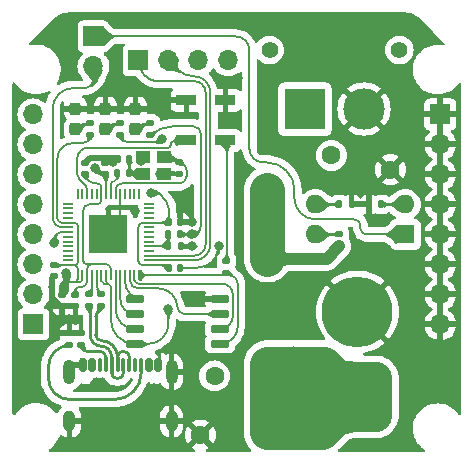
<source format=gbr>
%TF.GenerationSoftware,KiCad,Pcbnew,7.0.11*%
%TF.CreationDate,2025-01-20T01:28:44+09:00*%
%TF.ProjectId,PSU,5053552e-6b69-4636-9164-5f7063625858,rev?*%
%TF.SameCoordinates,Original*%
%TF.FileFunction,Copper,L1,Top*%
%TF.FilePolarity,Positive*%
%FSLAX46Y46*%
G04 Gerber Fmt 4.6, Leading zero omitted, Abs format (unit mm)*
G04 Created by KiCad (PCBNEW 7.0.11) date 2025-01-20 01:28:44*
%MOMM*%
%LPD*%
G01*
G04 APERTURE LIST*
G04 Aperture macros list*
%AMRoundRect*
0 Rectangle with rounded corners*
0 $1 Rounding radius*
0 $2 $3 $4 $5 $6 $7 $8 $9 X,Y pos of 4 corners*
0 Add a 4 corners polygon primitive as box body*
4,1,4,$2,$3,$4,$5,$6,$7,$8,$9,$2,$3,0*
0 Add four circle primitives for the rounded corners*
1,1,$1+$1,$2,$3*
1,1,$1+$1,$4,$5*
1,1,$1+$1,$6,$7*
1,1,$1+$1,$8,$9*
0 Add four rect primitives between the rounded corners*
20,1,$1+$1,$2,$3,$4,$5,0*
20,1,$1+$1,$4,$5,$6,$7,0*
20,1,$1+$1,$6,$7,$8,$9,0*
20,1,$1+$1,$8,$9,$2,$3,0*%
G04 Aperture macros list end*
%TA.AperFunction,SMDPad,CuDef*%
%ADD10R,1.150000X1.000000*%
%TD*%
%TA.AperFunction,SMDPad,CuDef*%
%ADD11RoundRect,0.140000X-0.170000X0.140000X-0.170000X-0.140000X0.170000X-0.140000X0.170000X0.140000X0*%
%TD*%
%TA.AperFunction,ComponentPad*%
%ADD12R,1.700000X1.700000*%
%TD*%
%TA.AperFunction,ComponentPad*%
%ADD13O,1.700000X1.700000*%
%TD*%
%TA.AperFunction,SMDPad,CuDef*%
%ADD14RoundRect,0.140000X0.140000X0.170000X-0.140000X0.170000X-0.140000X-0.170000X0.140000X-0.170000X0*%
%TD*%
%TA.AperFunction,SMDPad,CuDef*%
%ADD15RoundRect,0.135000X0.185000X-0.135000X0.185000X0.135000X-0.185000X0.135000X-0.185000X-0.135000X0*%
%TD*%
%TA.AperFunction,SMDPad,CuDef*%
%ADD16RoundRect,0.135000X-0.135000X-0.185000X0.135000X-0.185000X0.135000X0.185000X-0.135000X0.185000X0*%
%TD*%
%TA.AperFunction,SMDPad,CuDef*%
%ADD17RoundRect,0.150000X-0.150000X-0.425000X0.150000X-0.425000X0.150000X0.425000X-0.150000X0.425000X0*%
%TD*%
%TA.AperFunction,SMDPad,CuDef*%
%ADD18RoundRect,0.075000X-0.075000X-0.500000X0.075000X-0.500000X0.075000X0.500000X-0.075000X0.500000X0*%
%TD*%
%TA.AperFunction,ComponentPad*%
%ADD19O,1.000000X2.100000*%
%TD*%
%TA.AperFunction,ComponentPad*%
%ADD20O,1.000000X1.800000*%
%TD*%
%TA.AperFunction,SMDPad,CuDef*%
%ADD21RoundRect,0.140000X0.170000X-0.140000X0.170000X0.140000X-0.170000X0.140000X-0.170000X-0.140000X0*%
%TD*%
%TA.AperFunction,ComponentPad*%
%ADD22RoundRect,1.500000X1.500000X-1.500000X1.500000X1.500000X-1.500000X1.500000X-1.500000X-1.500000X0*%
%TD*%
%TA.AperFunction,ComponentPad*%
%ADD23C,6.000000*%
%TD*%
%TA.AperFunction,SMDPad,CuDef*%
%ADD24R,1.700000X0.900000*%
%TD*%
%TA.AperFunction,ComponentPad*%
%ADD25C,1.600000*%
%TD*%
%TA.AperFunction,SMDPad,CuDef*%
%ADD26RoundRect,0.150000X0.650000X0.150000X-0.650000X0.150000X-0.650000X-0.150000X0.650000X-0.150000X0*%
%TD*%
%TA.AperFunction,ComponentPad*%
%ADD27RoundRect,0.575000X0.575000X-0.575000X0.575000X0.575000X-0.575000X0.575000X-0.575000X-0.575000X0*%
%TD*%
%TA.AperFunction,ComponentPad*%
%ADD28C,2.300000*%
%TD*%
%TA.AperFunction,SMDPad,CuDef*%
%ADD29RoundRect,0.237500X-0.237500X0.287500X-0.237500X-0.287500X0.237500X-0.287500X0.237500X0.287500X0*%
%TD*%
%TA.AperFunction,ComponentPad*%
%ADD30R,1.600000X1.600000*%
%TD*%
%TA.AperFunction,ComponentPad*%
%ADD31O,1.600000X1.600000*%
%TD*%
%TA.AperFunction,ComponentPad*%
%ADD32C,1.400000*%
%TD*%
%TA.AperFunction,ComponentPad*%
%ADD33R,3.500000X3.500000*%
%TD*%
%TA.AperFunction,ComponentPad*%
%ADD34C,3.500000*%
%TD*%
%TA.AperFunction,SMDPad,CuDef*%
%ADD35RoundRect,0.135000X0.135000X0.185000X-0.135000X0.185000X-0.135000X-0.185000X0.135000X-0.185000X0*%
%TD*%
%TA.AperFunction,SMDPad,CuDef*%
%ADD36RoundRect,0.140000X-0.140000X-0.170000X0.140000X-0.170000X0.140000X0.170000X-0.140000X0.170000X0*%
%TD*%
%TA.AperFunction,SMDPad,CuDef*%
%ADD37RoundRect,0.135000X-0.185000X0.135000X-0.185000X-0.135000X0.185000X-0.135000X0.185000X0.135000X0*%
%TD*%
%TA.AperFunction,SMDPad,CuDef*%
%ADD38RoundRect,0.050000X0.387500X0.050000X-0.387500X0.050000X-0.387500X-0.050000X0.387500X-0.050000X0*%
%TD*%
%TA.AperFunction,SMDPad,CuDef*%
%ADD39RoundRect,0.050000X0.050000X0.387500X-0.050000X0.387500X-0.050000X-0.387500X0.050000X-0.387500X0*%
%TD*%
%TA.AperFunction,SMDPad,CuDef*%
%ADD40R,3.200000X3.200000*%
%TD*%
%TA.AperFunction,ViaPad*%
%ADD41C,0.800000*%
%TD*%
%TA.AperFunction,Conductor*%
%ADD42C,3.000000*%
%TD*%
%TA.AperFunction,Conductor*%
%ADD43C,0.500000*%
%TD*%
%TA.AperFunction,Conductor*%
%ADD44C,0.200000*%
%TD*%
%TA.AperFunction,Conductor*%
%ADD45C,0.250000*%
%TD*%
%TA.AperFunction,Conductor*%
%ADD46C,1.000000*%
%TD*%
G04 APERTURE END LIST*
D10*
%TO.P,Y1,1,1*%
%TO.N,Net-(C5-Pad2)*%
X144415000Y-96470000D03*
%TO.P,Y1,2,2*%
%TO.N,GND*%
X146165000Y-96470000D03*
%TO.P,Y1,3,3*%
%TO.N,Net-(U2-XIN)*%
X146165000Y-95070000D03*
%TO.P,Y1,4,4*%
%TO.N,GND*%
X144415000Y-95070000D03*
%TD*%
D11*
%TO.P,C2,1*%
%TO.N,GND*%
X139520000Y-95530000D03*
%TO.P,C2,2*%
%TO.N,+1V1*%
X139520000Y-96490000D03*
%TD*%
D12*
%TO.P,J4,1,Pin_1*%
%TO.N,/UART_TX*%
X144018000Y-86868000D03*
D13*
%TO.P,J4,2,Pin_2*%
%TO.N,/UART_RX*%
X146558000Y-86868000D03*
%TO.P,J4,3,Pin_3*%
%TO.N,+48V*%
X149098000Y-86868000D03*
%TO.P,J4,4,Pin_4*%
X151638000Y-86868000D03*
%TD*%
D14*
%TO.P,C8,1*%
%TO.N,GND*%
X147548000Y-104410000D03*
%TO.P,C8,2*%
%TO.N,+3.3V*%
X146588000Y-104410000D03*
%TD*%
D15*
%TO.P,R12,1*%
%TO.N,Net-(J1-D--PadA7)*%
X139826000Y-107696000D03*
%TO.P,R12,2*%
%TO.N,/D-*%
X139826000Y-106676000D03*
%TD*%
D16*
%TO.P,R2,1*%
%TO.N,Net-(U2-XOUT)*%
X142238000Y-96401500D03*
%TO.P,R2,2*%
%TO.N,Net-(C5-Pad2)*%
X143258000Y-96401500D03*
%TD*%
D17*
%TO.P,J1,A1,GND*%
%TO.N,GND*%
X139296000Y-112652000D03*
%TO.P,J1,A4,VBUS*%
%TO.N,unconnected-(J1-VBUS-PadA4)*%
X140096000Y-112652000D03*
D18*
%TO.P,J1,A5,CC1*%
%TO.N,Net-(J1-CC1)*%
X141246000Y-112652000D03*
%TO.P,J1,A6,D+*%
%TO.N,Net-(J1-D+-PadA6)*%
X142246000Y-112652000D03*
%TO.P,J1,A7,D-*%
%TO.N,Net-(J1-D--PadA7)*%
X142746000Y-112652000D03*
%TO.P,J1,A8,SBU1*%
%TO.N,unconnected-(J1-SBU1-PadA8)*%
X143746000Y-112652000D03*
D17*
%TO.P,J1,A9,VBUS*%
%TO.N,unconnected-(J1-VBUS-PadA4)*%
X144896000Y-112652000D03*
%TO.P,J1,A12,GND*%
%TO.N,GND*%
X145696000Y-112652000D03*
%TO.P,J1,B1,GND*%
X145696000Y-112652000D03*
%TO.P,J1,B4,VBUS*%
%TO.N,unconnected-(J1-VBUS-PadA4)*%
X144896000Y-112652000D03*
D18*
%TO.P,J1,B5,CC2*%
%TO.N,Net-(J1-CC2)*%
X144246000Y-112652000D03*
%TO.P,J1,B6,D+*%
%TO.N,Net-(J1-D+-PadA6)*%
X143246000Y-112652000D03*
%TO.P,J1,B7,D-*%
%TO.N,Net-(J1-D--PadA7)*%
X141746000Y-112652000D03*
%TO.P,J1,B8,SBU2*%
%TO.N,unconnected-(J1-SBU2-PadB8)*%
X140746000Y-112652000D03*
D17*
%TO.P,J1,B9,VBUS*%
%TO.N,unconnected-(J1-VBUS-PadA4)*%
X140096000Y-112652000D03*
%TO.P,J1,B12,GND*%
%TO.N,GND*%
X139296000Y-112652000D03*
D19*
%TO.P,J1,S1,SHIELD*%
X138176000Y-113227000D03*
D20*
X138176000Y-117407000D03*
D19*
X146816000Y-113227000D03*
D20*
X146816000Y-117407000D03*
%TD*%
D15*
%TO.P,R16,1*%
%TO.N,/Temp+12v*%
X161036000Y-102618000D03*
%TO.P,R16,2*%
%TO.N,Net-(Q1-G)*%
X161036000Y-101598000D03*
%TD*%
D21*
%TO.P,C7,1*%
%TO.N,GND*%
X136906000Y-105156000D03*
%TO.P,C7,2*%
%TO.N,+3.3V*%
X136906000Y-104196000D03*
%TD*%
D12*
%TO.P,J2,1,Pin_1*%
%TO.N,+12V*%
X135128000Y-109220000D03*
D13*
%TO.P,J2,2,Pin_2*%
X135128000Y-106680000D03*
%TO.P,J2,3,Pin_3*%
X135128000Y-104140000D03*
%TO.P,J2,4,Pin_4*%
X135128000Y-101600000D03*
%TO.P,J2,5,Pin_5*%
%TO.N,+48V*%
X135128000Y-99060000D03*
%TO.P,J2,6,Pin_6*%
X135128000Y-96520000D03*
%TO.P,J2,7,Pin_7*%
X135128000Y-93980000D03*
%TO.P,J2,8,Pin_8*%
X135128000Y-91440000D03*
%TD*%
D22*
%TO.P,BT1,1,+*%
%TO.N,Net-(BT1-+)*%
X162560000Y-115360000D03*
D23*
%TO.P,BT1,2,-*%
%TO.N,GND*%
X162560000Y-108160000D03*
%TD*%
D11*
%TO.P,C11,1*%
%TO.N,+3.3V*%
X137581778Y-106708974D03*
%TO.P,C11,2*%
%TO.N,GND*%
X137581778Y-107668974D03*
%TD*%
D24*
%TO.P,SW2,1,1*%
%TO.N,/BOOT*%
X151384000Y-93648000D03*
%TO.P,SW2,2,2*%
%TO.N,GND*%
X151384000Y-90248000D03*
%TD*%
D11*
%TO.P,C9,1*%
%TO.N,GND*%
X141224000Y-95532000D03*
%TO.P,C9,2*%
%TO.N,+3.3V*%
X141224000Y-96492000D03*
%TD*%
%TO.P,C4,1*%
%TO.N,Net-(U2-XIN)*%
X147480000Y-95510000D03*
%TO.P,C4,2*%
%TO.N,GND*%
X147480000Y-96470000D03*
%TD*%
D15*
%TO.P,R10,1*%
%TO.N,Net-(J1-CC1)*%
X139192000Y-111000000D03*
%TO.P,R10,2*%
%TO.N,GND*%
X139192000Y-109980000D03*
%TD*%
D14*
%TO.P,C6,1*%
%TO.N,GND*%
X147546000Y-100584000D03*
%TO.P,C6,2*%
%TO.N,+3.3V*%
X146586000Y-100584000D03*
%TD*%
D24*
%TO.P,SW1,1,1*%
%TO.N,/RUN*%
X148082000Y-93648000D03*
%TO.P,SW1,2,2*%
%TO.N,GND*%
X148082000Y-90248000D03*
%TD*%
D25*
%TO.P,RV2,1*%
%TO.N,+12V*%
X160354000Y-94904000D03*
%TO.P,RV2,2*%
%TO.N,GND*%
X165354000Y-96104000D03*
%TD*%
D26*
%TO.P,U1,1,~{CS}*%
%TO.N,Net-(U1-~{CS})*%
X150920000Y-110871000D03*
%TO.P,U1,2,DO(IO1)*%
%TO.N,Net-(U1-DO(IO1))*%
X150920000Y-109601000D03*
%TO.P,U1,3,IO2*%
%TO.N,Net-(U1-IO2)*%
X150920000Y-108331000D03*
%TO.P,U1,4,GND*%
%TO.N,GND*%
X150920000Y-107061000D03*
%TO.P,U1,5,DI(IO0)*%
%TO.N,Net-(U1-DI(IO0))*%
X143720000Y-107061000D03*
%TO.P,U1,6,CLK*%
%TO.N,Net-(U1-CLK)*%
X143720000Y-108331000D03*
%TO.P,U1,7,IO3*%
%TO.N,Net-(U1-IO3)*%
X143720000Y-109601000D03*
%TO.P,U1,8,VCC*%
%TO.N,+3.3V*%
X143720000Y-110871000D03*
%TD*%
D27*
%TO.P,F1,1*%
%TO.N,Net-(BT1-+)*%
X154940000Y-118364000D03*
X154940000Y-112564000D03*
D28*
%TO.P,F1,2*%
%TO.N,/Temp+12v*%
X154940000Y-103664000D03*
X154940000Y-97864000D03*
%TD*%
D15*
%TO.P,R4,1*%
%TO.N,+12V*%
X142494000Y-93218000D03*
%TO.P,R4,2*%
%TO.N,Net-(D2-A)*%
X142494000Y-92198000D03*
%TD*%
D29*
%TO.P,D2,1,K*%
%TO.N,GND*%
X141224000Y-90958000D03*
%TO.P,D2,2,A*%
%TO.N,Net-(D2-A)*%
X141224000Y-92708000D03*
%TD*%
D15*
%TO.P,R13,1*%
%TO.N,Net-(J1-D+-PadA6)*%
X140843000Y-107698000D03*
%TO.P,R13,2*%
%TO.N,/D+*%
X140843000Y-106678000D03*
%TD*%
D30*
%TO.P,U3,1*%
%TO.N,/FET*%
X166614000Y-101605000D03*
D31*
%TO.P,U3,2*%
%TO.N,Net-(R14-Pad2)*%
X166614000Y-99065000D03*
%TO.P,U3,3*%
%TO.N,Net-(R15-Pad2)*%
X158994000Y-99065000D03*
%TO.P,U3,4*%
%TO.N,Net-(Q1-G)*%
X158994000Y-101605000D03*
%TD*%
D15*
%TO.P,R5,1*%
%TO.N,+3.3V*%
X139954000Y-93218000D03*
%TO.P,R5,2*%
%TO.N,Net-(D3-A)*%
X139954000Y-92198000D03*
%TD*%
D32*
%TO.P,J5,*%
%TO.N,*%
X155116000Y-85986000D03*
X166116000Y-85986000D03*
D33*
%TO.P,J5,1,Pin_1*%
%TO.N,+12V*%
X158116000Y-90986000D03*
D34*
%TO.P,J5,2,Pin_2*%
%TO.N,GND*%
X163116000Y-90986000D03*
%TD*%
D15*
%TO.P,R11,1*%
%TO.N,Net-(J1-CC2)*%
X138176000Y-111000000D03*
%TO.P,R11,2*%
%TO.N,GND*%
X138176000Y-109980000D03*
%TD*%
D29*
%TO.P,D1,1,K*%
%TO.N,GND*%
X143764000Y-90958000D03*
%TO.P,D1,2,A*%
%TO.N,Net-(D1-A)*%
X143764000Y-92708000D03*
%TD*%
D12*
%TO.P,J3,1,Pin_1*%
%TO.N,GND*%
X169570000Y-91440000D03*
D13*
%TO.P,J3,2,Pin_2*%
X169570000Y-93980000D03*
%TO.P,J3,3,Pin_3*%
X169570000Y-96520000D03*
%TO.P,J3,4,Pin_4*%
X169570000Y-99060000D03*
%TO.P,J3,5,Pin_5*%
X169570000Y-101600000D03*
%TO.P,J3,6,Pin_6*%
X169570000Y-104140000D03*
%TO.P,J3,7,Pin_7*%
X169570000Y-106680000D03*
%TO.P,J3,8,Pin_8*%
X169570000Y-109220000D03*
%TD*%
D16*
%TO.P,R9,1*%
%TO.N,/voltage*%
X146558000Y-102616000D03*
%TO.P,R9,2*%
%TO.N,GND*%
X147578000Y-102616000D03*
%TD*%
D35*
%TO.P,R15,1*%
%TO.N,GND*%
X162056000Y-99060000D03*
%TO.P,R15,2*%
%TO.N,Net-(R15-Pad2)*%
X161036000Y-99060000D03*
%TD*%
D36*
%TO.P,C5,1*%
%TO.N,GND*%
X142296000Y-95250000D03*
%TO.P,C5,2*%
%TO.N,Net-(C5-Pad2)*%
X143256000Y-95250000D03*
%TD*%
D37*
%TO.P,R1,1*%
%TO.N,/BOOT*%
X151470000Y-103840000D03*
%TO.P,R1,2*%
%TO.N,Net-(U1-~{CS})*%
X151470000Y-104860000D03*
%TD*%
D29*
%TO.P,D3,1,K*%
%TO.N,GND*%
X138684000Y-90958000D03*
%TO.P,D3,2,A*%
%TO.N,Net-(D3-A)*%
X138684000Y-92708000D03*
%TD*%
D25*
%TO.P,RV1,1*%
%TO.N,/Temp+12v*%
X150460000Y-113578000D03*
%TO.P,RV1,2*%
%TO.N,GND*%
X149260000Y-118578000D03*
%TD*%
D16*
%TO.P,R14,1*%
%TO.N,GND*%
X163574000Y-99060000D03*
%TO.P,R14,2*%
%TO.N,Net-(R14-Pad2)*%
X164594000Y-99060000D03*
%TD*%
D38*
%TO.P,U2,1,IOVDD*%
%TO.N,+3.3V*%
X144915500Y-104200000D03*
%TO.P,U2,2,GPIO0*%
%TO.N,/UART_RX*%
X144915500Y-103800000D03*
%TO.P,U2,3,GPIO1*%
%TO.N,/UART_TX*%
X144915500Y-103400000D03*
%TO.P,U2,4,GPIO2*%
%TO.N,unconnected-(U2-GPIO2-Pad4)*%
X144915500Y-103000000D03*
%TO.P,U2,5,GPIO3*%
%TO.N,/voltage*%
X144915500Y-102600000D03*
%TO.P,U2,6,GPIO4*%
%TO.N,unconnected-(U2-GPIO4-Pad6)*%
X144915500Y-102200000D03*
%TO.P,U2,7,GPIO5*%
%TO.N,unconnected-(U2-GPIO5-Pad7)*%
X144915500Y-101800000D03*
%TO.P,U2,8,GPIO6*%
%TO.N,unconnected-(U2-GPIO6-Pad8)*%
X144915500Y-101400000D03*
%TO.P,U2,9,GPIO7*%
%TO.N,unconnected-(U2-GPIO7-Pad9)*%
X144915500Y-101000000D03*
%TO.P,U2,10,IOVDD*%
%TO.N,+3.3V*%
X144915500Y-100600000D03*
%TO.P,U2,11,GPIO8*%
%TO.N,unconnected-(U2-GPIO8-Pad11)*%
X144915500Y-100200000D03*
%TO.P,U2,12,GPIO9*%
%TO.N,unconnected-(U2-GPIO9-Pad12)*%
X144915500Y-99800000D03*
%TO.P,U2,13,GPIO10*%
%TO.N,unconnected-(U2-GPIO10-Pad13)*%
X144915500Y-99400000D03*
%TO.P,U2,14,GPIO11*%
%TO.N,unconnected-(U2-GPIO11-Pad14)*%
X144915500Y-99000000D03*
D39*
%TO.P,U2,15,GPIO12*%
%TO.N,unconnected-(U2-GPIO12-Pad15)*%
X144078000Y-98162500D03*
%TO.P,U2,16,GPIO13*%
%TO.N,unconnected-(U2-GPIO13-Pad16)*%
X143678000Y-98162500D03*
%TO.P,U2,17,GPIO14*%
%TO.N,unconnected-(U2-GPIO14-Pad17)*%
X143278000Y-98162500D03*
%TO.P,U2,18,GPIO15*%
%TO.N,unconnected-(U2-GPIO15-Pad18)*%
X142878000Y-98162500D03*
%TO.P,U2,19,TESTEN*%
%TO.N,GND*%
X142478000Y-98162500D03*
%TO.P,U2,20,XIN*%
%TO.N,Net-(U2-XIN)*%
X142078000Y-98162500D03*
%TO.P,U2,21,XOUT*%
%TO.N,Net-(U2-XOUT)*%
X141678000Y-98162500D03*
%TO.P,U2,22,IOVDD*%
%TO.N,+3.3V*%
X141278000Y-98162500D03*
%TO.P,U2,23,DVDD*%
%TO.N,+1V1*%
X140878000Y-98162500D03*
%TO.P,U2,24,SWCLK*%
%TO.N,unconnected-(U2-SWCLK-Pad24)*%
X140478000Y-98162500D03*
%TO.P,U2,25,SWD*%
%TO.N,unconnected-(U2-SWD-Pad25)*%
X140078000Y-98162500D03*
%TO.P,U2,26,RUN*%
%TO.N,/RUN*%
X139678000Y-98162500D03*
%TO.P,U2,27,GPIO16*%
%TO.N,unconnected-(U2-GPIO16-Pad27)*%
X139278000Y-98162500D03*
%TO.P,U2,28,GPIO17*%
%TO.N,unconnected-(U2-GPIO17-Pad28)*%
X138878000Y-98162500D03*
D38*
%TO.P,U2,29,GPIO18*%
%TO.N,unconnected-(U2-GPIO18-Pad29)*%
X138040500Y-99000000D03*
%TO.P,U2,30,GPIO19*%
%TO.N,unconnected-(U2-GPIO19-Pad30)*%
X138040500Y-99400000D03*
%TO.P,U2,31,GPIO20*%
%TO.N,unconnected-(U2-GPIO20-Pad31)*%
X138040500Y-99800000D03*
%TO.P,U2,32,GPIO21*%
%TO.N,unconnected-(U2-GPIO21-Pad32)*%
X138040500Y-100200000D03*
%TO.P,U2,33,IOVDD*%
%TO.N,+3.3V*%
X138040500Y-100600000D03*
%TO.P,U2,34,GPIO22*%
%TO.N,/SW*%
X138040500Y-101000000D03*
%TO.P,U2,35,GPIO23*%
%TO.N,Net-(BZ1--)*%
X138040500Y-101400000D03*
%TO.P,U2,36,GPIO24*%
%TO.N,unconnected-(U2-GPIO24-Pad36)*%
X138040500Y-101800000D03*
%TO.P,U2,37,GPIO25*%
%TO.N,unconnected-(U2-GPIO25-Pad37)*%
X138040500Y-102200000D03*
%TO.P,U2,38,GPIO26_ADC0*%
%TO.N,unconnected-(U2-GPIO26_ADC0-Pad38)*%
X138040500Y-102600000D03*
%TO.P,U2,39,GPIO27_ADC1*%
%TO.N,unconnected-(U2-GPIO27_ADC1-Pad39)*%
X138040500Y-103000000D03*
%TO.P,U2,40,GPIO28_ADC2*%
%TO.N,unconnected-(U2-GPIO28_ADC2-Pad40)*%
X138040500Y-103400000D03*
%TO.P,U2,41,GPIO29_ADC3*%
%TO.N,unconnected-(U2-GPIO29_ADC3-Pad41)*%
X138040500Y-103800000D03*
%TO.P,U2,42,IOVDD*%
%TO.N,+3.3V*%
X138040500Y-104200000D03*
D39*
%TO.P,U2,43,ADC_AVDD*%
X138878000Y-105037500D03*
%TO.P,U2,44,VREG_IN*%
X139278000Y-105037500D03*
%TO.P,U2,45,VREG_VOUT*%
%TO.N,+1V1*%
X139678000Y-105037500D03*
%TO.P,U2,46,USB_DM*%
%TO.N,/D-*%
X140078000Y-105037500D03*
%TO.P,U2,47,USB_DP*%
%TO.N,/D+*%
X140478000Y-105037500D03*
%TO.P,U2,48,USB_VDD*%
%TO.N,+3.3V*%
X140878000Y-105037500D03*
%TO.P,U2,49,IOVDD*%
X141278000Y-105037500D03*
%TO.P,U2,50,DVDD*%
%TO.N,+1V1*%
X141678000Y-105037500D03*
%TO.P,U2,51,QSPI_SD3*%
%TO.N,Net-(U1-IO3)*%
X142078000Y-105037500D03*
%TO.P,U2,52,QSPI_SCLK*%
%TO.N,Net-(U1-CLK)*%
X142478000Y-105037500D03*
%TO.P,U2,53,QSPI_SD0*%
%TO.N,Net-(U1-DI(IO0))*%
X142878000Y-105037500D03*
%TO.P,U2,54,QSPI_SD2*%
%TO.N,Net-(U1-IO2)*%
X143278000Y-105037500D03*
%TO.P,U2,55,QSPI_SD1*%
%TO.N,Net-(U1-DO(IO1))*%
X143678000Y-105037500D03*
%TO.P,U2,56,QSPI_SS*%
%TO.N,Net-(U1-~{CS})*%
X144078000Y-105037500D03*
D40*
%TO.P,U2,57,GND*%
%TO.N,GND*%
X141478000Y-101600000D03*
%TD*%
D15*
%TO.P,R3,1*%
%TO.N,/Temp+12v*%
X145034000Y-93218000D03*
%TO.P,R3,2*%
%TO.N,Net-(D1-A)*%
X145034000Y-92198000D03*
%TD*%
D35*
%TO.P,R8,1*%
%TO.N,/Temp+12v*%
X147576000Y-101600000D03*
%TO.P,R8,2*%
%TO.N,/voltage*%
X146556000Y-101600000D03*
%TD*%
D12*
%TO.P,J6,1,Pin_1*%
%TO.N,/FET*%
X140208000Y-84836000D03*
D13*
%TO.P,J6,2,Pin_2*%
%TO.N,/SW*%
X140208000Y-87376000D03*
%TD*%
D21*
%TO.P,C1,1*%
%TO.N,GND*%
X138684000Y-107668000D03*
%TO.P,C1,2*%
%TO.N,+1V1*%
X138684000Y-106708000D03*
%TD*%
D41*
%TO.N,Net-(BT1-+)*%
X157660000Y-113510000D03*
X154980000Y-115500000D03*
X157740000Y-117390000D03*
%TO.N,GND*%
X158650000Y-109940000D03*
X141840000Y-95490000D03*
X145110000Y-117320000D03*
X133860000Y-90160000D03*
X138680000Y-108870000D03*
X156940000Y-105300000D03*
X149940000Y-116070000D03*
X144260000Y-95360000D03*
X150806156Y-102618712D03*
X158450000Y-97100000D03*
X137620000Y-84440000D03*
X153760000Y-107990000D03*
X148590000Y-100584000D03*
X145860000Y-96450000D03*
X141470000Y-100410000D03*
X143730000Y-99600000D03*
X162060000Y-104020000D03*
X140080000Y-117390000D03*
X148590000Y-102616000D03*
X151640000Y-119230000D03*
X152520000Y-100920000D03*
X155000000Y-87940000D03*
X166600000Y-92650000D03*
X169230000Y-113310000D03*
X152510000Y-102270000D03*
X138200000Y-87910000D03*
X167520000Y-103540000D03*
X163590000Y-97420000D03*
X152440000Y-88390000D03*
X148060000Y-106910000D03*
X134620000Y-113520000D03*
X140270000Y-114320000D03*
X166110000Y-119120000D03*
X167020000Y-84050000D03*
X139940000Y-90160000D03*
X147740000Y-109470000D03*
X142040000Y-86620000D03*
X146820000Y-111240000D03*
X145300000Y-114580000D03*
X154300000Y-83790000D03*
X153580000Y-110240000D03*
X148290000Y-113850000D03*
X152250000Y-112410000D03*
X136970000Y-109040000D03*
X161070000Y-88600000D03*
X168040000Y-97760000D03*
X164150000Y-100400000D03*
X142320000Y-83550000D03*
X150700000Y-88360000D03*
X162140000Y-119450000D03*
%TO.N,Net-(BZ1--)*%
X136899287Y-102300001D03*
%TO.N,+3.3V*%
X145070000Y-98110000D03*
X146558000Y-107950000D03*
X140370798Y-96007898D03*
X137922000Y-104902000D03*
%TO.N,/Temp+12v*%
X148590000Y-101600000D03*
%TO.N,+12V*%
X146040000Y-93560000D03*
%TD*%
D42*
%TO.N,Net-(BT1-+)*%
X157944000Y-115360000D02*
X154940000Y-118364000D01*
X157736000Y-115360000D02*
X154940000Y-112564000D01*
X154940000Y-112564000D02*
X156714000Y-112564000D01*
X154940000Y-118364000D02*
X156766000Y-118364000D01*
X154940000Y-115540000D02*
X154980000Y-115500000D01*
X154940000Y-115460000D02*
X154940000Y-112564000D01*
X154940000Y-112564000D02*
X159764000Y-112564000D01*
X154940000Y-118364000D02*
X154940000Y-115540000D01*
X156714000Y-112564000D02*
X157660000Y-113510000D01*
X162560000Y-115360000D02*
X157944000Y-115360000D01*
X159764000Y-112564000D02*
X162560000Y-115360000D01*
X154980000Y-115500000D02*
X154940000Y-115460000D01*
X156766000Y-118364000D02*
X157740000Y-117390000D01*
X159556000Y-118364000D02*
X162560000Y-115360000D01*
X154940000Y-118364000D02*
X159556000Y-118364000D01*
X162560000Y-115360000D02*
X157736000Y-115360000D01*
D43*
%TO.N,GND*%
X136730000Y-107005462D02*
X136730000Y-105332000D01*
X142203898Y-95157898D02*
X142296000Y-95250000D01*
D44*
X142478000Y-98162500D02*
X142478000Y-100600000D01*
D45*
X147480000Y-96470000D02*
X146165000Y-96470000D01*
D43*
X139892102Y-95157898D02*
X142203898Y-95157898D01*
X139520000Y-95530000D02*
X139892102Y-95157898D01*
D44*
X142478000Y-100600000D02*
X141478000Y-101600000D01*
D43*
X137392538Y-107668000D02*
X136730000Y-107005462D01*
X136730000Y-105332000D02*
X136906000Y-105156000D01*
X138684000Y-107668000D02*
X137392538Y-107668000D01*
D44*
X147548000Y-104410000D02*
X149014869Y-104410000D01*
X149014869Y-104409956D02*
G75*
G03*
X150806156Y-102618712I31J1791256D01*
G01*
%TO.N,Net-(BZ1--)*%
X136899287Y-102300001D02*
X136907558Y-102291730D01*
X136907558Y-102291730D02*
X136907558Y-101927753D01*
X137500569Y-101400000D02*
X138040500Y-101400000D01*
X137500569Y-101399921D02*
G75*
G03*
X136907558Y-101927753I1731J-598979D01*
G01*
%TO.N,+1V1*%
X141678000Y-105037500D02*
X141678000Y-104496079D01*
X139852210Y-99060000D02*
X140510797Y-99060000D01*
X141321921Y-104140000D02*
X140462000Y-104140000D01*
X140878000Y-97627980D02*
X140878000Y-98162500D01*
X139338000Y-103820039D02*
X139338000Y-99574210D01*
X140311995Y-97282000D02*
X140532020Y-97282000D01*
X140462000Y-104140000D02*
X140033890Y-104140000D01*
X140462000Y-104140000D02*
X139657961Y-104140000D01*
X140878000Y-98692797D02*
X140878000Y-98162500D01*
X139678000Y-105570033D02*
X139678000Y-105037500D01*
X139677000Y-104496890D02*
X139677000Y-105037500D01*
X138984000Y-106066104D02*
X139181929Y-106066104D01*
X138684000Y-106708000D02*
X138684000Y-106366104D01*
X139852210Y-99060000D02*
G75*
G03*
X139338000Y-99574210I-10J-514200D01*
G01*
X139338000Y-103820039D02*
G75*
G03*
X139657961Y-104140000I320000J39D01*
G01*
X139181929Y-106066100D02*
G75*
G03*
X139678000Y-105570033I-29J496100D01*
G01*
X139520000Y-96490000D02*
G75*
G03*
X140311995Y-97282000I792000J0D01*
G01*
X140878000Y-97627980D02*
G75*
G03*
X140532020Y-97282000I-346000J-20D01*
G01*
X140033890Y-104140000D02*
G75*
G03*
X139677000Y-104496890I10J-356900D01*
G01*
X140510797Y-99060000D02*
G75*
G03*
X140878000Y-98692797I3J367200D01*
G01*
X138984000Y-106066100D02*
G75*
G03*
X138684000Y-106366104I0J-300000D01*
G01*
X141678000Y-104496079D02*
G75*
G03*
X141321921Y-104140000I-356100J-21D01*
G01*
%TO.N,+3.3V*%
X137150000Y-95190818D02*
X137150000Y-100247217D01*
X141278000Y-96915100D02*
X141278000Y-98162500D01*
X141088372Y-105780000D02*
X141484490Y-105780000D01*
X141224000Y-96492000D02*
X141278000Y-96546000D01*
D43*
X137922000Y-104902000D02*
X137922000Y-105664000D01*
D44*
X138040500Y-100600000D02*
X138581520Y-100600000D01*
X146558000Y-100556000D02*
X146514000Y-100600000D01*
D43*
X137922000Y-105664000D02*
X137922000Y-106368752D01*
D44*
X141678000Y-105973498D02*
X141678000Y-108828997D01*
X138577169Y-104200000D02*
X138040500Y-104200000D01*
X138430000Y-105664000D02*
X138051042Y-105664000D01*
X139278000Y-105037500D02*
X139278000Y-105364000D01*
X138938000Y-100956480D02*
X138938000Y-103839169D01*
X138978000Y-105664000D02*
X138430000Y-105664000D01*
X144915500Y-100600000D02*
X144377290Y-100600000D01*
X141278000Y-105037500D02*
X141278000Y-105573510D01*
X138578000Y-105664000D02*
X138430000Y-105664000D01*
X144367221Y-104200000D02*
X144915500Y-104200000D01*
X139312006Y-93860000D02*
X138480818Y-93860000D01*
X140878000Y-105037500D02*
X140878000Y-105569628D01*
X146586000Y-99392214D02*
X146586000Y-100584000D01*
X146378000Y-104200000D02*
X144915500Y-104200000D01*
X144853658Y-110871000D02*
X143720000Y-110871000D01*
X136906000Y-104112000D02*
X136994000Y-104200000D01*
X140854900Y-96492000D02*
X141224000Y-96492000D01*
X138040500Y-104200000D02*
X138582378Y-104200000D01*
X141278000Y-96546000D02*
X141278000Y-98162500D01*
X138878000Y-105037500D02*
X138878000Y-105364000D01*
X146514000Y-100600000D02*
X144915500Y-100600000D01*
D43*
X137581778Y-106708974D02*
X137581778Y-106004222D01*
D44*
X140370798Y-96007898D02*
X141278000Y-96915100D01*
X138878000Y-104495622D02*
X138878000Y-105037500D01*
X137502783Y-100600000D02*
X138040500Y-100600000D01*
X136994000Y-104200000D02*
X138040500Y-104200000D01*
X146588000Y-104410000D02*
X146378000Y-104200000D01*
D43*
X137922000Y-106368752D02*
X137581778Y-106708974D01*
D44*
X145715180Y-98110000D02*
X146361202Y-98756022D01*
X144018000Y-100959290D02*
X144018000Y-103850779D01*
X146558000Y-107950000D02*
X146558000Y-109166658D01*
D43*
X137581778Y-106004222D02*
X137922000Y-105664000D01*
D44*
X145070000Y-98110000D02*
X145715180Y-98110000D01*
X140370798Y-96007898D02*
X140854900Y-96492000D01*
X138578000Y-105664000D02*
G75*
G03*
X138878000Y-105364000I0J300000D01*
G01*
X137150000Y-100247217D02*
G75*
G03*
X137502783Y-100600000I352800J17D01*
G01*
X144018000Y-103850779D02*
G75*
G03*
X144367221Y-104200000I349200J-21D01*
G01*
X138480818Y-93860000D02*
G75*
G03*
X137150000Y-95190818I-18J-1330800D01*
G01*
X138938000Y-100956480D02*
G75*
G03*
X138581520Y-100600000I-356500J-20D01*
G01*
X139312006Y-93860000D02*
G75*
G03*
X139954000Y-93218000I-6J642000D01*
G01*
X138577169Y-104200000D02*
G75*
G03*
X138938000Y-103839169I31J360800D01*
G01*
X141678000Y-105973498D02*
G75*
G03*
X141484490Y-105780000I-193500J-2D01*
G01*
X141278000Y-105573510D02*
G75*
G03*
X141484490Y-105780000I206500J10D01*
G01*
X138878000Y-104495622D02*
G75*
G03*
X138582378Y-104200000I-295600J22D01*
G01*
X144853658Y-110871000D02*
G75*
G03*
X146558000Y-109166658I42J1704300D01*
G01*
X140878000Y-105569628D02*
G75*
G03*
X141088372Y-105780000I210400J28D01*
G01*
X146586013Y-99392214D02*
G75*
G03*
X146361202Y-98756022I-1024713J-4286D01*
G01*
X141678000Y-108828997D02*
G75*
G03*
X143720000Y-110871000I2042000J-3D01*
G01*
X144377290Y-100600000D02*
G75*
G03*
X144018000Y-100959290I10J-359300D01*
G01*
X138978000Y-105664000D02*
G75*
G03*
X139278000Y-105364000I0J300000D01*
G01*
%TO.N,Net-(U2-XIN)*%
X148090000Y-96674945D02*
X148090000Y-96119994D01*
X142166500Y-97540140D02*
X142300088Y-97406552D01*
D45*
X146165000Y-95070000D02*
X146417759Y-95070000D01*
D44*
X142600783Y-97282000D02*
X147482945Y-97282000D01*
X142078000Y-98162500D02*
X142078000Y-97753799D01*
X142600783Y-97281975D02*
G75*
G03*
X142300089Y-97406553I17J-425225D01*
G01*
X142166492Y-97540132D02*
G75*
G03*
X142078000Y-97753799I213708J-213668D01*
G01*
D45*
X147480016Y-95509984D02*
G75*
G03*
X146417759Y-95070000I-1062216J-1062216D01*
G01*
D44*
X147482945Y-97282000D02*
G75*
G03*
X148090000Y-96674945I-45J607100D01*
G01*
X148090000Y-96119994D02*
G75*
G03*
X147480000Y-95510000I-610000J-6D01*
G01*
%TO.N,Net-(C5-Pad2)*%
X143258000Y-96401500D02*
X143258000Y-95758000D01*
X143258000Y-95758000D02*
X143258000Y-95252000D01*
X143258000Y-95252000D02*
X143256000Y-95250000D01*
X143258000Y-96401500D02*
X144346500Y-96401500D01*
X143258000Y-95758000D02*
X143258000Y-95756000D01*
X144346500Y-96401500D02*
X144415000Y-96470000D01*
D46*
%TO.N,/Temp+12v*%
X161036000Y-102618000D02*
X159990000Y-103664000D01*
D44*
X147576000Y-101600000D02*
X148590000Y-101600000D01*
X149314000Y-93087972D02*
X149314000Y-100876005D01*
D46*
X159990000Y-103664000D02*
X154940000Y-103664000D01*
D44*
X146873605Y-92456000D02*
X148682028Y-92456000D01*
D42*
X154940000Y-103664000D02*
X154940000Y-97864000D01*
D44*
X149314000Y-93087972D02*
G75*
G03*
X148682028Y-92456000I-632000J-28D01*
G01*
X148590000Y-101600000D02*
G75*
G03*
X149314000Y-100876005I0J724000D01*
G01*
X146873605Y-92456013D02*
G75*
G03*
X145034000Y-93218000I-5J-2601587D01*
G01*
%TO.N,Net-(D1-A)*%
X145034000Y-92198000D02*
X144995209Y-92198000D01*
X144995209Y-92198021D02*
G75*
G03*
X143764001Y-92708001I-9J-1741179D01*
G01*
%TO.N,Net-(D2-A)*%
X142494000Y-92198000D02*
X142455239Y-92198000D01*
X142455239Y-92198021D02*
G75*
G03*
X141224001Y-92708001I-39J-1741179D01*
G01*
%TO.N,Net-(D3-A)*%
X139954000Y-92198000D02*
X139915238Y-92198000D01*
X139915238Y-92198021D02*
G75*
G03*
X138684001Y-92708001I-38J-1741179D01*
G01*
D45*
%TO.N,Net-(J1-CC1)*%
X140798229Y-111506000D02*
X139692003Y-111506000D01*
X141246000Y-112652000D02*
X141246000Y-111953771D01*
X139192000Y-111006000D02*
X139192000Y-111000000D01*
X141246000Y-111953771D02*
G75*
G03*
X140798229Y-111506000I-447800J-29D01*
G01*
X139192000Y-111006000D02*
G75*
G03*
X139692003Y-111506000I500000J0D01*
G01*
%TO.N,Net-(J1-D+-PadA6)*%
X140396000Y-108690099D02*
X140396000Y-110106006D01*
X142246000Y-111954726D02*
X142246000Y-112652000D01*
X140843000Y-107698000D02*
X140843000Y-107887500D01*
X142798404Y-111506000D02*
X142694726Y-111506000D01*
X140843000Y-107887500D02*
X140542447Y-108188053D01*
X143246000Y-112652000D02*
X143246000Y-111953596D01*
X140396000Y-108541607D02*
X140396000Y-108690099D01*
X142246000Y-111955998D02*
X142246000Y-112652000D01*
X143246000Y-111953596D02*
G75*
G03*
X142798404Y-111506000I-447600J-4D01*
G01*
X140542444Y-108188050D02*
G75*
G03*
X140396000Y-108541607I353556J-353550D01*
G01*
X142246000Y-111955998D02*
G75*
G03*
X140896000Y-110606000I-1350000J-2D01*
G01*
X142694726Y-111506000D02*
G75*
G03*
X142246000Y-111954726I-26J-448700D01*
G01*
X140396000Y-110106006D02*
G75*
G03*
X140896000Y-110606000I500000J6D01*
G01*
%TO.N,Net-(J1-D--PadA7)*%
X142746000Y-112652000D02*
X142746000Y-113348904D01*
X139946000Y-110154679D02*
X139946000Y-109220000D01*
X142302904Y-113792000D02*
X142186926Y-113792000D01*
X139946000Y-107817000D02*
X139827000Y-107698000D01*
X141746000Y-112652000D02*
X141746000Y-111954676D01*
X139946000Y-109220000D02*
X139946000Y-107817000D01*
X141746000Y-113351074D02*
X141746000Y-112652000D01*
X142302904Y-113792000D02*
G75*
G03*
X142746000Y-113348904I-4J443100D01*
G01*
X139946000Y-110154679D02*
G75*
G03*
X140847324Y-111056000I901300J-21D01*
G01*
X141746000Y-113351074D02*
G75*
G03*
X142186926Y-113792000I440900J-26D01*
G01*
X141746000Y-111954676D02*
G75*
G03*
X140847324Y-111056000I-898700J-24D01*
G01*
%TO.N,Net-(J1-CC2)*%
X144246000Y-112652000D02*
X144246000Y-113340433D01*
X142016433Y-115570000D02*
X138173075Y-115570000D01*
X136398000Y-113794925D02*
X136398000Y-112778000D01*
X142016433Y-115570000D02*
G75*
G03*
X144246000Y-113340433I-33J2229600D01*
G01*
X138176000Y-111000000D02*
G75*
G03*
X136398000Y-112778000I0J-1778000D01*
G01*
X136398000Y-113794925D02*
G75*
G03*
X138173075Y-115570000I1775100J25D01*
G01*
D44*
%TO.N,+12V*%
X143066005Y-93790000D02*
X145484761Y-93790000D01*
X145484761Y-93789971D02*
G75*
G03*
X146040000Y-93560000I39J785171D01*
G01*
X142494000Y-93218000D02*
G75*
G03*
X143066005Y-93790000I572000J0D01*
G01*
%TO.N,/UART_TX*%
X145389208Y-88572488D02*
X145150408Y-88502370D01*
X144229018Y-87703978D02*
X144125629Y-87477588D01*
X144526555Y-88101442D02*
X144363573Y-87913350D01*
X145759996Y-88610000D02*
X145635556Y-88607908D01*
X144714647Y-88264425D02*
X144526555Y-88101442D01*
X144363573Y-87913350D02*
X144229018Y-87703978D01*
X144020092Y-86992441D02*
X144018000Y-86868000D01*
X145150408Y-88502370D02*
X144924018Y-88398980D01*
X148714000Y-88610000D02*
X145759996Y-88610000D01*
X149714000Y-102400000D02*
X149714000Y-89610000D01*
X144055511Y-87238788D02*
X144020092Y-86992441D01*
X145635556Y-88607908D02*
X145389208Y-88572488D01*
X147390000Y-103400000D02*
X148714000Y-103400000D01*
X144915500Y-103400000D02*
X147390000Y-103400000D01*
X144924018Y-88398980D02*
X144714647Y-88264425D01*
X144125629Y-87477588D02*
X144055511Y-87238788D01*
X148714000Y-103400000D02*
G75*
G03*
X149714000Y-102400000I0J1000000D01*
G01*
X149714000Y-89610000D02*
G75*
G03*
X148714000Y-88610000I-1000000J0D01*
G01*
%TO.N,/UART_RX*%
X147316818Y-87626818D02*
X146558000Y-86868000D01*
X144915500Y-103800000D02*
X147460000Y-103800000D01*
X147460000Y-103800000D02*
X148732757Y-103800000D01*
X150114000Y-102418757D02*
X150114000Y-89599276D01*
X147316798Y-87626838D02*
G75*
G03*
X148724724Y-88210000I1407902J1407938D01*
G01*
X150114000Y-89599276D02*
G75*
G03*
X148724724Y-88210000I-1389300J-24D01*
G01*
X148732757Y-103800000D02*
G75*
G03*
X150114000Y-102418757I43J1381200D01*
G01*
%TO.N,/FET*%
X163324463Y-101605000D02*
X166614000Y-101605000D01*
X154589749Y-95504000D02*
X154876993Y-95504000D01*
X157226000Y-97853007D02*
X157226000Y-98551168D01*
X159004832Y-100330000D02*
X162293004Y-100330000D01*
X153416000Y-86007127D02*
X153416000Y-94330251D01*
X162814000Y-100850996D02*
X162814000Y-101094537D01*
X140208000Y-84836000D02*
X152244873Y-84836000D01*
X157226000Y-98551168D02*
G75*
G03*
X159004832Y-100330000I1778800J-32D01*
G01*
X153416000Y-94330251D02*
G75*
G03*
X154589749Y-95504000I1173700J-49D01*
G01*
X162814000Y-100850996D02*
G75*
G03*
X162293004Y-100330000I-521000J-4D01*
G01*
X153416000Y-86007127D02*
G75*
G03*
X152244873Y-84836000I-1171100J27D01*
G01*
X162814000Y-101094537D02*
G75*
G03*
X163324463Y-101605000I510500J37D01*
G01*
X157226000Y-97853007D02*
G75*
G03*
X154876993Y-95504000I-2349000J7D01*
G01*
%TO.N,/SW*%
X140208000Y-87376000D02*
X140208000Y-88523999D01*
X139521999Y-89210000D02*
X138496716Y-89210000D01*
X136750000Y-90956716D02*
X136750000Y-100248686D01*
X137501314Y-101000000D02*
X138040500Y-101000000D01*
X139521999Y-89210000D02*
G75*
G03*
X140208000Y-88523999I1J686000D01*
G01*
X136750000Y-100248686D02*
G75*
G03*
X137501314Y-101000000I751300J-14D01*
G01*
X138496716Y-89210000D02*
G75*
G03*
X136750000Y-90956716I-16J-1746700D01*
G01*
%TO.N,Net-(Q1-G)*%
X158994000Y-101605000D02*
X161029000Y-101605000D01*
X161029000Y-101605000D02*
X161036000Y-101598000D01*
%TO.N,/BOOT*%
X151470000Y-103840000D02*
X151506156Y-103803844D01*
X151506156Y-93770156D02*
X151384000Y-93648000D01*
X151506156Y-103803844D02*
X151506156Y-93770156D01*
%TO.N,Net-(U1-~{CS})*%
X149352000Y-105037500D02*
X144078000Y-105037500D01*
D45*
X144110114Y-104725114D02*
X144414886Y-105029886D01*
D44*
X152428243Y-109362757D02*
X152428243Y-105759626D01*
D45*
X144105114Y-104725114D02*
X144110114Y-104725114D01*
X144414886Y-105029886D02*
X144414886Y-105034886D01*
D44*
X149352000Y-105037500D02*
X150368000Y-105037500D01*
D45*
X144422500Y-105037500D02*
X144112728Y-105347272D01*
D44*
X150368000Y-105037500D02*
X151706117Y-105037500D01*
D45*
X144103000Y-105337544D02*
X144103000Y-105037500D01*
X144112728Y-105347272D02*
X144103000Y-105337544D01*
D44*
X152428200Y-105759626D02*
G75*
G03*
X151706117Y-105037500I-722100J26D01*
G01*
X150920000Y-110871043D02*
G75*
G03*
X152428243Y-109362757I0J1508243D01*
G01*
%TO.N,Net-(U2-XOUT)*%
X141678000Y-97380777D02*
X141678000Y-98162500D01*
X142238000Y-96401500D02*
X142238000Y-96820800D01*
X142030776Y-97028000D02*
G75*
G03*
X142238000Y-96820800I24J207200D01*
G01*
X142030776Y-97028000D02*
G75*
G03*
X141678000Y-97380777I24J-352800D01*
G01*
%TO.N,/voltage*%
X146556000Y-102094000D02*
X146050000Y-102600000D01*
X146556000Y-101600000D02*
X146556000Y-102614000D01*
X146556000Y-101600000D02*
X146556000Y-102094000D01*
X146558000Y-102616000D02*
X146542000Y-102600000D01*
X146542000Y-102600000D02*
X146050000Y-102600000D01*
X146556000Y-102614000D02*
X146558000Y-102616000D01*
X146050000Y-102600000D02*
X144915500Y-102600000D01*
%TO.N,/D-*%
X140077000Y-105035500D02*
X140077000Y-106070037D01*
X139825991Y-106675991D02*
G75*
G03*
X140077000Y-106070037I-605991J605991D01*
G01*
%TO.N,/D+*%
X140478000Y-105037500D02*
X140478000Y-105796805D01*
X140477996Y-105796805D02*
G75*
G03*
X140843001Y-106677999I1246204J5D01*
G01*
%TO.N,Net-(R14-Pad2)*%
X164592000Y-99058000D02*
X166607000Y-99058000D01*
X166607000Y-99058000D02*
X166614000Y-99065000D01*
%TO.N,Net-(R15-Pad2)*%
X159001000Y-99058000D02*
X158994000Y-99065000D01*
X161036000Y-99058000D02*
X159001000Y-99058000D01*
%TO.N,/RUN*%
X146652335Y-94172338D02*
X146708962Y-94094401D01*
X146770911Y-93814135D02*
X146827813Y-93735813D01*
X146740000Y-93954612D02*
X146740997Y-93906207D01*
X146708962Y-94094401D02*
X146738734Y-94002780D01*
X146740997Y-93906207D02*
X146770911Y-93814135D01*
X146998207Y-93648997D02*
X147046612Y-93648000D01*
X138820000Y-96452294D02*
X138820000Y-95208372D01*
X146738734Y-94002780D02*
X146740000Y-93954612D01*
X146827813Y-93735813D02*
X146906135Y-93678911D01*
X146434608Y-94260000D02*
X146482776Y-94258734D01*
X146482776Y-94258734D02*
X146574398Y-94228964D01*
X139548174Y-97458174D02*
X139016368Y-96926368D01*
X147046612Y-93648000D02*
X148082000Y-93648000D01*
X146574398Y-94228964D02*
X146652335Y-94172338D01*
X139678000Y-98162500D02*
X139678000Y-97771602D01*
X139768372Y-94260000D02*
X146434608Y-94260000D01*
X146906135Y-93678911D02*
X146998207Y-93648997D01*
X138819993Y-96452294D02*
G75*
G03*
X139016369Y-96926367I670407J-6D01*
G01*
X139677985Y-97771602D02*
G75*
G03*
X139548174Y-97458174I-443285J2D01*
G01*
X139768372Y-94260000D02*
G75*
G03*
X138820000Y-95208372I28J-948400D01*
G01*
%TO.N,Net-(U1-DO(IO1))*%
X151074608Y-105775000D02*
X144025263Y-105775000D01*
X143678000Y-105427737D02*
X143678000Y-105037500D01*
X152020000Y-106934000D02*
X152020000Y-106720443D01*
X152020000Y-106934000D02*
X152020000Y-106720448D01*
X152020000Y-108501000D02*
X152020000Y-106934000D01*
X143678000Y-105427737D02*
G75*
G03*
X144025263Y-105775000I347300J37D01*
G01*
X150920000Y-109601000D02*
G75*
G03*
X152020000Y-108501000I0J1100000D01*
G01*
X152020000Y-106720443D02*
G75*
G03*
X151074608Y-105775000I-945400J43D01*
G01*
%TO.N,Net-(U1-IO2)*%
X143278000Y-105037500D02*
X143278000Y-105473776D01*
X143979224Y-106175000D02*
X145724247Y-106175000D01*
X147880216Y-108331000D02*
X150920000Y-108331000D01*
X147320000Y-107770771D02*
G75*
G03*
X147880216Y-108331000I560200J-29D01*
G01*
X147319900Y-107770771D02*
G75*
G03*
X145724247Y-106175000I-1595700J71D01*
G01*
X143278000Y-105473776D02*
G75*
G03*
X143979224Y-106175000I701200J-24D01*
G01*
%TO.N,Net-(U1-DI(IO0))*%
X143339476Y-106680476D02*
X143720000Y-107061000D01*
X142878000Y-105037500D02*
X142878000Y-105566375D01*
X142878025Y-105566375D02*
G75*
G03*
X143339476Y-106680476I1575575J-25D01*
G01*
%TO.N,Net-(U1-CLK)*%
X142478000Y-107089000D02*
X142478000Y-105037500D01*
X142478000Y-107089000D02*
G75*
G03*
X143720000Y-108331000I1242000J0D01*
G01*
%TO.N,Net-(U1-IO3)*%
X142078000Y-107958992D02*
X142078000Y-105037500D01*
X142078000Y-107958992D02*
G75*
G03*
X143720000Y-109601000I1642000J-8D01*
G01*
%TD*%
%TA.AperFunction,Conductor*%
%TO.N,/SW*%
G36*
X140982642Y-87696854D02*
G01*
X140988966Y-87703192D01*
X140989017Y-87711998D01*
X140837574Y-88091165D01*
X140837487Y-88091379D01*
X140718923Y-88371996D01*
X140718215Y-88373399D01*
X140586004Y-88596899D01*
X140584640Y-88598758D01*
X140387224Y-88818668D01*
X140386125Y-88819741D01*
X140080517Y-89081274D01*
X140072003Y-89084050D01*
X140064021Y-89079992D01*
X140063763Y-89079680D01*
X139952249Y-88939844D01*
X139949770Y-88931239D01*
X139952020Y-88925552D01*
X140117611Y-88703847D01*
X140061958Y-88497107D01*
X139950204Y-88372718D01*
X139868424Y-88281691D01*
X139626565Y-88027562D01*
X139625116Y-88025692D01*
X139430009Y-87712993D01*
X139428538Y-87704161D01*
X139433743Y-87696875D01*
X139435448Y-87695996D01*
X140204297Y-87377235D01*
X140213248Y-87377233D01*
X140982642Y-87696854D01*
G37*
%TD.AperFunction*%
%TD*%
%TA.AperFunction,Conductor*%
%TO.N,Net-(J1-D+-PadA6)*%
G36*
X140844997Y-107700671D02*
G01*
X140847220Y-107703474D01*
X140947597Y-107880103D01*
X140991773Y-107957838D01*
X140992881Y-107966724D01*
X140987392Y-107973785D01*
X140930044Y-108006453D01*
X140930030Y-108006462D01*
X140862519Y-108053620D01*
X140862504Y-108053631D01*
X140795005Y-108109480D01*
X140727491Y-108174038D01*
X140668229Y-108238345D01*
X140660102Y-108242106D01*
X140651696Y-108239020D01*
X140651352Y-108238689D01*
X140487342Y-108074679D01*
X140483915Y-108066406D01*
X140484037Y-108064723D01*
X140491152Y-108015767D01*
X140492320Y-108006461D01*
X140499115Y-107952278D01*
X140507077Y-107880103D01*
X140515038Y-107799227D01*
X140522088Y-107719909D01*
X140526234Y-107711973D01*
X140533289Y-107709255D01*
X140836600Y-107697566D01*
X140844997Y-107700671D01*
G37*
%TD.AperFunction*%
%TD*%
%TA.AperFunction,Conductor*%
%TO.N,+3.3V*%
G36*
X146361279Y-100319448D02*
G01*
X146361504Y-100319703D01*
X146501435Y-100483712D01*
X146580929Y-100576884D01*
X146583691Y-100585402D01*
X146581395Y-100591488D01*
X146380038Y-100860534D01*
X146372337Y-100865105D01*
X146363661Y-100862891D01*
X146363349Y-100862650D01*
X146347793Y-100850170D01*
X146303430Y-100814578D01*
X146303426Y-100814575D01*
X146303423Y-100814573D01*
X146234078Y-100769737D01*
X146234070Y-100769732D01*
X146164715Y-100735689D01*
X146095357Y-100712444D01*
X146095352Y-100712443D01*
X146095347Y-100712441D01*
X146035634Y-100701728D01*
X146028096Y-100696894D01*
X146026000Y-100690212D01*
X146026000Y-100509147D01*
X146029427Y-100500874D01*
X146034878Y-100497793D01*
X146091524Y-100483712D01*
X146091529Y-100483710D01*
X146091529Y-100483709D01*
X146091537Y-100483708D01*
X146157074Y-100456616D01*
X146222611Y-100418723D01*
X146288148Y-100370031D01*
X146344753Y-100318648D01*
X146353181Y-100315626D01*
X146361279Y-100319448D01*
G37*
%TD.AperFunction*%
%TD*%
%TA.AperFunction,Conductor*%
%TO.N,Net-(R14-Pad2)*%
G36*
X166312315Y-98336777D02*
G01*
X166312802Y-98337805D01*
X166613134Y-99060510D01*
X166613144Y-99069463D01*
X166613135Y-99069485D01*
X166613134Y-99069490D01*
X166312820Y-99792151D01*
X166306481Y-99798476D01*
X166297526Y-99798465D01*
X166296461Y-99797958D01*
X165987446Y-99631260D01*
X165985630Y-99630049D01*
X165882873Y-99546680D01*
X165772627Y-99457235D01*
X165708664Y-99404136D01*
X165590218Y-99305805D01*
X165590212Y-99305801D01*
X165363165Y-99198653D01*
X165363161Y-99198652D01*
X165324917Y-99194181D01*
X165025734Y-99159208D01*
X165017914Y-99154844D01*
X165015392Y-99147587D01*
X165015392Y-98968449D01*
X165018819Y-98960176D01*
X165025773Y-98956823D01*
X165362245Y-98918689D01*
X165589698Y-98814783D01*
X165772972Y-98667323D01*
X165986467Y-98497993D01*
X165988200Y-98496856D01*
X166296481Y-98331977D01*
X166305392Y-98331098D01*
X166312315Y-98336777D01*
G37*
%TD.AperFunction*%
%TD*%
%TA.AperFunction,Conductor*%
%TO.N,Net-(R15-Pad2)*%
G36*
X159310491Y-98331491D02*
G01*
X159311516Y-98331976D01*
X159619792Y-98496853D01*
X159621535Y-98497997D01*
X159835027Y-98667323D01*
X160018300Y-98814783D01*
X160245754Y-98918689D01*
X160582226Y-98956823D01*
X160590060Y-98961160D01*
X160592608Y-98968449D01*
X160592608Y-99147587D01*
X160589181Y-99155860D01*
X160582266Y-99159208D01*
X160244838Y-99198652D01*
X160244833Y-99198653D01*
X160017785Y-99305801D01*
X160017779Y-99305805D01*
X159835472Y-99457151D01*
X159835370Y-99457235D01*
X159622365Y-99630051D01*
X159620549Y-99631262D01*
X159311538Y-99797958D01*
X159302630Y-99798870D01*
X159295686Y-99793216D01*
X159295184Y-99792163D01*
X158994864Y-99069487D01*
X158994854Y-99060538D01*
X159295198Y-98337803D01*
X159301536Y-98331480D01*
X159310491Y-98331491D01*
G37*
%TD.AperFunction*%
%TD*%
%TA.AperFunction,Conductor*%
%TO.N,/RUN*%
G36*
X147242349Y-93204244D02*
G01*
X147242624Y-93204385D01*
X147355755Y-93264102D01*
X148063415Y-93637642D01*
X148069131Y-93644535D01*
X148068300Y-93653451D01*
X148063422Y-93658332D01*
X147242682Y-94092351D01*
X147233767Y-94093189D01*
X147226870Y-94087477D01*
X147226699Y-94087141D01*
X147185651Y-94003054D01*
X147185647Y-94003048D01*
X147139306Y-93920684D01*
X147092960Y-93850880D01*
X147046613Y-93793643D01*
X147046610Y-93793640D01*
X147046608Y-93793637D01*
X147003746Y-93752328D01*
X147000167Y-93744146D01*
X146996254Y-93554189D01*
X146999510Y-93545849D01*
X146999891Y-93545470D01*
X147043318Y-93504305D01*
X147090488Y-93446924D01*
X147137659Y-93376876D01*
X147184829Y-93294160D01*
X147226675Y-93209543D01*
X147233414Y-93203649D01*
X147242349Y-93204244D01*
G37*
%TD.AperFunction*%
%TD*%
%TA.AperFunction,Conductor*%
%TO.N,Net-(U2-XIN)*%
G36*
X147793807Y-95370712D02*
G01*
X147849288Y-95462974D01*
X147910230Y-95553518D01*
X147971167Y-95633257D01*
X147971177Y-95633269D01*
X148032117Y-95702214D01*
X148032126Y-95702224D01*
X148080844Y-95748709D01*
X148084464Y-95756900D01*
X148081232Y-95765251D01*
X148077844Y-95767715D01*
X147917124Y-95845115D01*
X147908411Y-95845695D01*
X147853565Y-95827762D01*
X147811860Y-95814126D01*
X147710836Y-95791894D01*
X147710830Y-95791893D01*
X147710829Y-95791893D01*
X147609812Y-95780463D01*
X147508790Y-95779830D01*
X147424417Y-95788323D01*
X147415842Y-95785742D01*
X147411604Y-95777854D01*
X147411908Y-95773789D01*
X147478212Y-95514397D01*
X147483581Y-95507233D01*
X147484485Y-95506750D01*
X147778737Y-95366184D01*
X147787679Y-95365711D01*
X147793807Y-95370712D01*
G37*
%TD.AperFunction*%
%TD*%
%TA.AperFunction,Conductor*%
%TO.N,+3.3V*%
G36*
X145405773Y-97813989D02*
G01*
X145405930Y-97814054D01*
X145536010Y-97868854D01*
X145537134Y-97869399D01*
X145642441Y-97927809D01*
X145643931Y-97928792D01*
X145753080Y-98013601D01*
X145753961Y-98014359D01*
X145886666Y-98140495D01*
X145890301Y-98148678D01*
X145887085Y-98157036D01*
X145886878Y-98157248D01*
X145760545Y-98283581D01*
X145752272Y-98287008D01*
X145746040Y-98285210D01*
X145647205Y-98223003D01*
X145555973Y-98239693D01*
X145465021Y-98308915D01*
X145359907Y-98398652D01*
X145358253Y-98399832D01*
X145234661Y-98472718D01*
X145225794Y-98473969D01*
X145218640Y-98468583D01*
X145217913Y-98467128D01*
X145152201Y-98308913D01*
X145071159Y-98113788D01*
X145071151Y-98104836D01*
X145218626Y-97751113D01*
X145224972Y-97744797D01*
X145233793Y-97744763D01*
X145405773Y-97813989D01*
G37*
%TD.AperFunction*%
%TD*%
%TA.AperFunction,Conductor*%
%TO.N,Net-(D3-A)*%
G36*
X139522915Y-92143792D02*
G01*
X139528625Y-92150690D01*
X139528999Y-92152303D01*
X139557279Y-92330879D01*
X139555188Y-92339586D01*
X139554276Y-92340693D01*
X139478338Y-92422043D01*
X139478334Y-92422048D01*
X139398507Y-92530060D01*
X139398503Y-92530066D01*
X139318670Y-92660587D01*
X139238831Y-92813619D01*
X139238828Y-92813624D01*
X139164388Y-92977290D01*
X139157844Y-92983402D01*
X139148894Y-92983096D01*
X139147796Y-92982524D01*
X138688390Y-92711330D01*
X138683009Y-92704175D01*
X138682659Y-92701927D01*
X138654043Y-92198210D01*
X138656995Y-92189756D01*
X138665060Y-92185866D01*
X138668096Y-92186089D01*
X138827921Y-92219196D01*
X139002660Y-92232892D01*
X139002662Y-92232893D01*
X139002662Y-92232892D01*
X139002663Y-92232893D01*
X139177405Y-92224089D01*
X139352147Y-92192786D01*
X139514001Y-92142951D01*
X139522915Y-92143792D01*
G37*
%TD.AperFunction*%
%TD*%
%TA.AperFunction,Conductor*%
%TO.N,+3.3V*%
G36*
X137138489Y-103933500D02*
G01*
X137202860Y-103982925D01*
X137276145Y-104028394D01*
X137349430Y-104063062D01*
X137422715Y-104086931D01*
X137486355Y-104098280D01*
X137493897Y-104103105D01*
X137496000Y-104109797D01*
X137496000Y-104289988D01*
X137492573Y-104298261D01*
X137486109Y-104301547D01*
X137422724Y-104311466D01*
X137422719Y-104311467D01*
X137422715Y-104311468D01*
X137349430Y-104333737D01*
X137349427Y-104333738D01*
X137276152Y-104366801D01*
X137276145Y-104366805D01*
X137202854Y-104410677D01*
X137138460Y-104458715D01*
X137129780Y-104460915D01*
X137122478Y-104456830D01*
X137001276Y-104311468D01*
X136911246Y-104203491D01*
X136908581Y-104194944D01*
X136911246Y-104188508D01*
X137122379Y-103935287D01*
X137130309Y-103931129D01*
X137138489Y-103933500D01*
G37*
%TD.AperFunction*%
%TD*%
%TA.AperFunction,Conductor*%
%TO.N,Net-(U2-XIN)*%
G36*
X147571180Y-95509940D02*
G01*
X147579447Y-95513381D01*
X147582859Y-95521661D01*
X147582566Y-95524243D01*
X147562971Y-95610095D01*
X147557789Y-95617399D01*
X147554402Y-95618843D01*
X147537557Y-95623054D01*
X147528699Y-95621736D01*
X147523939Y-95616250D01*
X147521343Y-95610095D01*
X147485891Y-95526054D01*
X147485834Y-95517102D01*
X147492125Y-95510729D01*
X147496692Y-95509809D01*
X147571180Y-95509940D01*
G37*
%TD.AperFunction*%
%TD*%
%TA.AperFunction,Conductor*%
%TO.N,+3.3V*%
G36*
X146686026Y-99997427D02*
G01*
X146688772Y-100001767D01*
X146719865Y-100088877D01*
X146753735Y-100172964D01*
X146753741Y-100172979D01*
X146780693Y-100231297D01*
X146787605Y-100246254D01*
X146787611Y-100246265D01*
X146787616Y-100246275D01*
X146821472Y-100308737D01*
X146849627Y-100351702D01*
X146851295Y-100360500D01*
X146847334Y-100367101D01*
X146593493Y-100578752D01*
X146584944Y-100581418D01*
X146578507Y-100578752D01*
X146324665Y-100367101D01*
X146320506Y-100359171D01*
X146322372Y-100351702D01*
X146350526Y-100308737D01*
X146384394Y-100246254D01*
X146418262Y-100172969D01*
X146452131Y-100088884D01*
X146483228Y-100001767D01*
X146489237Y-99995127D01*
X146494247Y-99994000D01*
X146677753Y-99994000D01*
X146686026Y-99997427D01*
G37*
%TD.AperFunction*%
%TD*%
%TA.AperFunction,Conductor*%
%TO.N,Net-(D3-A)*%
G36*
X139681809Y-91974303D02*
G01*
X139945383Y-92189866D01*
X139949618Y-92197756D01*
X139947033Y-92206330D01*
X139946613Y-92206815D01*
X139723704Y-92450756D01*
X139715594Y-92454552D01*
X139709181Y-92452975D01*
X139657837Y-92423085D01*
X139598335Y-92397694D01*
X139598322Y-92397690D01*
X139567931Y-92389445D01*
X139538823Y-92381548D01*
X139538820Y-92381547D01*
X139538818Y-92381547D01*
X139479313Y-92374652D01*
X139428665Y-92376655D01*
X139420263Y-92373557D01*
X139417076Y-92368579D01*
X139361480Y-92197466D01*
X139362182Y-92188541D01*
X139368532Y-92182886D01*
X139421107Y-92163348D01*
X139421105Y-92163348D01*
X139421118Y-92163344D01*
X139484224Y-92129693D01*
X139547329Y-92085842D01*
X139610435Y-92031791D01*
X139666056Y-91975161D01*
X139674297Y-91971660D01*
X139681809Y-91974303D01*
G37*
%TD.AperFunction*%
%TD*%
%TA.AperFunction,Conductor*%
%TO.N,Net-(D2-A)*%
G36*
X142062915Y-92143792D02*
G01*
X142068625Y-92150690D01*
X142068999Y-92152303D01*
X142097279Y-92330879D01*
X142095188Y-92339586D01*
X142094276Y-92340693D01*
X142018338Y-92422043D01*
X142018334Y-92422048D01*
X141938507Y-92530060D01*
X141938503Y-92530066D01*
X141858670Y-92660587D01*
X141778831Y-92813619D01*
X141778828Y-92813624D01*
X141704388Y-92977290D01*
X141697844Y-92983402D01*
X141688894Y-92983096D01*
X141687796Y-92982524D01*
X141228390Y-92711330D01*
X141223009Y-92704175D01*
X141222659Y-92701927D01*
X141194043Y-92198210D01*
X141196995Y-92189756D01*
X141205060Y-92185866D01*
X141208096Y-92186089D01*
X141367921Y-92219196D01*
X141542660Y-92232892D01*
X141542662Y-92232893D01*
X141542662Y-92232892D01*
X141542663Y-92232893D01*
X141717405Y-92224089D01*
X141892147Y-92192786D01*
X142054001Y-92142951D01*
X142062915Y-92143792D01*
G37*
%TD.AperFunction*%
%TD*%
%TA.AperFunction,Conductor*%
%TO.N,Net-(BT1-+)*%
G36*
X159680508Y-113331211D02*
G01*
X162551169Y-115352577D01*
X162555961Y-115360142D01*
X162554020Y-115368850D01*
X160543608Y-118242628D01*
X160536058Y-118247442D01*
X160528164Y-118246050D01*
X160035162Y-117960993D01*
X160035160Y-117960992D01*
X159532889Y-117730573D01*
X159532880Y-117730570D01*
X159030591Y-117560144D01*
X158528317Y-117449721D01*
X158528303Y-117449719D01*
X158030176Y-117399711D01*
X158023072Y-117396343D01*
X155917759Y-115291030D01*
X155914332Y-115282757D01*
X155917759Y-115274484D01*
X155922078Y-115271746D01*
X156658544Y-115007692D01*
X157412384Y-114677409D01*
X158166223Y-114287126D01*
X158920063Y-113836843D01*
X159667214Y-113331087D01*
X159675986Y-113329288D01*
X159680508Y-113331211D01*
G37*
%TD.AperFunction*%
%TD*%
%TA.AperFunction,Conductor*%
%TO.N,/voltage*%
G36*
X146656013Y-102029427D02*
G01*
X146658764Y-102033782D01*
X146669064Y-102062784D01*
X146688344Y-102117069D01*
X146720683Y-102197920D01*
X146720696Y-102197951D01*
X146753033Y-102268600D01*
X146785383Y-102329077D01*
X146785383Y-102329078D01*
X146812383Y-102371038D01*
X146813978Y-102379850D01*
X146810442Y-102386001D01*
X146565898Y-102609772D01*
X146557482Y-102612829D01*
X146550102Y-102609772D01*
X146305474Y-102385924D01*
X146301683Y-102377810D01*
X146303462Y-102371073D01*
X146303484Y-102371038D01*
X146329820Y-102329070D01*
X146361365Y-102268602D01*
X146392910Y-102197935D01*
X146424455Y-102117067D01*
X146427205Y-102109127D01*
X146453275Y-102033870D01*
X146459221Y-102027175D01*
X146464330Y-102026000D01*
X146647740Y-102026000D01*
X146656013Y-102029427D01*
G37*
%TD.AperFunction*%
%TD*%
%TA.AperFunction,Conductor*%
%TO.N,Net-(U2-XOUT)*%
G36*
X142247201Y-96408883D02*
G01*
X142247819Y-96409428D01*
X142486482Y-96635586D01*
X142490130Y-96643764D01*
X142487452Y-96651534D01*
X142450856Y-96695801D01*
X142407310Y-96758671D01*
X142407305Y-96758680D01*
X142363757Y-96831749D01*
X142320181Y-96915072D01*
X142283694Y-96993389D01*
X142277094Y-96999441D01*
X142268148Y-96999053D01*
X142264815Y-96996721D01*
X142261483Y-96993389D01*
X142136546Y-96868437D01*
X142134378Y-96865442D01*
X142131535Y-96859817D01*
X142109686Y-96816588D01*
X142084150Y-96772810D01*
X142058613Y-96735779D01*
X142033077Y-96705495D01*
X142022559Y-96695801D01*
X142015671Y-96689452D01*
X142011910Y-96681326D01*
X142014562Y-96673419D01*
X142032555Y-96651534D01*
X142230734Y-96410490D01*
X142238635Y-96406276D01*
X142247201Y-96408883D01*
G37*
%TD.AperFunction*%
%TD*%
%TA.AperFunction,Conductor*%
%TO.N,/BOOT*%
G36*
X151606178Y-103303427D02*
G01*
X151608926Y-103307772D01*
X151636040Y-103383847D01*
X151665905Y-103457441D01*
X151665931Y-103457502D01*
X151695793Y-103520897D01*
X151707839Y-103542357D01*
X151725679Y-103574140D01*
X151725682Y-103574144D01*
X151749262Y-103608106D01*
X151751165Y-103616856D01*
X151746869Y-103623987D01*
X151478082Y-103834665D01*
X151469456Y-103837072D01*
X151462670Y-103833808D01*
X151224485Y-103600103D01*
X151220981Y-103591865D01*
X151224329Y-103583560D01*
X151224330Y-103583558D01*
X151254071Y-103553861D01*
X151292092Y-103505696D01*
X151330113Y-103447330D01*
X151368134Y-103378765D01*
X151402963Y-103306613D01*
X151409646Y-103300653D01*
X151413500Y-103300000D01*
X151597905Y-103300000D01*
X151606178Y-103303427D01*
G37*
%TD.AperFunction*%
%TD*%
%TA.AperFunction,Conductor*%
%TO.N,Net-(J1-D--PadA7)*%
G36*
X139834447Y-107699511D02*
G01*
X140120514Y-107852284D01*
X140131750Y-107858285D01*
X140137433Y-107865205D01*
X140137615Y-107871334D01*
X140125981Y-107919830D01*
X140112238Y-107985808D01*
X140098484Y-108060543D01*
X140084747Y-108143884D01*
X140072488Y-108226027D01*
X140067877Y-108233704D01*
X140060916Y-108236000D01*
X139827707Y-108236000D01*
X139819434Y-108232573D01*
X139817611Y-108230213D01*
X139778429Y-108163307D01*
X139778428Y-108163305D01*
X139778419Y-108163290D01*
X139778411Y-108163278D01*
X139778403Y-108163265D01*
X139735846Y-108099293D01*
X139735837Y-108099280D01*
X139693259Y-108043974D01*
X139693251Y-108043964D01*
X139650684Y-107997371D01*
X139650683Y-107997370D01*
X139650680Y-107997367D01*
X139650677Y-107997364D01*
X139616506Y-107966941D01*
X139612607Y-107958882D01*
X139615256Y-107950766D01*
X139819910Y-107702390D01*
X139827814Y-107698186D01*
X139834447Y-107699511D01*
G37*
%TD.AperFunction*%
%TD*%
%TA.AperFunction,Conductor*%
%TO.N,Net-(J1-CC2)*%
G36*
X137904604Y-110776995D02*
G01*
X137905301Y-110777524D01*
X138165899Y-110990673D01*
X138170134Y-110998563D01*
X138167548Y-111007136D01*
X138165910Y-111008777D01*
X137904393Y-111223200D01*
X137895823Y-111225795D01*
X137888091Y-111221766D01*
X137878725Y-111210837D01*
X137861915Y-111194430D01*
X137845109Y-111181232D01*
X137845094Y-111181222D01*
X137828299Y-111171235D01*
X137828290Y-111171230D01*
X137816729Y-111166561D01*
X137810342Y-111160286D01*
X137809889Y-111159020D01*
X137743638Y-110933387D01*
X137744595Y-110924486D01*
X137749001Y-110919968D01*
X137771947Y-110906695D01*
X137802845Y-110882255D01*
X137833744Y-110851249D01*
X137864642Y-110813678D01*
X137888310Y-110779868D01*
X137895861Y-110775058D01*
X137904604Y-110776995D01*
G37*
%TD.AperFunction*%
%TD*%
%TA.AperFunction,Conductor*%
%TO.N,Net-(R15-Pad2)*%
G36*
X160806860Y-98797910D02*
G01*
X160806923Y-98797980D01*
X160948423Y-98959126D01*
X161030182Y-99052235D01*
X161033065Y-99060713D01*
X161030138Y-99067725D01*
X160805802Y-99320291D01*
X160797745Y-99324201D01*
X160789284Y-99321269D01*
X160789206Y-99321198D01*
X160737574Y-99274497D01*
X160715160Y-99258010D01*
X160677177Y-99230070D01*
X160677170Y-99230066D01*
X160616797Y-99195853D01*
X160616785Y-99195848D01*
X160616784Y-99195847D01*
X160616779Y-99195845D01*
X160556398Y-99171825D01*
X160556390Y-99171822D01*
X160505089Y-99160080D01*
X160497790Y-99154894D01*
X160496000Y-99148675D01*
X160496000Y-98967399D01*
X160499427Y-98959126D01*
X160505176Y-98955975D01*
X160556628Y-98944623D01*
X160617256Y-98921047D01*
X160677884Y-98887270D01*
X160738512Y-98843294D01*
X160790340Y-98796981D01*
X160798792Y-98794024D01*
X160806860Y-98797910D01*
G37*
%TD.AperFunction*%
%TD*%
%TA.AperFunction,Conductor*%
%TO.N,Net-(U1-IO2)*%
G36*
X150218890Y-108044981D02*
G01*
X150578724Y-108191567D01*
X150894402Y-108320165D01*
X150900771Y-108326459D01*
X150900823Y-108335414D01*
X150894529Y-108341783D01*
X150894402Y-108341835D01*
X150218895Y-108617016D01*
X150209940Y-108616964D01*
X150207251Y-108615380D01*
X150205470Y-108613980D01*
X150134077Y-108557865D01*
X150134068Y-108557859D01*
X150134065Y-108557857D01*
X150055556Y-108508147D01*
X149977047Y-108470435D01*
X149977044Y-108470434D01*
X149898516Y-108444715D01*
X149829687Y-108432692D01*
X149822127Y-108427893D01*
X149820000Y-108421167D01*
X149820000Y-108240832D01*
X149823427Y-108232559D01*
X149829684Y-108229308D01*
X149898519Y-108217283D01*
X149977038Y-108191567D01*
X149977044Y-108191563D01*
X149977047Y-108191563D01*
X150055556Y-108153851D01*
X150055558Y-108153850D01*
X150134077Y-108104134D01*
X150207252Y-108046618D01*
X150215873Y-108044201D01*
X150218890Y-108044981D01*
G37*
%TD.AperFunction*%
%TD*%
%TA.AperFunction,Conductor*%
%TO.N,Net-(BT1-+)*%
G36*
X157133072Y-111069900D02*
G01*
X158132224Y-111443200D01*
X158132232Y-111443202D01*
X158132236Y-111443204D01*
X158516450Y-111564039D01*
X159147169Y-111762400D01*
X159147175Y-111762401D01*
X159147183Y-111762404D01*
X159847470Y-111941245D01*
X160162114Y-112021600D01*
X161177059Y-112220800D01*
X161177065Y-112220800D01*
X161177071Y-112220802D01*
X161177084Y-112220804D01*
X161914581Y-112321951D01*
X162183081Y-112358776D01*
X162190812Y-112363295D01*
X162193103Y-112368939D01*
X162559921Y-115351235D01*
X162557530Y-115359864D01*
X162552866Y-115363439D01*
X159568307Y-116625591D01*
X159559353Y-116625657D01*
X159554488Y-116621963D01*
X159071468Y-115996100D01*
X159071445Y-115996072D01*
X158582914Y-115423067D01*
X158582911Y-115423063D01*
X158094367Y-114910042D01*
X158094358Y-114910034D01*
X158094346Y-114910021D01*
X157605838Y-114457034D01*
X157605826Y-114457024D01*
X157605823Y-114457021D01*
X157121645Y-114067512D01*
X157117347Y-114059656D01*
X157117279Y-114058396D01*
X157117279Y-111080861D01*
X157120706Y-111072588D01*
X157128979Y-111069161D01*
X157133072Y-111069900D01*
G37*
%TD.AperFunction*%
%TD*%
%TA.AperFunction,Conductor*%
%TO.N,Net-(J1-D+-PadA6)*%
G36*
X143368646Y-111954143D02*
G01*
X143372191Y-111961263D01*
X143375968Y-111993904D01*
X143375969Y-111993904D01*
X143375972Y-111993928D01*
X143380979Y-112035696D01*
X143385986Y-112075964D01*
X143386283Y-112078262D01*
X143390989Y-112114702D01*
X143395396Y-112147503D01*
X143395500Y-112149061D01*
X143395500Y-112151955D01*
X143395009Y-112155310D01*
X143257230Y-112615560D01*
X143251574Y-112622503D01*
X143242666Y-112623414D01*
X143235723Y-112617758D01*
X143234813Y-112615561D01*
X143096991Y-112155256D01*
X143096499Y-112151900D01*
X143096499Y-112149218D01*
X143096610Y-112147611D01*
X143096625Y-112147503D01*
X143101011Y-112115879D01*
X143106017Y-112078292D01*
X143111023Y-112039205D01*
X143111027Y-112039177D01*
X143116032Y-111998593D01*
X143116590Y-111993904D01*
X143119836Y-111966605D01*
X143124216Y-111958797D01*
X143131176Y-111956292D01*
X143360295Y-111950911D01*
X143368646Y-111954143D01*
G37*
%TD.AperFunction*%
%TD*%
%TA.AperFunction,Conductor*%
%TO.N,Net-(BT1-+)*%
G36*
X160437766Y-112529083D02*
G01*
X162553641Y-115351283D01*
X162555862Y-115359958D01*
X162551298Y-115367662D01*
X162551236Y-115367709D01*
X159716953Y-117463446D01*
X159708264Y-117465609D01*
X159703682Y-117463887D01*
X158937139Y-116972416D01*
X158937133Y-116972412D01*
X158163795Y-116536584D01*
X158163793Y-116536583D01*
X157390469Y-116160762D01*
X157390464Y-116160760D01*
X157390458Y-116160757D01*
X156617120Y-115844929D01*
X156323541Y-115747810D01*
X155861801Y-115595062D01*
X155855023Y-115589210D01*
X155854368Y-115580279D01*
X155857201Y-115575683D01*
X157962335Y-113470549D01*
X157968973Y-113467237D01*
X158458343Y-113398319D01*
X158951584Y-113268856D01*
X159444825Y-113079394D01*
X159938066Y-112829931D01*
X160422188Y-112526189D01*
X160431016Y-112524696D01*
X160437766Y-112529083D01*
G37*
%TD.AperFunction*%
%TD*%
%TA.AperFunction,Conductor*%
%TO.N,+3.3V*%
G36*
X139960086Y-93225760D02*
G01*
X140119524Y-93477711D01*
X140121052Y-93486534D01*
X140115893Y-93493854D01*
X140115495Y-93494095D01*
X140058216Y-93527224D01*
X140058200Y-93527234D01*
X139990386Y-93576655D01*
X139990382Y-93576658D01*
X139922572Y-93636275D01*
X139922557Y-93636289D01*
X139854742Y-93706107D01*
X139796109Y-93775290D01*
X139788145Y-93779385D01*
X139779618Y-93776651D01*
X139778036Y-93775020D01*
X139723079Y-93706107D01*
X139664446Y-93632584D01*
X139661931Y-93626207D01*
X139658050Y-93576655D01*
X139656568Y-93557725D01*
X139650934Y-93494107D01*
X139645284Y-93438678D01*
X139645284Y-93438674D01*
X139639642Y-93391664D01*
X139635305Y-93361944D01*
X139637501Y-93353263D01*
X139642323Y-93349480D01*
X139945644Y-93221239D01*
X139954597Y-93221174D01*
X139960086Y-93225760D01*
G37*
%TD.AperFunction*%
%TD*%
%TA.AperFunction,Conductor*%
%TO.N,/voltage*%
G36*
X146332794Y-102347909D02*
G01*
X146552334Y-102608100D01*
X146555050Y-102616632D01*
X146551981Y-102623588D01*
X146323847Y-102870251D01*
X146315714Y-102873998D01*
X146307314Y-102870896D01*
X146307230Y-102870818D01*
X146256255Y-102822735D01*
X146256254Y-102822734D01*
X146196692Y-102776753D01*
X146196686Y-102776749D01*
X146137136Y-102740973D01*
X146137128Y-102740969D01*
X146077566Y-102715385D01*
X146026774Y-102702266D01*
X146019621Y-102696879D01*
X146018000Y-102690938D01*
X146018000Y-102509666D01*
X146021427Y-102501393D01*
X146027491Y-102498176D01*
X146079450Y-102488193D01*
X146140900Y-102466187D01*
X146202349Y-102433980D01*
X146263799Y-102391574D01*
X146316298Y-102346630D01*
X146324812Y-102343854D01*
X146332794Y-102347909D01*
G37*
%TD.AperFunction*%
%TD*%
%TA.AperFunction,Conductor*%
%TO.N,Net-(U2-XIN)*%
G36*
X147031414Y-95064674D02*
G01*
X147128488Y-95111664D01*
X147237635Y-95155198D01*
X147346781Y-95189432D01*
X147455928Y-95214366D01*
X147551622Y-95228073D01*
X147559325Y-95232637D01*
X147561544Y-95241313D01*
X147561168Y-95243017D01*
X147482543Y-95505001D01*
X147476883Y-95511940D01*
X147475835Y-95512439D01*
X147179901Y-95635680D01*
X147170946Y-95635697D01*
X147165033Y-95630297D01*
X147156188Y-95613368D01*
X147124418Y-95552562D01*
X147078837Y-95474620D01*
X147033255Y-95405979D01*
X146987674Y-95346637D01*
X146946670Y-95301621D01*
X146943634Y-95293198D01*
X146944194Y-95290128D01*
X147015196Y-95071591D01*
X147021010Y-95064783D01*
X147029937Y-95064081D01*
X147031414Y-95064674D01*
G37*
%TD.AperFunction*%
%TD*%
%TA.AperFunction,Conductor*%
%TO.N,Net-(D1-A)*%
G36*
X144602916Y-92143793D02*
G01*
X144608626Y-92150691D01*
X144609000Y-92152304D01*
X144637283Y-92330880D01*
X144635192Y-92339587D01*
X144634280Y-92340694D01*
X144558341Y-92422044D01*
X144558337Y-92422049D01*
X144478510Y-92530060D01*
X144478506Y-92530066D01*
X144398671Y-92660588D01*
X144318832Y-92813619D01*
X144318829Y-92813624D01*
X144244388Y-92977290D01*
X144237843Y-92983402D01*
X144228894Y-92983096D01*
X144227796Y-92982524D01*
X143768390Y-92711330D01*
X143763009Y-92704175D01*
X143762659Y-92701927D01*
X143734044Y-92198210D01*
X143736996Y-92189756D01*
X143745061Y-92185866D01*
X143748097Y-92186089D01*
X143907922Y-92219196D01*
X144082661Y-92232892D01*
X144082663Y-92232893D01*
X144082663Y-92232892D01*
X144082664Y-92232893D01*
X144257406Y-92224090D01*
X144432148Y-92192787D01*
X144594002Y-92142952D01*
X144602916Y-92143793D01*
G37*
%TD.AperFunction*%
%TD*%
%TA.AperFunction,Conductor*%
%TO.N,Net-(J1-D+-PadA6)*%
G36*
X142368719Y-111957242D02*
G01*
X142372214Y-111964297D01*
X142375981Y-111996396D01*
X142375984Y-111996420D01*
X142380988Y-112037565D01*
X142385992Y-112077210D01*
X142390996Y-112115355D01*
X142391000Y-112115385D01*
X142390999Y-112115385D01*
X142395392Y-112147547D01*
X142395500Y-112149130D01*
X142395500Y-112151955D01*
X142395009Y-112155310D01*
X142257224Y-112615560D01*
X142251568Y-112622503D01*
X142242660Y-112623414D01*
X142235717Y-112617758D01*
X142234809Y-112615566D01*
X142096991Y-112155271D01*
X142096499Y-112151915D01*
X142096499Y-112149251D01*
X142096612Y-112147629D01*
X142096624Y-112147547D01*
X142101007Y-112116224D01*
X142101012Y-112116191D01*
X142106014Y-112078944D01*
X142111016Y-112040195D01*
X142116019Y-111999946D01*
X142116444Y-111996396D01*
X142119806Y-111968343D01*
X142124193Y-111960538D01*
X142131213Y-111958039D01*
X142360387Y-111953963D01*
X142368719Y-111957242D01*
G37*
%TD.AperFunction*%
%TD*%
%TA.AperFunction,Conductor*%
%TO.N,Net-(C5-Pad2)*%
G36*
X143848326Y-95977227D02*
G01*
X144405439Y-96460832D01*
X144409440Y-96468843D01*
X144406604Y-96477337D01*
X144405112Y-96478776D01*
X143849186Y-96926936D01*
X143840594Y-96929460D01*
X143832734Y-96925170D01*
X143832672Y-96925092D01*
X143740000Y-96808096D01*
X143739999Y-96808095D01*
X143673831Y-96737687D01*
X143640008Y-96701696D01*
X143640001Y-96701689D01*
X143639999Y-96701687D01*
X143540000Y-96615118D01*
X143539993Y-96615113D01*
X143440009Y-96548394D01*
X143439992Y-96548385D01*
X143346733Y-96504657D01*
X143340697Y-96498042D01*
X143340000Y-96494064D01*
X143340000Y-96310179D01*
X143343427Y-96301906D01*
X143348305Y-96298982D01*
X143440000Y-96271194D01*
X143440002Y-96271192D01*
X143440007Y-96271191D01*
X143539992Y-96222895D01*
X143539993Y-96222894D01*
X143540000Y-96222891D01*
X143564610Y-96206574D01*
X143639981Y-96156604D01*
X143639986Y-96156599D01*
X143639999Y-96156591D01*
X143739999Y-96072294D01*
X143832293Y-95977882D01*
X143840524Y-95974364D01*
X143848326Y-95977227D01*
G37*
%TD.AperFunction*%
%TD*%
%TA.AperFunction,Conductor*%
%TO.N,+3.3V*%
G36*
X137829297Y-106152401D02*
G01*
X137832682Y-106159688D01*
X137837778Y-106220069D01*
X137837779Y-106220082D01*
X137843777Y-106289351D01*
X137849777Y-106356844D01*
X137855777Y-106422538D01*
X137861187Y-106480155D01*
X137858548Y-106488713D01*
X137856837Y-106490393D01*
X137589077Y-106704147D01*
X137580474Y-106706630D01*
X137574479Y-106704147D01*
X137306718Y-106490393D01*
X137302390Y-106482553D01*
X137302368Y-106480164D01*
X137307778Y-106422553D01*
X137313778Y-106356858D01*
X137319778Y-106289364D01*
X137325778Y-106220069D01*
X137330873Y-106159688D01*
X137334984Y-106151734D01*
X137342532Y-106148974D01*
X137821024Y-106148974D01*
X137829297Y-106152401D01*
G37*
%TD.AperFunction*%
%TD*%
%TA.AperFunction,Conductor*%
%TO.N,Net-(U1-DI(IO0))*%
G36*
X143341240Y-106537182D02*
G01*
X143436474Y-106602219D01*
X143436478Y-106602222D01*
X143436481Y-106602224D01*
X143436486Y-106602227D01*
X143524605Y-106652043D01*
X143538542Y-106659922D01*
X143640585Y-106705612D01*
X143742635Y-106739304D01*
X143742644Y-106739307D01*
X143830953Y-106758079D01*
X143838333Y-106763151D01*
X143839964Y-106771956D01*
X143839336Y-106773985D01*
X143724929Y-107051282D01*
X143718605Y-107057623D01*
X143709946Y-107057753D01*
X143061291Y-106810540D01*
X143054781Y-106804391D01*
X143054525Y-106795440D01*
X143058764Y-106790011D01*
X143067023Y-106784253D01*
X143093425Y-106759790D01*
X143119826Y-106729275D01*
X143146228Y-106692708D01*
X143171420Y-106652039D01*
X143174484Y-106648740D01*
X143327767Y-106537377D01*
X143336472Y-106535288D01*
X143341240Y-106537182D01*
G37*
%TD.AperFunction*%
%TD*%
%TA.AperFunction,Conductor*%
%TO.N,/FET*%
G36*
X141065185Y-83995359D02*
G01*
X141066134Y-83996432D01*
X141227999Y-84204014D01*
X141228005Y-84204020D01*
X141398005Y-84388027D01*
X141568000Y-84538021D01*
X141738000Y-84654014D01*
X141901384Y-84732809D01*
X141907346Y-84739488D01*
X141908000Y-84743346D01*
X141908000Y-84928653D01*
X141904573Y-84936926D01*
X141901383Y-84939190D01*
X141833053Y-84972144D01*
X141738001Y-85017984D01*
X141568001Y-85133976D01*
X141398005Y-85283971D01*
X141397999Y-85283978D01*
X141227999Y-85467985D01*
X141066133Y-85675568D01*
X141058345Y-85679984D01*
X141049713Y-85677600D01*
X141048640Y-85676651D01*
X141047556Y-85675568D01*
X140215286Y-84844276D01*
X140211855Y-84836007D01*
X140215276Y-84827733D01*
X141048640Y-83995348D01*
X141056914Y-83991927D01*
X141065185Y-83995359D01*
G37*
%TD.AperFunction*%
%TD*%
%TA.AperFunction,Conductor*%
%TO.N,Net-(BZ1--)*%
G36*
X137046220Y-101487210D02*
G01*
X137046733Y-101487751D01*
X137165340Y-101621004D01*
X137168281Y-101629462D01*
X137166268Y-101635374D01*
X137086583Y-101752235D01*
X137086582Y-101752236D01*
X137106029Y-101864166D01*
X137106029Y-101864167D01*
X137180538Y-101980892D01*
X137180800Y-101981322D01*
X137260517Y-102118940D01*
X137261841Y-102122391D01*
X137296316Y-102285910D01*
X137294670Y-102294712D01*
X137287282Y-102299772D01*
X137284887Y-102300024D01*
X136903415Y-102300656D01*
X136895137Y-102297243D01*
X136895102Y-102297209D01*
X136624179Y-102024931D01*
X136620774Y-102016652D01*
X136623703Y-102008939D01*
X136728703Y-101890062D01*
X136795899Y-101788524D01*
X136795907Y-101788508D01*
X136795914Y-101788499D01*
X136848881Y-101697155D01*
X136849501Y-101696197D01*
X136919102Y-101599338D01*
X136920276Y-101597947D01*
X137029676Y-101487302D01*
X137037928Y-101483830D01*
X137046220Y-101487210D01*
G37*
%TD.AperFunction*%
%TD*%
%TA.AperFunction,Conductor*%
%TO.N,+1V1*%
G36*
X139528592Y-96495189D02*
G01*
X139811118Y-96678247D01*
X139816198Y-96685621D01*
X139815538Y-96692607D01*
X139806808Y-96713328D01*
X139806798Y-96713354D01*
X139794274Y-96749843D01*
X139794262Y-96749882D01*
X139781726Y-96793162D01*
X139769193Y-96843189D01*
X139757544Y-96895965D01*
X139753414Y-96902590D01*
X139609595Y-97017281D01*
X139600990Y-97019760D01*
X139593153Y-97015429D01*
X139593026Y-97015267D01*
X139543452Y-96950816D01*
X139486618Y-96887727D01*
X139429785Y-96835437D01*
X139429782Y-96835435D01*
X139429779Y-96835432D01*
X139372950Y-96793947D01*
X139328002Y-96769676D01*
X139322350Y-96762730D01*
X139323266Y-96753822D01*
X139324159Y-96752418D01*
X139512836Y-96498037D01*
X139520515Y-96493436D01*
X139528592Y-96495189D01*
G37*
%TD.AperFunction*%
%TD*%
%TA.AperFunction,Conductor*%
%TO.N,Net-(R14-Pad2)*%
G36*
X164839582Y-98796914D02*
G01*
X164839658Y-98796982D01*
X164891481Y-98843290D01*
X164891483Y-98843292D01*
X164891486Y-98843294D01*
X164952114Y-98887270D01*
X165012743Y-98921047D01*
X165073371Y-98944623D01*
X165124822Y-98955975D01*
X165132161Y-98961103D01*
X165134000Y-98967399D01*
X165134000Y-99148675D01*
X165130573Y-99156948D01*
X165124910Y-99160080D01*
X165073611Y-99171821D01*
X165073600Y-99171825D01*
X165013218Y-99195845D01*
X165013200Y-99195853D01*
X164952823Y-99230068D01*
X164952821Y-99230070D01*
X164892423Y-99274497D01*
X164840792Y-99321198D01*
X164832358Y-99324206D01*
X164824267Y-99320369D01*
X164824222Y-99320320D01*
X164599860Y-99067724D01*
X164596929Y-99059264D01*
X164599815Y-99052237D01*
X164823071Y-98797985D01*
X164831104Y-98794031D01*
X164839582Y-98796914D01*
G37*
%TD.AperFunction*%
%TD*%
%TA.AperFunction,Conductor*%
%TO.N,Net-(U2-XIN)*%
G36*
X146746646Y-94694032D02*
G01*
X146852054Y-94834060D01*
X146953766Y-94948754D01*
X146964108Y-94960416D01*
X147076151Y-95064263D01*
X147076157Y-95064268D01*
X147076164Y-95064274D01*
X147188219Y-95145631D01*
X147188221Y-95145632D01*
X147188224Y-95145634D01*
X147288297Y-95198198D01*
X147294027Y-95205079D01*
X147293214Y-95213997D01*
X147292322Y-95215433D01*
X147156526Y-95402344D01*
X147148890Y-95407023D01*
X147147905Y-95407136D01*
X147070669Y-95412730D01*
X147070659Y-95412731D01*
X146987991Y-95432051D01*
X146905337Y-95464698D01*
X146822658Y-95510688D01*
X146747515Y-95564606D01*
X146738795Y-95566645D01*
X146733018Y-95563930D01*
X146175757Y-95079468D01*
X146171761Y-95071454D01*
X146174603Y-95062962D01*
X146176934Y-95060909D01*
X146730805Y-94691337D01*
X146739589Y-94689596D01*
X146746646Y-94694032D01*
G37*
%TD.AperFunction*%
%TD*%
%TA.AperFunction,Conductor*%
%TO.N,+3.3V*%
G36*
X138309386Y-104901968D02*
G01*
X138317650Y-104905416D01*
X138321056Y-104913697D01*
X138321021Y-104914576D01*
X138306483Y-105101338D01*
X138306125Y-105103439D01*
X138269340Y-105241673D01*
X138269001Y-105242736D01*
X138224803Y-105361783D01*
X138224803Y-105361784D01*
X138187601Y-105501589D01*
X138187600Y-105501591D01*
X138172840Y-105691208D01*
X138168781Y-105699190D01*
X138161175Y-105702000D01*
X137682825Y-105702000D01*
X137674552Y-105698573D01*
X137671160Y-105691208D01*
X137670226Y-105679213D01*
X137656400Y-105501592D01*
X137619200Y-105361795D01*
X137574998Y-105242736D01*
X137574659Y-105241673D01*
X137572734Y-105234440D01*
X137537872Y-105103432D01*
X137537517Y-105101346D01*
X137522978Y-104914573D01*
X137525753Y-104906062D01*
X137533735Y-104902003D01*
X137534601Y-104901968D01*
X137922000Y-104901000D01*
X138309386Y-104901968D01*
G37*
%TD.AperFunction*%
%TD*%
%TA.AperFunction,Conductor*%
%TO.N,+3.3V*%
G36*
X141059558Y-96221140D02*
G01*
X141219018Y-96483352D01*
X141220388Y-96492201D01*
X141215749Y-96499003D01*
X140942053Y-96691370D01*
X140933314Y-96693324D01*
X140926025Y-96688898D01*
X140871878Y-96617973D01*
X140871873Y-96617967D01*
X140871869Y-96617962D01*
X140871868Y-96617961D01*
X140842731Y-96584956D01*
X140810906Y-96548907D01*
X140810905Y-96548906D01*
X140749930Y-96490638D01*
X140688967Y-96443180D01*
X140688962Y-96443176D01*
X140688958Y-96443173D01*
X140688953Y-96443170D01*
X140640819Y-96414225D01*
X140635495Y-96407024D01*
X140636821Y-96398169D01*
X140638571Y-96395929D01*
X140765397Y-96269103D01*
X140773669Y-96265677D01*
X140775038Y-96265757D01*
X140826328Y-96271841D01*
X140883246Y-96269908D01*
X140940164Y-96259290D01*
X140997082Y-96239987D01*
X141044401Y-96216719D01*
X141053334Y-96216144D01*
X141059558Y-96221140D01*
G37*
%TD.AperFunction*%
%TD*%
%TA.AperFunction,Conductor*%
%TO.N,+12V*%
G36*
X145765449Y-93285505D02*
G01*
X145766329Y-93286297D01*
X146037546Y-93556558D01*
X146040987Y-93564825D01*
X146040987Y-93564875D01*
X146040030Y-93947829D01*
X146036582Y-93956094D01*
X146028330Y-93959500D01*
X146027343Y-93959500D01*
X146026889Y-93959491D01*
X145853018Y-93952740D01*
X145851952Y-93952650D01*
X145720247Y-93935397D01*
X145719678Y-93935308D01*
X145605796Y-93914641D01*
X145473280Y-93897280D01*
X145473260Y-93897279D01*
X145297000Y-93890436D01*
X145288866Y-93886691D01*
X145285754Y-93878745D01*
X145285754Y-93700112D01*
X145289181Y-93691839D01*
X145295757Y-93688536D01*
X145433823Y-93668332D01*
X145523233Y-93608484D01*
X145585749Y-93518185D01*
X145652704Y-93405887D01*
X145653662Y-93404515D01*
X145748991Y-93287205D01*
X145756867Y-93282947D01*
X145765449Y-93285505D01*
G37*
%TD.AperFunction*%
%TD*%
%TA.AperFunction,Conductor*%
%TO.N,Net-(D2-A)*%
G36*
X142221809Y-91974303D02*
G01*
X142485383Y-92189866D01*
X142489618Y-92197756D01*
X142487033Y-92206330D01*
X142486613Y-92206815D01*
X142263704Y-92450756D01*
X142255594Y-92454552D01*
X142249181Y-92452975D01*
X142197837Y-92423084D01*
X142138335Y-92397693D01*
X142138322Y-92397689D01*
X142078817Y-92381545D01*
X142019314Y-92374650D01*
X141968664Y-92376654D01*
X141960262Y-92373557D01*
X141957075Y-92368578D01*
X141901480Y-92197465D01*
X141902182Y-92188540D01*
X141908532Y-92182885D01*
X141961107Y-92163347D01*
X141961105Y-92163347D01*
X141961118Y-92163343D01*
X142024224Y-92129692D01*
X142087329Y-92085842D01*
X142150435Y-92031791D01*
X142206056Y-91975161D01*
X142214297Y-91971660D01*
X142221809Y-91974303D01*
G37*
%TD.AperFunction*%
%TD*%
%TA.AperFunction,Conductor*%
%TO.N,Net-(Q1-G)*%
G36*
X160806550Y-101346157D02*
G01*
X161029772Y-101590102D01*
X161032829Y-101598518D01*
X161029772Y-101605898D01*
X160806366Y-101850042D01*
X160798252Y-101853833D01*
X160790892Y-101851635D01*
X160728675Y-101806782D01*
X160728671Y-101806779D01*
X160658006Y-101766036D01*
X160658003Y-101766035D01*
X160658002Y-101766034D01*
X160587335Y-101735489D01*
X160587333Y-101735488D01*
X160587327Y-101735486D01*
X160516682Y-101715147D01*
X160516657Y-101715142D01*
X160456037Y-101706440D01*
X160448335Y-101701873D01*
X160446000Y-101694859D01*
X160446000Y-101514751D01*
X160449427Y-101506478D01*
X160455589Y-101503243D01*
X160516667Y-101492055D01*
X160587335Y-101468910D01*
X160658002Y-101435565D01*
X160728670Y-101392020D01*
X160790836Y-101344742D01*
X160799495Y-101342462D01*
X160806550Y-101346157D01*
G37*
%TD.AperFunction*%
%TD*%
%TA.AperFunction,Conductor*%
%TO.N,+3.3V*%
G36*
X141231790Y-96496063D02*
G01*
X141514141Y-96679595D01*
X141519210Y-96686976D01*
X141517963Y-96695139D01*
X141494273Y-96737261D01*
X141465221Y-96799707D01*
X141465207Y-96799740D01*
X141436135Y-96873035D01*
X141407067Y-96957116D01*
X141380534Y-97043727D01*
X141374834Y-97050634D01*
X141369347Y-97052000D01*
X141185219Y-97052000D01*
X141176946Y-97048573D01*
X141174762Y-97045548D01*
X141135710Y-96967743D01*
X141093423Y-96894289D01*
X141093414Y-96894275D01*
X141051135Y-96831633D01*
X141051128Y-96831623D01*
X141008845Y-96779773D01*
X141008837Y-96779764D01*
X140975234Y-96747140D01*
X140971685Y-96738918D01*
X140974989Y-96730595D01*
X140975235Y-96730349D01*
X141217303Y-96497442D01*
X141225641Y-96494176D01*
X141231790Y-96496063D01*
G37*
%TD.AperFunction*%
%TD*%
%TA.AperFunction,Conductor*%
%TO.N,Net-(J1-CC1)*%
G36*
X139509639Y-110985502D02*
G01*
X139513434Y-110992671D01*
X139524468Y-111075214D01*
X139536936Y-111159793D01*
X139549404Y-111235665D01*
X139561864Y-111302789D01*
X139573751Y-111358539D01*
X139573609Y-111364007D01*
X139514637Y-111584094D01*
X139509186Y-111591198D01*
X139500308Y-111592367D01*
X139495411Y-111589673D01*
X139418477Y-111518830D01*
X139418455Y-111518810D01*
X139327295Y-111443565D01*
X139236131Y-111377016D01*
X139236109Y-111377000D01*
X139186089Y-111345260D01*
X139144948Y-111319153D01*
X139063825Y-111275417D01*
X139058170Y-111268475D01*
X139058945Y-111259822D01*
X139187983Y-111005751D01*
X139194784Y-110999927D01*
X139197760Y-110999368D01*
X139501190Y-110982539D01*
X139509639Y-110985502D01*
G37*
%TD.AperFunction*%
%TD*%
%TA.AperFunction,Conductor*%
%TO.N,Net-(D1-A)*%
G36*
X144761809Y-91974303D02*
G01*
X145025383Y-92189866D01*
X145029618Y-92197756D01*
X145027033Y-92206330D01*
X145026613Y-92206815D01*
X144803704Y-92450756D01*
X144795594Y-92454552D01*
X144789181Y-92452975D01*
X144737835Y-92423084D01*
X144678325Y-92397691D01*
X144678319Y-92397689D01*
X144640020Y-92387299D01*
X144618817Y-92381548D01*
X144618814Y-92381547D01*
X144618812Y-92381547D01*
X144586230Y-92377772D01*
X144559310Y-92374653D01*
X144559307Y-92374653D01*
X144508656Y-92376657D01*
X144500253Y-92373560D01*
X144497066Y-92368581D01*
X144493539Y-92357729D01*
X144441469Y-92197468D01*
X144442171Y-92188544D01*
X144448519Y-92182889D01*
X144501109Y-92163346D01*
X144564217Y-92129695D01*
X144627325Y-92085843D01*
X144690433Y-92031792D01*
X144746055Y-91975161D01*
X144754297Y-91971660D01*
X144761809Y-91974303D01*
G37*
%TD.AperFunction*%
%TD*%
%TA.AperFunction,Conductor*%
%TO.N,Net-(J1-D--PadA7)*%
G36*
X141868677Y-111955513D02*
G01*
X141872201Y-111962606D01*
X141875973Y-111995006D01*
X141875974Y-111995006D01*
X141880986Y-112036548D01*
X141885984Y-112076487D01*
X141890990Y-112114978D01*
X141892234Y-112124178D01*
X141892276Y-112126964D01*
X141891610Y-112133327D01*
X141891495Y-112134972D01*
X141890999Y-112149252D01*
X141890999Y-112151931D01*
X141891826Y-112163271D01*
X141891366Y-112167476D01*
X141757228Y-112615560D01*
X141751572Y-112622503D01*
X141742664Y-112623414D01*
X141735721Y-112617758D01*
X141734811Y-112615561D01*
X141596991Y-112155262D01*
X141596499Y-112151906D01*
X141596499Y-112149231D01*
X141596611Y-112147617D01*
X141601005Y-112116069D01*
X141606018Y-112078577D01*
X141611021Y-112039649D01*
X141616020Y-111999271D01*
X141616529Y-111995006D01*
X141619823Y-111967407D01*
X141624205Y-111959601D01*
X141631191Y-111957099D01*
X141860334Y-111952262D01*
X141868677Y-111955513D01*
G37*
%TD.AperFunction*%
%TD*%
%TA.AperFunction,Conductor*%
%TO.N,Net-(Q1-G)*%
G36*
X159310483Y-100871511D02*
G01*
X159311528Y-100872007D01*
X159620478Y-101037888D01*
X159622259Y-101039066D01*
X159835676Y-101210079D01*
X159835730Y-101210177D01*
X159835757Y-101210145D01*
X159910463Y-101271111D01*
X160018842Y-101359558D01*
X160246361Y-101465040D01*
X160583637Y-101503808D01*
X160591464Y-101508157D01*
X160594000Y-101515431D01*
X160594000Y-101694568D01*
X160590573Y-101702841D01*
X160583636Y-101706191D01*
X160246365Y-101744957D01*
X160246357Y-101744959D01*
X160018841Y-101850440D01*
X160018841Y-101850441D01*
X159835757Y-101999853D01*
X159835676Y-101999918D01*
X159622259Y-102170932D01*
X159620478Y-102172110D01*
X159311528Y-102337992D01*
X159302618Y-102338887D01*
X159295685Y-102333219D01*
X159295189Y-102332174D01*
X159228182Y-102170932D01*
X158994864Y-101609487D01*
X158994854Y-101600538D01*
X159295190Y-100877823D01*
X159301528Y-100871500D01*
X159310483Y-100871511D01*
G37*
%TD.AperFunction*%
%TD*%
%TA.AperFunction,Conductor*%
%TO.N,/BOOT*%
G36*
X151392803Y-93654706D02*
G01*
X151392823Y-93654723D01*
X151889784Y-94089704D01*
X151893752Y-94097732D01*
X151890882Y-94106214D01*
X151890291Y-94106841D01*
X151840641Y-94155777D01*
X151840639Y-94155778D01*
X151782022Y-94229662D01*
X151723399Y-94319663D01*
X151664768Y-94425794D01*
X151609341Y-94541360D01*
X151602674Y-94547337D01*
X151598792Y-94548000D01*
X151412479Y-94548000D01*
X151404206Y-94544573D01*
X151402692Y-94542712D01*
X151323134Y-94421272D01*
X151323133Y-94421271D01*
X151323130Y-94421266D01*
X151240105Y-94312899D01*
X151157079Y-94222899D01*
X151079284Y-94155778D01*
X151074057Y-94151268D01*
X151002434Y-94105317D01*
X150997321Y-94097965D01*
X150998904Y-94089151D01*
X150999931Y-94087783D01*
X151376296Y-93655840D01*
X151384314Y-93651855D01*
X151392803Y-93654706D01*
G37*
%TD.AperFunction*%
%TD*%
%TA.AperFunction,Conductor*%
%TO.N,+3.3V*%
G36*
X140736693Y-95860043D02*
G01*
X140743019Y-95866381D01*
X140743574Y-95868083D01*
X140778876Y-96013226D01*
X140779196Y-96015488D01*
X140785441Y-96160515D01*
X140795330Y-96280650D01*
X140795331Y-96280651D01*
X140795332Y-96280655D01*
X140844907Y-96362044D01*
X140844908Y-96362044D01*
X140844909Y-96362045D01*
X140961296Y-96389854D01*
X140968546Y-96395110D01*
X140970277Y-96401234D01*
X140970277Y-96579811D01*
X140966850Y-96588084D01*
X140958577Y-96591511D01*
X140958098Y-96591501D01*
X140777267Y-96584092D01*
X140775675Y-96583917D01*
X140641459Y-96559780D01*
X140639501Y-96559249D01*
X140526576Y-96517830D01*
X140525640Y-96517440D01*
X140397246Y-96457262D01*
X140228121Y-96382072D01*
X140221953Y-96375580D01*
X140222054Y-96366929D01*
X140224064Y-96362045D01*
X140367945Y-96012399D01*
X140374262Y-96006054D01*
X140374265Y-96006052D01*
X140727740Y-95860034D01*
X140736693Y-95860043D01*
G37*
%TD.AperFunction*%
%TD*%
%TA.AperFunction,Conductor*%
%TO.N,+3.3V*%
G36*
X138160683Y-106218342D02*
G01*
X138164110Y-106226615D01*
X138162711Y-106232163D01*
X138115974Y-106318945D01*
X138115955Y-106318983D01*
X138059911Y-106424852D01*
X138003866Y-106532520D01*
X138003848Y-106532555D01*
X137947804Y-106642023D01*
X137895547Y-106745774D01*
X137888765Y-106751621D01*
X137883480Y-106752099D01*
X137587745Y-106710807D01*
X137580025Y-106706269D01*
X137578990Y-106704632D01*
X137546301Y-106641989D01*
X137439522Y-106437363D01*
X137438734Y-106428444D01*
X137442434Y-106422939D01*
X137482516Y-106389762D01*
X137529887Y-106348750D01*
X137577257Y-106305938D01*
X137624628Y-106261326D01*
X137668589Y-106218256D01*
X137676776Y-106214915D01*
X138152410Y-106214915D01*
X138160683Y-106218342D01*
G37*
%TD.AperFunction*%
%TD*%
%TA.AperFunction,Conductor*%
%TO.N,+3.3V*%
G36*
X146557313Y-104104331D02*
G01*
X146562335Y-104111744D01*
X146562529Y-104113061D01*
X146588401Y-104403284D01*
X146585722Y-104411829D01*
X146583489Y-104413885D01*
X146322692Y-104597769D01*
X146313956Y-104599736D01*
X146306388Y-104594949D01*
X146306235Y-104594727D01*
X146257522Y-104522144D01*
X146257516Y-104522135D01*
X146202126Y-104450401D01*
X146165401Y-104410000D01*
X146146736Y-104389466D01*
X146138263Y-104381797D01*
X146091347Y-104339333D01*
X146091344Y-104339331D01*
X146091342Y-104339329D01*
X146040883Y-104303497D01*
X146036122Y-104295913D01*
X146035957Y-104293958D01*
X146035957Y-104114349D01*
X146039384Y-104106076D01*
X146047657Y-104102649D01*
X146050010Y-104102888D01*
X146141038Y-104121600D01*
X146246120Y-104132400D01*
X146351195Y-104132400D01*
X146351201Y-104132400D01*
X146456283Y-104121600D01*
X146548520Y-104102640D01*
X146557313Y-104104331D01*
G37*
%TD.AperFunction*%
%TD*%
%TA.AperFunction,Conductor*%
%TO.N,Net-(J1-D--PadA7)*%
G36*
X141756280Y-112686241D02*
G01*
X141757190Y-112688438D01*
X141895008Y-113148736D01*
X141895500Y-113152092D01*
X141895500Y-113154799D01*
X141895391Y-113156395D01*
X141890986Y-113188377D01*
X141885982Y-113226197D01*
X141880985Y-113265462D01*
X141880986Y-113265463D01*
X141875976Y-113306335D01*
X141872172Y-113338506D01*
X141867797Y-113346319D01*
X141860782Y-113348830D01*
X141631655Y-113353309D01*
X141623316Y-113350044D01*
X141619803Y-113342954D01*
X141616016Y-113310189D01*
X141616016Y-113310188D01*
X141611017Y-113268436D01*
X141606012Y-113228134D01*
X141606009Y-113228106D01*
X141601004Y-113189303D01*
X141596602Y-113156488D01*
X141596499Y-113154960D01*
X141596499Y-113152036D01*
X141596988Y-113148697D01*
X141734773Y-112688438D01*
X141740429Y-112681496D01*
X141749337Y-112680585D01*
X141756280Y-112686241D01*
G37*
%TD.AperFunction*%
%TD*%
%TA.AperFunction,Conductor*%
%TO.N,Net-(C5-Pad2)*%
G36*
X143504148Y-96139321D02*
G01*
X143505289Y-96140347D01*
X143555958Y-96185900D01*
X143616467Y-96230099D01*
X143616480Y-96230108D01*
X143676975Y-96264097D01*
X143676979Y-96264099D01*
X143737489Y-96287899D01*
X143781021Y-96297683D01*
X143788866Y-96299447D01*
X143796186Y-96304604D01*
X143798000Y-96310862D01*
X143798000Y-96492137D01*
X143794573Y-96500410D01*
X143788866Y-96503552D01*
X143737490Y-96515099D01*
X143676975Y-96538901D01*
X143616480Y-96572890D01*
X143616467Y-96572899D01*
X143555958Y-96617098D01*
X143504226Y-96663608D01*
X143495783Y-96666591D01*
X143487703Y-96662729D01*
X143487634Y-96662652D01*
X143378344Y-96538901D01*
X143263838Y-96409243D01*
X143260931Y-96400775D01*
X143263838Y-96393756D01*
X143487635Y-96140346D01*
X143495679Y-96136414D01*
X143504148Y-96139321D01*
G37*
%TD.AperFunction*%
%TD*%
%TA.AperFunction,Conductor*%
%TO.N,Net-(C5-Pad2)*%
G36*
X143263491Y-95255246D02*
G01*
X143517378Y-95466935D01*
X143521537Y-95474864D01*
X143519706Y-95482279D01*
X143491878Y-95525251D01*
X143491871Y-95525265D01*
X143458405Y-95587745D01*
X143424937Y-95661030D01*
X143391468Y-95745115D01*
X143391467Y-95745119D01*
X143360754Y-95832192D01*
X143354770Y-95838854D01*
X143349720Y-95840000D01*
X143166214Y-95840000D01*
X143157941Y-95836573D01*
X143155210Y-95832274D01*
X143123737Y-95745132D01*
X143123732Y-95745119D01*
X143123731Y-95745115D01*
X143089462Y-95661030D01*
X143055194Y-95587745D01*
X143020925Y-95525260D01*
X142992449Y-95482312D01*
X142990734Y-95473525D01*
X142994706Y-95466864D01*
X143248508Y-95255246D01*
X143257056Y-95252581D01*
X143263491Y-95255246D01*
G37*
%TD.AperFunction*%
%TD*%
%TA.AperFunction,Conductor*%
%TO.N,+3.3V*%
G36*
X144430059Y-110585035D02*
G01*
X144432747Y-110586618D01*
X144505922Y-110644134D01*
X144505932Y-110644140D01*
X144505933Y-110644141D01*
X144584442Y-110693851D01*
X144662951Y-110731563D01*
X144662954Y-110731564D01*
X144662956Y-110731564D01*
X144662961Y-110731567D01*
X144741480Y-110757283D01*
X144810314Y-110769308D01*
X144817873Y-110774106D01*
X144820000Y-110780832D01*
X144820000Y-110961167D01*
X144816573Y-110969440D01*
X144810313Y-110972692D01*
X144741482Y-110984715D01*
X144741481Y-110984715D01*
X144662954Y-111010434D01*
X144662951Y-111010435D01*
X144584442Y-111048147D01*
X144505933Y-111097857D01*
X144505921Y-111097866D01*
X144432748Y-111155380D01*
X144424126Y-111157798D01*
X144421104Y-111157016D01*
X144061281Y-111010435D01*
X143745596Y-110881834D01*
X143739228Y-110875541D01*
X143739176Y-110866586D01*
X143745470Y-110860217D01*
X143745597Y-110860165D01*
X144421106Y-110584983D01*
X144430059Y-110585035D01*
G37*
%TD.AperFunction*%
%TD*%
%TA.AperFunction,Conductor*%
%TO.N,/D-*%
G36*
X139976907Y-106169484D02*
G01*
X140156577Y-106205229D01*
X140164022Y-106210204D01*
X140165971Y-106217434D01*
X140162487Y-106273198D01*
X140158365Y-106349372D01*
X140154243Y-106435746D01*
X140154242Y-106435776D01*
X140154241Y-106435775D01*
X140150120Y-106532344D01*
X140146385Y-106629100D01*
X140142642Y-106637235D01*
X140136069Y-106640268D01*
X139833223Y-106676102D01*
X139824604Y-106673671D01*
X139821887Y-106670621D01*
X139665911Y-106417477D01*
X139664489Y-106408635D01*
X139669734Y-106401378D01*
X139671186Y-106400619D01*
X139721162Y-106378840D01*
X139783485Y-106341480D01*
X139845808Y-106293920D01*
X139908131Y-106236160D01*
X139966007Y-106173050D01*
X139974122Y-106169271D01*
X139976907Y-106169484D01*
G37*
%TD.AperFunction*%
%TD*%
%TA.AperFunction,Conductor*%
%TO.N,/voltage*%
G36*
X146563898Y-101606227D02*
G01*
X146808483Y-101830036D01*
X146812274Y-101838150D01*
X146810460Y-101844943D01*
X146783775Y-101886934D01*
X146751837Y-101947389D01*
X146751834Y-101947396D01*
X146719899Y-102018040D01*
X146719892Y-102018056D01*
X146687937Y-102098950D01*
X146658745Y-102182173D01*
X146652773Y-102188845D01*
X146647705Y-102190000D01*
X146464294Y-102190000D01*
X146456021Y-102186573D01*
X146453254Y-102182173D01*
X146424061Y-102098950D01*
X146424055Y-102098932D01*
X146392110Y-102018064D01*
X146360165Y-101947397D01*
X146328220Y-101886929D01*
X146321589Y-101876494D01*
X146301539Y-101844943D01*
X146299994Y-101836123D01*
X146303514Y-101830038D01*
X146548102Y-101606226D01*
X146556518Y-101603170D01*
X146563898Y-101606227D01*
G37*
%TD.AperFunction*%
%TD*%
%TA.AperFunction,Conductor*%
%TO.N,/Temp+12v*%
G36*
X148441413Y-101241287D02*
G01*
X148441762Y-101242046D01*
X148589123Y-101595498D01*
X148589144Y-101604452D01*
X148589123Y-101604502D01*
X148441762Y-101957952D01*
X148435415Y-101964270D01*
X148426461Y-101964249D01*
X148425702Y-101963900D01*
X148279635Y-101890360D01*
X148278355Y-101889611D01*
X148170266Y-101816734D01*
X148075862Y-101756262D01*
X148075861Y-101756261D01*
X148075860Y-101756261D01*
X147960761Y-101715159D01*
X147960760Y-101715158D01*
X147960758Y-101715158D01*
X147800665Y-101700946D01*
X147792728Y-101696801D01*
X147790000Y-101689292D01*
X147790000Y-101510707D01*
X147793427Y-101502434D01*
X147800664Y-101499053D01*
X147960761Y-101484840D01*
X148075860Y-101443738D01*
X148170271Y-101383261D01*
X148278369Y-101310378D01*
X148279620Y-101309646D01*
X148425705Y-101236097D01*
X148434632Y-101235438D01*
X148441413Y-101241287D01*
G37*
%TD.AperFunction*%
%TD*%
%TA.AperFunction,Conductor*%
%TO.N,Net-(BT1-+)*%
G36*
X159568483Y-114179844D02*
G01*
X162552942Y-115356822D01*
X162559381Y-115363045D01*
X162560313Y-115368634D01*
X162323031Y-118350979D01*
X162318959Y-118358954D01*
X162313403Y-118361573D01*
X161298529Y-118540800D01*
X161298520Y-118540802D01*
X160274769Y-118781596D01*
X160274742Y-118781603D01*
X159251007Y-119082393D01*
X159251006Y-119082393D01*
X158227217Y-119443197D01*
X157219583Y-119857362D01*
X157210628Y-119857337D01*
X157204313Y-119850988D01*
X157203435Y-119846540D01*
X157203435Y-116869266D01*
X157206862Y-116860993D01*
X157207377Y-116860508D01*
X157674725Y-116446519D01*
X157674748Y-116446499D01*
X158146061Y-115968999D01*
X158617373Y-115431499D01*
X158617381Y-115431488D01*
X158617387Y-115431482D01*
X159088690Y-114833994D01*
X159088696Y-114833985D01*
X159554685Y-114183913D01*
X159562290Y-114179185D01*
X159568483Y-114179844D01*
G37*
%TD.AperFunction*%
%TD*%
%TA.AperFunction,Conductor*%
%TO.N,/Temp+12v*%
G36*
X149151082Y-101166400D02*
G01*
X149312125Y-101243955D01*
X149318092Y-101250632D01*
X149317590Y-101259572D01*
X149317558Y-101259640D01*
X149237698Y-101422798D01*
X149237432Y-101423308D01*
X149170988Y-101543691D01*
X149170284Y-101544811D01*
X149101737Y-101641338D01*
X149100913Y-101642370D01*
X149009157Y-101744805D01*
X149008766Y-101745221D01*
X148881096Y-101874486D01*
X148872845Y-101877964D01*
X148864550Y-101874588D01*
X148864518Y-101874557D01*
X148593018Y-101604335D01*
X148589572Y-101596070D01*
X148589572Y-101596029D01*
X148589985Y-101213322D01*
X148593421Y-101205055D01*
X148601698Y-101201637D01*
X148603200Y-101201736D01*
X148741322Y-101219904D01*
X148743178Y-101220305D01*
X148821247Y-101243955D01*
X148869514Y-101258577D01*
X148975892Y-101283341D01*
X148975892Y-101283340D01*
X148975893Y-101283341D01*
X149020708Y-101272677D01*
X149065521Y-101262014D01*
X149065521Y-101262013D01*
X149065523Y-101262013D01*
X149136748Y-101169788D01*
X149144516Y-101165337D01*
X149151082Y-101166400D01*
G37*
%TD.AperFunction*%
%TD*%
%TA.AperFunction,Conductor*%
%TO.N,Net-(C5-Pad2)*%
G36*
X143357979Y-95814927D02*
G01*
X143360744Y-95819325D01*
X143389944Y-95902567D01*
X143421889Y-95983435D01*
X143421892Y-95983442D01*
X143421899Y-95983458D01*
X143453834Y-96054102D01*
X143453837Y-96054109D01*
X143485775Y-96114564D01*
X143512460Y-96156556D01*
X143514005Y-96165376D01*
X143510483Y-96171463D01*
X143265898Y-96395272D01*
X143257482Y-96398329D01*
X143250102Y-96395272D01*
X143005515Y-96171462D01*
X143001724Y-96163348D01*
X143003536Y-96156559D01*
X143030220Y-96114570D01*
X143062165Y-96054102D01*
X143094110Y-95983435D01*
X143126055Y-95902567D01*
X143155254Y-95819326D01*
X143161226Y-95812655D01*
X143166294Y-95811500D01*
X143349706Y-95811500D01*
X143357979Y-95814927D01*
G37*
%TD.AperFunction*%
%TD*%
%TA.AperFunction,Conductor*%
%TO.N,/Temp+12v*%
G36*
X145437190Y-92783683D02*
G01*
X145527724Y-92940491D01*
X145528893Y-92949369D01*
X145527243Y-92952956D01*
X145495922Y-92998652D01*
X145460451Y-93060600D01*
X145424963Y-93132777D01*
X145424956Y-93132792D01*
X145389486Y-93215131D01*
X145357807Y-93297775D01*
X145351646Y-93304273D01*
X145343748Y-93304859D01*
X145039040Y-93220141D01*
X145031987Y-93214624D01*
X145031122Y-93212710D01*
X144943773Y-92961360D01*
X144944295Y-92952420D01*
X144950984Y-92946467D01*
X144953114Y-92945945D01*
X145037586Y-92933534D01*
X145136042Y-92908869D01*
X145234498Y-92874003D01*
X145332954Y-92828938D01*
X145421333Y-92779329D01*
X145430223Y-92778269D01*
X145437190Y-92783683D01*
G37*
%TD.AperFunction*%
%TD*%
%TA.AperFunction,Conductor*%
%TO.N,Net-(U1-~{CS})*%
G36*
X151792177Y-104716233D02*
G01*
X151841106Y-104790406D01*
X151895661Y-104862907D01*
X151950203Y-104925193D01*
X151950216Y-104925207D01*
X152004758Y-104977293D01*
X152004767Y-104977301D01*
X152051768Y-105013397D01*
X152056243Y-105021154D01*
X152055183Y-105027753D01*
X151976883Y-105190333D01*
X151970206Y-105196300D01*
X151962925Y-105196446D01*
X151860286Y-105165103D01*
X151785456Y-105149052D01*
X151748042Y-105141027D01*
X151635799Y-105127151D01*
X151523557Y-105123475D01*
X151523551Y-105123475D01*
X151523542Y-105123475D01*
X151426644Y-105129108D01*
X151418186Y-105126167D01*
X151414285Y-105118107D01*
X151414522Y-105114988D01*
X151467898Y-104865191D01*
X151472977Y-104857819D01*
X151474277Y-104857090D01*
X151777364Y-104712120D01*
X151786305Y-104711643D01*
X151792177Y-104716233D01*
G37*
%TD.AperFunction*%
%TD*%
%TA.AperFunction,Conductor*%
%TO.N,/D+*%
G36*
X140649386Y-106188004D02*
G01*
X140652098Y-106189914D01*
X140715998Y-106250126D01*
X140716013Y-106250139D01*
X140784940Y-106304890D01*
X140784947Y-106304895D01*
X140853894Y-106349462D01*
X140853897Y-106349463D01*
X140853898Y-106349464D01*
X140922846Y-106383832D01*
X140978775Y-106403436D01*
X140985448Y-106409405D01*
X140985945Y-106418346D01*
X140985164Y-106420099D01*
X140846663Y-106672829D01*
X140839682Y-106678437D01*
X140836329Y-106678906D01*
X140533269Y-106676989D01*
X140525018Y-106673510D01*
X140521732Y-106666733D01*
X140509768Y-106570532D01*
X140496537Y-106474340D01*
X140483305Y-106388348D01*
X140470074Y-106312556D01*
X140458904Y-106257181D01*
X140460627Y-106248395D01*
X140466755Y-106243743D01*
X140640460Y-106187302D01*
X140649386Y-106188004D01*
G37*
%TD.AperFunction*%
%TD*%
%TA.AperFunction,Conductor*%
%TO.N,/Temp+12v*%
G36*
X147822148Y-101337821D02*
G01*
X147823289Y-101338847D01*
X147873958Y-101384400D01*
X147934467Y-101428599D01*
X147934480Y-101428608D01*
X147994975Y-101462597D01*
X147994979Y-101462599D01*
X148055489Y-101486399D01*
X148099021Y-101496183D01*
X148106866Y-101497947D01*
X148114186Y-101503104D01*
X148116000Y-101509362D01*
X148116000Y-101690637D01*
X148112573Y-101698910D01*
X148106866Y-101702052D01*
X148055490Y-101713599D01*
X147994975Y-101737401D01*
X147934480Y-101771390D01*
X147934467Y-101771399D01*
X147873958Y-101815598D01*
X147822226Y-101862108D01*
X147813783Y-101865091D01*
X147805703Y-101861229D01*
X147805634Y-101861152D01*
X147696344Y-101737401D01*
X147581838Y-101607743D01*
X147578931Y-101599275D01*
X147581838Y-101592256D01*
X147805635Y-101338846D01*
X147813679Y-101334914D01*
X147822148Y-101337821D01*
G37*
%TD.AperFunction*%
%TD*%
%TA.AperFunction,Conductor*%
%TO.N,Net-(J1-D--PadA7)*%
G36*
X142756320Y-112686242D02*
G01*
X142757230Y-112688439D01*
X142895009Y-113148691D01*
X142895500Y-113152046D01*
X142895500Y-113154896D01*
X142895394Y-113156466D01*
X142890996Y-113188935D01*
X142890997Y-113188936D01*
X142885981Y-113227460D01*
X142880981Y-113267370D01*
X142880982Y-113267371D01*
X142880979Y-113267396D01*
X142875972Y-113308862D01*
X142875969Y-113308887D01*
X142875968Y-113308886D01*
X142872199Y-113341235D01*
X142867838Y-113349056D01*
X142860304Y-113351578D01*
X142631171Y-113346217D01*
X142622981Y-113342597D01*
X142619829Y-113335913D01*
X142616029Y-113304190D01*
X142611023Y-113263900D01*
X142606320Y-113227460D01*
X142606021Y-113225141D01*
X142601007Y-113187789D01*
X142601007Y-113187788D01*
X142599094Y-113174114D01*
X142596611Y-113156359D01*
X142596499Y-113154764D01*
X142596499Y-113152087D01*
X142596989Y-113148746D01*
X142734814Y-112688436D01*
X142740469Y-112681495D01*
X142749377Y-112680586D01*
X142756320Y-112686242D01*
G37*
%TD.AperFunction*%
%TD*%
%TA.AperFunction,Conductor*%
%TO.N,+3.3V*%
G36*
X146842716Y-108067703D02*
G01*
X146915952Y-108098237D01*
X146922270Y-108104584D01*
X146922249Y-108113538D01*
X146921900Y-108114297D01*
X146848360Y-108260362D01*
X146847611Y-108261642D01*
X146774734Y-108369732D01*
X146714262Y-108464135D01*
X146673158Y-108579240D01*
X146658947Y-108739335D01*
X146654802Y-108747272D01*
X146647293Y-108750000D01*
X146468707Y-108750000D01*
X146460434Y-108746573D01*
X146457053Y-108739335D01*
X146442840Y-108579240D01*
X146442840Y-108579238D01*
X146401738Y-108464138D01*
X146341261Y-108369728D01*
X146268382Y-108261635D01*
X146267642Y-108260370D01*
X146194099Y-108114297D01*
X146193439Y-108105367D01*
X146199288Y-108098586D01*
X146200047Y-108098237D01*
X146553500Y-107950875D01*
X146562449Y-107950855D01*
X146842716Y-108067703D01*
G37*
%TD.AperFunction*%
%TD*%
%TA.AperFunction,Conductor*%
%TO.N,/UART_RX*%
G36*
X147339501Y-86547995D02*
G01*
X147345828Y-86554333D01*
X147346412Y-86556159D01*
X147419289Y-86870662D01*
X147419579Y-86873837D01*
X147406973Y-87149531D01*
X147406954Y-87149843D01*
X147389699Y-87387728D01*
X147389700Y-87387736D01*
X147452306Y-87599138D01*
X147452307Y-87599140D01*
X147631174Y-87754766D01*
X147671973Y-87790264D01*
X147675965Y-87798280D01*
X147674426Y-87804941D01*
X147584558Y-87960603D01*
X147577453Y-87966054D01*
X147569584Y-87965405D01*
X147510488Y-87938548D01*
X147270550Y-87829503D01*
X147270548Y-87829502D01*
X147270547Y-87829502D01*
X147030547Y-87785229D01*
X147030539Y-87785228D01*
X146810661Y-87779463D01*
X146809811Y-87779410D01*
X146561790Y-87754766D01*
X146559492Y-87754301D01*
X146244973Y-87657085D01*
X146238081Y-87651368D01*
X146237250Y-87642452D01*
X146237608Y-87641455D01*
X146555279Y-86871992D01*
X146561603Y-86865654D01*
X147330548Y-86547986D01*
X147339501Y-86547995D01*
G37*
%TD.AperFunction*%
%TD*%
%TA.AperFunction,Conductor*%
%TO.N,/Temp+12v*%
G36*
X155513948Y-102669849D02*
G01*
X155786497Y-102827166D01*
X155802532Y-102836422D01*
X156062956Y-102975481D01*
X156332621Y-103078319D01*
X156659114Y-103142106D01*
X157078895Y-103163435D01*
X157086982Y-103167277D01*
X157090000Y-103175120D01*
X157090000Y-104152879D01*
X157086573Y-104161152D01*
X157078894Y-104164564D01*
X156659118Y-104185892D01*
X156659106Y-104185894D01*
X156332621Y-104249679D01*
X156062956Y-104352517D01*
X155802532Y-104491576D01*
X155514043Y-104658096D01*
X155505165Y-104659264D01*
X155498061Y-104653812D01*
X155498007Y-104653717D01*
X155406427Y-104491576D01*
X154942248Y-103669751D01*
X154941164Y-103660865D01*
X154942246Y-103658252D01*
X155498008Y-102674281D01*
X155505059Y-102668764D01*
X155513948Y-102669849D01*
G37*
%TD.AperFunction*%
%TD*%
%TA.AperFunction,Conductor*%
%TO.N,+12V*%
G36*
X142803103Y-93235386D02*
G01*
X142811165Y-93239284D01*
X142814128Y-93246929D01*
X142815048Y-93324690D01*
X142815146Y-93332972D01*
X142816293Y-93419730D01*
X142817440Y-93496287D01*
X142817440Y-93496301D01*
X142818586Y-93562627D01*
X142818587Y-93562627D01*
X142819667Y-93615540D01*
X142818102Y-93621629D01*
X142727586Y-93778408D01*
X142720481Y-93783859D01*
X142711603Y-93782691D01*
X142708949Y-93780593D01*
X142643020Y-93710815D01*
X142643013Y-93710808D01*
X142604648Y-93675305D01*
X142566286Y-93639804D01*
X142489562Y-93579003D01*
X142412838Y-93528401D01*
X142412829Y-93528396D01*
X142412828Y-93528395D01*
X142346903Y-93493681D01*
X142341179Y-93486795D01*
X142342002Y-93477878D01*
X142342235Y-93477455D01*
X142489523Y-93223720D01*
X142496639Y-93218288D01*
X142500312Y-93217915D01*
X142803103Y-93235386D01*
G37*
%TD.AperFunction*%
%TD*%
%TA.AperFunction,Conductor*%
%TO.N,+3.3V*%
G36*
X140737682Y-95859628D02*
G01*
X140744000Y-95865975D01*
X140744290Y-95866758D01*
X140795574Y-96022044D01*
X140795949Y-96023478D01*
X140820850Y-96151448D01*
X140844841Y-96260955D01*
X140861721Y-96296587D01*
X140897166Y-96371406D01*
X140897168Y-96371409D01*
X140897169Y-96371410D01*
X141000321Y-96494662D01*
X141003003Y-96503206D01*
X140999622Y-96510444D01*
X140873344Y-96636722D01*
X140865071Y-96640149D01*
X140857562Y-96637421D01*
X140734310Y-96534269D01*
X140734309Y-96534268D01*
X140734306Y-96534266D01*
X140659487Y-96498821D01*
X140623855Y-96481941D01*
X140514348Y-96457950D01*
X140386378Y-96433049D01*
X140384944Y-96432674D01*
X140229658Y-96381390D01*
X140222877Y-96375541D01*
X140222217Y-96366611D01*
X140222501Y-96365842D01*
X140368235Y-96011700D01*
X140374551Y-96005355D01*
X140728729Y-95859607D01*
X140737682Y-95859628D01*
G37*
%TD.AperFunction*%
%TD*%
%TA.AperFunction,Conductor*%
%TO.N,/voltage*%
G36*
X146564525Y-101607995D02*
G01*
X146789186Y-101858060D01*
X146792166Y-101866504D01*
X146789194Y-101873690D01*
X146748726Y-101918819D01*
X146701256Y-101981956D01*
X146653778Y-102055302D01*
X146606314Y-102138825D01*
X146566122Y-102218188D01*
X146559327Y-102224020D01*
X146550398Y-102223340D01*
X146547411Y-102221175D01*
X146419268Y-102093032D01*
X146416523Y-102088695D01*
X146393184Y-102023367D01*
X146393181Y-102023358D01*
X146368955Y-101964000D01*
X146368954Y-101963998D01*
X146368950Y-101963988D01*
X146344733Y-101913106D01*
X146344730Y-101913102D01*
X146320512Y-101870669D01*
X146320504Y-101870656D01*
X146320502Y-101870652D01*
X146302296Y-101845109D01*
X146300286Y-101836383D01*
X146303942Y-101829674D01*
X146547999Y-101607229D01*
X146556420Y-101604190D01*
X146564525Y-101607995D01*
G37*
%TD.AperFunction*%
%TD*%
%TA.AperFunction,Conductor*%
%TO.N,/FET*%
G36*
X165822285Y-100813392D02*
G01*
X165823328Y-100814316D01*
X166606711Y-101596722D01*
X166610143Y-101604993D01*
X166606721Y-101613268D01*
X166606711Y-101613278D01*
X165823328Y-102395683D01*
X165815053Y-102399105D01*
X165806782Y-102395673D01*
X165805858Y-102394630D01*
X165654011Y-102201233D01*
X165654008Y-102201230D01*
X165654005Y-102201227D01*
X165653999Y-102201219D01*
X165493999Y-102029329D01*
X165334000Y-101889329D01*
X165333993Y-101889324D01*
X165333990Y-101889321D01*
X165174011Y-101781225D01*
X165174003Y-101781221D01*
X165174000Y-101781219D01*
X165075818Y-101734448D01*
X165020668Y-101708176D01*
X165014673Y-101701524D01*
X165014000Y-101697613D01*
X165014000Y-101512386D01*
X165017427Y-101504113D01*
X165020665Y-101501824D01*
X165174000Y-101428780D01*
X165174008Y-101428774D01*
X165174011Y-101428773D01*
X165333990Y-101320677D01*
X165333990Y-101320676D01*
X165334000Y-101320670D01*
X165493999Y-101180670D01*
X165653999Y-101008780D01*
X165805859Y-100815368D01*
X165813662Y-100810978D01*
X165822285Y-100813392D01*
G37*
%TD.AperFunction*%
%TD*%
%TA.AperFunction,Conductor*%
%TO.N,Net-(J1-CC1)*%
G36*
X141368646Y-111954310D02*
G01*
X141372192Y-111961430D01*
X141375968Y-111994038D01*
X141375969Y-111994038D01*
X141375972Y-111994062D01*
X141380979Y-112035796D01*
X141380982Y-112035821D01*
X141380981Y-112035821D01*
X141385982Y-112076003D01*
X141390989Y-112114736D01*
X141392244Y-112124076D01*
X141392285Y-112126845D01*
X141391604Y-112133384D01*
X141391491Y-112135006D01*
X141390999Y-112149224D01*
X141390999Y-112151922D01*
X141391826Y-112163269D01*
X141391366Y-112167474D01*
X141257230Y-112615560D01*
X141251574Y-112622503D01*
X141242666Y-112623414D01*
X141235723Y-112617758D01*
X141234813Y-112615561D01*
X141096991Y-112155256D01*
X141096499Y-112151900D01*
X141096499Y-112149224D01*
X141096610Y-112147615D01*
X141101011Y-112115916D01*
X141106017Y-112078365D01*
X141107737Y-112064946D01*
X141111027Y-112039288D01*
X141116032Y-111998739D01*
X141116592Y-111994038D01*
X141119835Y-111966787D01*
X141124216Y-111958979D01*
X141131177Y-111956475D01*
X141360295Y-111951079D01*
X141368646Y-111954310D01*
G37*
%TD.AperFunction*%
%TD*%
%TA.AperFunction,Conductor*%
%TO.N,Net-(J1-D+-PadA6)*%
G36*
X142368719Y-111957242D02*
G01*
X142372214Y-111964297D01*
X142375981Y-111996396D01*
X142375984Y-111996420D01*
X142380988Y-112037565D01*
X142385992Y-112077210D01*
X142390996Y-112115355D01*
X142391000Y-112115385D01*
X142390999Y-112115385D01*
X142395392Y-112147547D01*
X142395500Y-112149130D01*
X142395500Y-112151955D01*
X142395009Y-112155310D01*
X142257224Y-112615560D01*
X142251568Y-112622503D01*
X142242660Y-112623414D01*
X142235717Y-112617758D01*
X142234809Y-112615566D01*
X142096991Y-112155271D01*
X142096499Y-112151915D01*
X142096499Y-112149251D01*
X142096612Y-112147629D01*
X142096624Y-112147547D01*
X142101007Y-112116224D01*
X142101012Y-112116191D01*
X142106014Y-112078944D01*
X142111016Y-112040195D01*
X142116019Y-111999946D01*
X142116444Y-111996396D01*
X142119806Y-111968343D01*
X142124193Y-111960538D01*
X142131213Y-111958039D01*
X142360387Y-111953963D01*
X142368719Y-111957242D01*
G37*
%TD.AperFunction*%
%TD*%
%TA.AperFunction,Conductor*%
%TO.N,+1V1*%
G36*
X138652520Y-106163592D02*
G01*
X138653912Y-106164461D01*
X138802712Y-106272568D01*
X138806077Y-106276379D01*
X138834445Y-106327756D01*
X138834454Y-106327772D01*
X138852881Y-106356577D01*
X138864088Y-106374095D01*
X138893724Y-106413077D01*
X138923359Y-106444713D01*
X138942399Y-106460320D01*
X138946625Y-106468214D01*
X138944031Y-106476785D01*
X138942758Y-106478110D01*
X138691401Y-106701703D01*
X138682942Y-106704641D01*
X138675617Y-106701491D01*
X138431824Y-106472640D01*
X138428138Y-106464480D01*
X138431302Y-106456102D01*
X138431965Y-106455450D01*
X138466657Y-106424069D01*
X138510746Y-106373388D01*
X138554836Y-106311906D01*
X138598925Y-106239625D01*
X138636701Y-106168440D01*
X138643605Y-106162741D01*
X138652520Y-106163592D01*
G37*
%TD.AperFunction*%
%TD*%
%TA.AperFunction,Conductor*%
%TO.N,Net-(J1-CC2)*%
G36*
X144256312Y-112686241D02*
G01*
X144257222Y-112688438D01*
X144395262Y-113149537D01*
X144395636Y-113154545D01*
X144392966Y-113173268D01*
X144390997Y-113187072D01*
X144386208Y-113222080D01*
X144385990Y-113223676D01*
X144380993Y-113261688D01*
X144380990Y-113261717D01*
X144375987Y-113301290D01*
X144375984Y-113301317D01*
X144375983Y-113301316D01*
X144372257Y-113331915D01*
X144367855Y-113339714D01*
X144360462Y-113342200D01*
X144131190Y-113338660D01*
X144122971Y-113335105D01*
X144119761Y-113328404D01*
X144116012Y-113298206D01*
X144111010Y-113259409D01*
X144106218Y-113223676D01*
X144106004Y-113222081D01*
X144106004Y-113222080D01*
X144101012Y-113186351D01*
X144098737Y-113170761D01*
X144096621Y-113156251D01*
X144096499Y-113154587D01*
X144096499Y-113152068D01*
X144096989Y-113148727D01*
X144234806Y-112688436D01*
X144240460Y-112681495D01*
X144249369Y-112680586D01*
X144256312Y-112686241D01*
G37*
%TD.AperFunction*%
%TD*%
%TA.AperFunction,Conductor*%
%TO.N,GND*%
G36*
X169820000Y-108784498D02*
G01*
X169712315Y-108735320D01*
X169605763Y-108720000D01*
X169534237Y-108720000D01*
X169427685Y-108735320D01*
X169320000Y-108784498D01*
X169320000Y-107115501D01*
X169427685Y-107164680D01*
X169534237Y-107180000D01*
X169605763Y-107180000D01*
X169712315Y-107164680D01*
X169820000Y-107115501D01*
X169820000Y-108784498D01*
G37*
%TD.AperFunction*%
%TA.AperFunction,Conductor*%
G36*
X169820000Y-106244498D02*
G01*
X169712315Y-106195320D01*
X169605763Y-106180000D01*
X169534237Y-106180000D01*
X169427685Y-106195320D01*
X169320000Y-106244498D01*
X169320000Y-104575501D01*
X169427685Y-104624680D01*
X169534237Y-104640000D01*
X169605763Y-104640000D01*
X169712315Y-104624680D01*
X169820000Y-104575501D01*
X169820000Y-106244498D01*
G37*
%TD.AperFunction*%
%TA.AperFunction,Conductor*%
G36*
X169820000Y-103704498D02*
G01*
X169712315Y-103655320D01*
X169605763Y-103640000D01*
X169534237Y-103640000D01*
X169427685Y-103655320D01*
X169320000Y-103704498D01*
X169320000Y-102035501D01*
X169427685Y-102084680D01*
X169534237Y-102100000D01*
X169605763Y-102100000D01*
X169712315Y-102084680D01*
X169820000Y-102035501D01*
X169820000Y-103704498D01*
G37*
%TD.AperFunction*%
%TA.AperFunction,Conductor*%
G36*
X169820000Y-101164498D02*
G01*
X169712315Y-101115320D01*
X169605763Y-101100000D01*
X169534237Y-101100000D01*
X169427685Y-101115320D01*
X169320000Y-101164498D01*
X169320000Y-99495501D01*
X169427685Y-99544680D01*
X169534237Y-99560000D01*
X169605763Y-99560000D01*
X169712315Y-99544680D01*
X169820000Y-99495501D01*
X169820000Y-101164498D01*
G37*
%TD.AperFunction*%
%TA.AperFunction,Conductor*%
G36*
X169820000Y-98624498D02*
G01*
X169712315Y-98575320D01*
X169605763Y-98560000D01*
X169534237Y-98560000D01*
X169427685Y-98575320D01*
X169320000Y-98624498D01*
X169320000Y-96955501D01*
X169427685Y-97004680D01*
X169534237Y-97020000D01*
X169605763Y-97020000D01*
X169712315Y-97004680D01*
X169820000Y-96955501D01*
X169820000Y-98624498D01*
G37*
%TD.AperFunction*%
%TA.AperFunction,Conductor*%
G36*
X169820000Y-96084498D02*
G01*
X169712315Y-96035320D01*
X169605763Y-96020000D01*
X169534237Y-96020000D01*
X169427685Y-96035320D01*
X169320000Y-96084498D01*
X169320000Y-94415501D01*
X169427685Y-94464680D01*
X169534237Y-94480000D01*
X169605763Y-94480000D01*
X169712315Y-94464680D01*
X169820000Y-94415501D01*
X169820000Y-96084498D01*
G37*
%TD.AperFunction*%
%TA.AperFunction,Conductor*%
G36*
X169820000Y-93544498D02*
G01*
X169712315Y-93495320D01*
X169605763Y-93480000D01*
X169534237Y-93480000D01*
X169427685Y-93495320D01*
X169320000Y-93544498D01*
X169320000Y-91875501D01*
X169427685Y-91924680D01*
X169534237Y-91940000D01*
X169605763Y-91940000D01*
X169712315Y-91924680D01*
X169820000Y-91875501D01*
X169820000Y-93544498D01*
G37*
%TD.AperFunction*%
%TA.AperFunction,Conductor*%
G36*
X166525046Y-82802268D02*
G01*
X166573772Y-82805003D01*
X166574604Y-82805054D01*
X166747964Y-82816431D01*
X166751912Y-82816755D01*
X166761861Y-82817736D01*
X166770400Y-82818881D01*
X166858576Y-82833862D01*
X166861869Y-82834468D01*
X166995960Y-82861138D01*
X167006076Y-82863598D01*
X167102645Y-82891417D01*
X167108144Y-82893140D01*
X167230731Y-82934751D01*
X167238296Y-82937598D01*
X167332802Y-82976742D01*
X167340181Y-82980086D01*
X167456236Y-83037315D01*
X167461374Y-83039999D01*
X167549366Y-83088628D01*
X167558237Y-83094030D01*
X167671849Y-83169941D01*
X167674680Y-83171891D01*
X167747548Y-83223591D01*
X167754455Y-83228865D01*
X167762153Y-83235182D01*
X167765250Y-83237809D01*
X167897359Y-83353661D01*
X167898226Y-83354429D01*
X167932492Y-83385049D01*
X167937549Y-83389830D01*
X168995944Y-84448225D01*
X169927784Y-85380064D01*
X169961269Y-85441387D01*
X169956285Y-85511079D01*
X169914413Y-85567012D01*
X169848949Y-85591429D01*
X169814876Y-85589152D01*
X169646686Y-85554202D01*
X169646684Y-85554201D01*
X169646680Y-85554201D01*
X169528070Y-85546088D01*
X169431752Y-85539500D01*
X169288248Y-85539500D01*
X169197724Y-85545691D01*
X169073319Y-85554201D01*
X168791965Y-85612666D01*
X168791962Y-85612667D01*
X168521206Y-85708894D01*
X168266064Y-85841098D01*
X168031299Y-86006812D01*
X167899617Y-86129796D01*
X167822344Y-86201965D01*
X167821289Y-86202950D01*
X167639944Y-86425853D01*
X167490634Y-86671382D01*
X167376158Y-86934935D01*
X167376158Y-86934936D01*
X167376156Y-86934939D01*
X167376156Y-86934942D01*
X167356845Y-87003861D01*
X167298630Y-87211635D01*
X167298629Y-87211642D01*
X167260875Y-87486321D01*
X167259500Y-87496322D01*
X167259500Y-87783678D01*
X167297254Y-88058357D01*
X167298629Y-88068357D01*
X167298630Y-88068364D01*
X167324808Y-88161793D01*
X167376156Y-88345058D01*
X167376157Y-88345061D01*
X167376158Y-88345063D01*
X167376158Y-88345064D01*
X167490634Y-88608617D01*
X167639944Y-88854146D01*
X167682561Y-88906529D01*
X167821292Y-89077053D01*
X167916922Y-89166365D01*
X168031299Y-89273187D01*
X168233200Y-89415703D01*
X168266064Y-89438901D01*
X168521203Y-89571104D01*
X168572483Y-89589329D01*
X168763830Y-89657334D01*
X168791968Y-89667334D01*
X169073314Y-89725798D01*
X169288248Y-89740500D01*
X169288255Y-89740500D01*
X169431745Y-89740500D01*
X169431752Y-89740500D01*
X169646686Y-89725798D01*
X169928032Y-89667334D01*
X170198797Y-89571104D01*
X170453936Y-89438901D01*
X170688698Y-89273189D01*
X170898708Y-89077053D01*
X171080055Y-88854147D01*
X171119552Y-88789196D01*
X171171203Y-88742145D01*
X171240093Y-88730487D01*
X171304350Y-88757924D01*
X171343573Y-88815746D01*
X171349500Y-88853625D01*
X171349500Y-116796374D01*
X171329815Y-116863413D01*
X171277011Y-116909168D01*
X171207853Y-116919112D01*
X171144297Y-116890087D01*
X171119552Y-116860803D01*
X171080055Y-116795853D01*
X171033456Y-116738575D01*
X170898708Y-116572947D01*
X170779831Y-116461923D01*
X170688700Y-116376812D01*
X170453935Y-116211098D01*
X170232219Y-116096214D01*
X170198797Y-116078896D01*
X170198796Y-116078895D01*
X170198793Y-116078894D01*
X169928037Y-115982667D01*
X169928034Y-115982666D01*
X169751509Y-115945984D01*
X169646686Y-115924202D01*
X169646684Y-115924201D01*
X169646680Y-115924201D01*
X169528070Y-115916088D01*
X169431752Y-115909500D01*
X169288248Y-115909500D01*
X169197724Y-115915691D01*
X169073319Y-115924201D01*
X168791965Y-115982666D01*
X168791962Y-115982667D01*
X168521206Y-116078894D01*
X168266064Y-116211098D01*
X168031299Y-116376812D01*
X167821289Y-116572950D01*
X167639944Y-116795853D01*
X167490634Y-117041382D01*
X167376158Y-117304935D01*
X167376158Y-117304936D01*
X167298630Y-117581635D01*
X167298629Y-117581642D01*
X167259946Y-117863080D01*
X167259500Y-117866322D01*
X167259500Y-118153678D01*
X167297621Y-118431028D01*
X167298629Y-118438357D01*
X167298630Y-118438364D01*
X167339877Y-118585578D01*
X167376156Y-118715058D01*
X167376157Y-118715061D01*
X167376158Y-118715063D01*
X167376158Y-118715064D01*
X167490634Y-118978617D01*
X167639944Y-119224146D01*
X167716667Y-119318452D01*
X167821292Y-119447053D01*
X167947105Y-119564554D01*
X168031299Y-119643187D01*
X168031302Y-119643189D01*
X168220559Y-119776780D01*
X168263976Y-119831521D01*
X168270905Y-119901046D01*
X168239147Y-119963281D01*
X168178783Y-119998466D01*
X168149050Y-120002084D01*
X161046413Y-120002084D01*
X160979374Y-119982399D01*
X160933619Y-119929595D01*
X160923675Y-119860437D01*
X160952700Y-119796881D01*
X160958731Y-119790403D01*
X160983432Y-119765702D01*
X161071739Y-119677395D01*
X161752417Y-118996715D01*
X161813738Y-118963232D01*
X161818446Y-118962303D01*
X162384222Y-118862388D01*
X162405778Y-118860500D01*
X164131448Y-118860500D01*
X164345428Y-118845196D01*
X164532000Y-118804610D01*
X164625037Y-118784371D01*
X164625037Y-118784370D01*
X164625046Y-118784369D01*
X164893161Y-118684367D01*
X165144315Y-118547226D01*
X165373395Y-118375739D01*
X165575739Y-118173395D01*
X165747226Y-117944315D01*
X165884367Y-117693161D01*
X165984369Y-117425046D01*
X166010497Y-117304936D01*
X166045195Y-117145433D01*
X166045195Y-117145432D01*
X166045196Y-117145428D01*
X166060500Y-116931448D01*
X166060500Y-113788552D01*
X166045196Y-113574572D01*
X166015218Y-113436767D01*
X165984371Y-113294962D01*
X165984370Y-113294960D01*
X165984369Y-113294954D01*
X165884367Y-113026839D01*
X165828904Y-112925267D01*
X165747229Y-112775690D01*
X165747224Y-112775682D01*
X165575745Y-112546612D01*
X165575729Y-112546594D01*
X165373405Y-112344270D01*
X165373387Y-112344254D01*
X165144317Y-112172775D01*
X165144309Y-112172770D01*
X164893166Y-112035635D01*
X164893167Y-112035635D01*
X164785915Y-111995632D01*
X164625046Y-111935631D01*
X164625043Y-111935630D01*
X164625037Y-111935628D01*
X164345433Y-111874804D01*
X164131450Y-111859500D01*
X164131448Y-111859500D01*
X163151429Y-111859500D01*
X163084390Y-111839815D01*
X163038635Y-111787011D01*
X163028691Y-111717853D01*
X163057716Y-111654297D01*
X163116494Y-111616523D01*
X163132031Y-111613027D01*
X163288684Y-111588215D01*
X163288686Y-111588215D01*
X163643051Y-111493263D01*
X163985535Y-111361795D01*
X164312406Y-111195245D01*
X164620064Y-110995450D01*
X164853148Y-110806701D01*
X163967345Y-109920898D01*
X164180973Y-109727684D01*
X164318531Y-109564978D01*
X165206701Y-110453148D01*
X165395450Y-110220064D01*
X165595245Y-109912406D01*
X165761795Y-109585535D01*
X165893263Y-109243051D01*
X165988215Y-108888686D01*
X165988215Y-108888684D01*
X166045602Y-108526353D01*
X166064803Y-108160000D01*
X166064803Y-108159999D01*
X166045602Y-107793646D01*
X165988215Y-107431315D01*
X165988215Y-107431313D01*
X165893263Y-107076948D01*
X165761795Y-106734464D01*
X165595245Y-106407594D01*
X165395446Y-106099929D01*
X165206701Y-105866850D01*
X164319141Y-106754409D01*
X164282063Y-106704086D01*
X164072644Y-106487548D01*
X163964387Y-106402059D01*
X164853149Y-105513297D01*
X164620070Y-105324553D01*
X164312406Y-105124754D01*
X163985535Y-104958204D01*
X163643051Y-104826736D01*
X163288685Y-104731784D01*
X162926353Y-104674397D01*
X162560001Y-104655197D01*
X162559999Y-104655197D01*
X162193646Y-104674397D01*
X161831315Y-104731784D01*
X161831313Y-104731784D01*
X161476948Y-104826736D01*
X161134464Y-104958204D01*
X160807594Y-105124754D01*
X160499924Y-105324557D01*
X160266849Y-105513296D01*
X160266849Y-105513297D01*
X161152654Y-106399101D01*
X160939027Y-106592316D01*
X160801468Y-106755020D01*
X159913297Y-105866849D01*
X159913296Y-105866849D01*
X159724557Y-106099924D01*
X159524754Y-106407594D01*
X159358204Y-106734464D01*
X159226736Y-107076948D01*
X159131784Y-107431313D01*
X159131784Y-107431315D01*
X159074397Y-107793646D01*
X159055197Y-108159999D01*
X159055197Y-108160000D01*
X159074397Y-108526353D01*
X159131784Y-108888684D01*
X159131784Y-108888686D01*
X159226736Y-109243051D01*
X159358204Y-109585535D01*
X159524754Y-109912406D01*
X159724553Y-110220070D01*
X159839052Y-110361464D01*
X159865944Y-110425952D01*
X159853702Y-110494740D01*
X159806213Y-110545991D01*
X159742686Y-110563500D01*
X155015876Y-110563500D01*
X155007030Y-110563184D01*
X154940001Y-110558390D01*
X154939999Y-110558390D01*
X154872970Y-110563184D01*
X154864124Y-110563500D01*
X154796915Y-110563500D01*
X154730403Y-110573062D01*
X154721608Y-110574008D01*
X154654574Y-110578803D01*
X154654571Y-110578804D01*
X154588902Y-110593089D01*
X154580196Y-110594659D01*
X154513683Y-110604224D01*
X154513680Y-110604224D01*
X154513678Y-110604225D01*
X154513675Y-110604226D01*
X154449209Y-110623154D01*
X154440636Y-110625342D01*
X154374951Y-110639631D01*
X154374948Y-110639632D01*
X154311987Y-110663115D01*
X154303592Y-110665909D01*
X154239119Y-110684841D01*
X154239115Y-110684842D01*
X154177979Y-110712761D01*
X154169806Y-110716146D01*
X154106846Y-110739629D01*
X154106837Y-110739633D01*
X154047853Y-110771841D01*
X154039943Y-110775800D01*
X153988227Y-110799419D01*
X153978809Y-110803720D01*
X153922271Y-110840054D01*
X153914664Y-110844568D01*
X153855680Y-110876777D01*
X153801884Y-110917047D01*
X153794617Y-110922093D01*
X153738084Y-110958425D01*
X153687293Y-111002435D01*
X153680403Y-111007987D01*
X153626609Y-111048257D01*
X153626594Y-111048270D01*
X153579083Y-111095782D01*
X153572605Y-111101814D01*
X153521822Y-111145817D01*
X153477808Y-111196610D01*
X153471780Y-111203085D01*
X153424262Y-111250604D01*
X153424254Y-111250613D01*
X153383987Y-111304403D01*
X153378435Y-111311293D01*
X153334425Y-111362084D01*
X153298093Y-111418617D01*
X153293047Y-111425884D01*
X153252777Y-111479680D01*
X153252774Y-111479683D01*
X153252774Y-111479685D01*
X153246584Y-111491021D01*
X153220568Y-111538664D01*
X153216054Y-111546271D01*
X153179720Y-111602809D01*
X153179718Y-111602812D01*
X153179718Y-111602813D01*
X153169258Y-111625717D01*
X153151802Y-111663940D01*
X153147841Y-111671853D01*
X153115633Y-111730837D01*
X153115629Y-111730846D01*
X153092146Y-111793806D01*
X153088761Y-111801979D01*
X153060842Y-111863115D01*
X153060841Y-111863119D01*
X153041909Y-111927592D01*
X153039115Y-111935987D01*
X153015632Y-111998948D01*
X153015631Y-111998951D01*
X153001342Y-112064636D01*
X152999154Y-112073209D01*
X152980226Y-112137675D01*
X152980224Y-112137683D01*
X152970659Y-112204196D01*
X152969089Y-112212902D01*
X152954804Y-112278571D01*
X152954803Y-112278574D01*
X152950008Y-112345608D01*
X152949062Y-112354403D01*
X152939500Y-112420915D01*
X152939500Y-112488124D01*
X152939184Y-112496970D01*
X152934390Y-112563998D01*
X152934390Y-112564001D01*
X152939184Y-112631028D01*
X152939500Y-112639874D01*
X152939500Y-118288124D01*
X152939184Y-118296970D01*
X152934390Y-118363998D01*
X152934390Y-118364001D01*
X152939184Y-118431028D01*
X152939500Y-118439874D01*
X152939500Y-118507082D01*
X152949062Y-118573594D01*
X152950008Y-118582390D01*
X152954804Y-118649430D01*
X152954804Y-118649433D01*
X152969089Y-118715096D01*
X152970661Y-118723807D01*
X152980224Y-118790318D01*
X152980227Y-118790331D01*
X152999154Y-118854792D01*
X153001343Y-118863367D01*
X153015631Y-118929048D01*
X153039118Y-118992019D01*
X153041913Y-119000416D01*
X153060845Y-119064891D01*
X153088759Y-119126016D01*
X153092145Y-119134190D01*
X153115633Y-119197161D01*
X153147849Y-119256160D01*
X153151794Y-119264043D01*
X153165944Y-119295027D01*
X153179715Y-119325182D01*
X153179720Y-119325192D01*
X153216053Y-119381726D01*
X153220570Y-119389339D01*
X153252770Y-119448309D01*
X153252771Y-119448310D01*
X153252774Y-119448315D01*
X153293049Y-119502116D01*
X153298087Y-119509373D01*
X153334426Y-119565917D01*
X153378444Y-119616715D01*
X153383988Y-119623596D01*
X153424257Y-119677390D01*
X153424272Y-119677407D01*
X153471776Y-119724910D01*
X153477809Y-119731389D01*
X153521821Y-119782181D01*
X153524350Y-119784373D01*
X153562123Y-119843152D01*
X153562121Y-119913022D01*
X153524345Y-119971799D01*
X153460789Y-120000822D01*
X153443145Y-120002084D01*
X149841433Y-120002084D01*
X149774394Y-119982399D01*
X149728639Y-119929595D01*
X149718695Y-119860437D01*
X149747720Y-119796881D01*
X149789028Y-119765702D01*
X149912480Y-119708135D01*
X149985471Y-119657024D01*
X149260000Y-118931553D01*
X148534526Y-119657025D01*
X148607513Y-119708132D01*
X148607517Y-119708134D01*
X148730972Y-119765702D01*
X148783411Y-119811874D01*
X148802563Y-119879068D01*
X148782347Y-119945949D01*
X148729182Y-119991283D01*
X148678567Y-120002084D01*
X136532617Y-120002084D01*
X136465578Y-119982399D01*
X136419823Y-119929595D01*
X136409879Y-119860437D01*
X136438904Y-119796881D01*
X136461109Y-119776779D01*
X136525412Y-119731389D01*
X136678698Y-119623189D01*
X136888708Y-119427053D01*
X137070055Y-119204147D01*
X137219361Y-118958625D01*
X137219363Y-118958620D01*
X137219365Y-118958617D01*
X137310158Y-118749589D01*
X137333844Y-118695058D01*
X137347561Y-118646099D01*
X137384600Y-118586858D01*
X137447790Y-118557045D01*
X137517066Y-118566128D01*
X137542863Y-118581498D01*
X137644303Y-118660018D01*
X137826907Y-118749589D01*
X137926000Y-118775244D01*
X137926000Y-117973110D01*
X137950457Y-118012610D01*
X138039962Y-118080201D01*
X138147840Y-118110895D01*
X138259521Y-118100546D01*
X138359922Y-118050552D01*
X138426000Y-117978069D01*
X138426000Y-118780366D01*
X138427944Y-118780069D01*
X138427945Y-118780069D01*
X138618660Y-118709436D01*
X138618664Y-118709434D01*
X138791267Y-118601850D01*
X138938668Y-118461735D01*
X138938669Y-118461733D01*
X139054856Y-118294804D01*
X139135059Y-118107907D01*
X139176000Y-117908690D01*
X139176000Y-117857713D01*
X145816000Y-117857713D01*
X145831418Y-118009338D01*
X145892299Y-118203381D01*
X145892304Y-118203391D01*
X145991005Y-118381215D01*
X145991005Y-118381216D01*
X146123478Y-118535530D01*
X146123479Y-118535531D01*
X146284304Y-118660018D01*
X146466907Y-118749589D01*
X146566000Y-118775244D01*
X146566000Y-117973110D01*
X146590457Y-118012610D01*
X146679962Y-118080201D01*
X146787840Y-118110895D01*
X146899521Y-118100546D01*
X146999922Y-118050552D01*
X147066000Y-117978069D01*
X147066000Y-118780366D01*
X147067944Y-118780069D01*
X147067945Y-118780069D01*
X147258660Y-118709436D01*
X147258664Y-118709434D01*
X147431267Y-118601850D01*
X147456355Y-118578002D01*
X147955034Y-118578002D01*
X147974858Y-118804599D01*
X147974860Y-118804610D01*
X148033730Y-119024317D01*
X148033735Y-119024331D01*
X148129863Y-119230478D01*
X148180974Y-119303472D01*
X148906447Y-118578000D01*
X148906447Y-118577999D01*
X148878288Y-118549840D01*
X148956105Y-118549840D01*
X148966454Y-118661521D01*
X149016448Y-118761922D01*
X149099334Y-118837484D01*
X149203920Y-118878000D01*
X149287802Y-118878000D01*
X149370250Y-118862588D01*
X149465610Y-118803543D01*
X149533201Y-118714038D01*
X149563895Y-118606160D01*
X149561286Y-118578000D01*
X149613553Y-118578000D01*
X150339024Y-119303471D01*
X150390136Y-119230478D01*
X150486264Y-119024331D01*
X150486269Y-119024317D01*
X150545139Y-118804610D01*
X150545141Y-118804599D01*
X150564966Y-118578002D01*
X150564966Y-118577997D01*
X150545141Y-118351400D01*
X150545139Y-118351389D01*
X150486269Y-118131682D01*
X150486264Y-118131668D01*
X150390136Y-117925521D01*
X150390132Y-117925513D01*
X150339025Y-117852526D01*
X149613553Y-118577999D01*
X149613553Y-118578000D01*
X149561286Y-118578000D01*
X149553546Y-118494479D01*
X149503552Y-118394078D01*
X149420666Y-118318516D01*
X149316080Y-118278000D01*
X149232198Y-118278000D01*
X149149750Y-118293412D01*
X149054390Y-118352457D01*
X148986799Y-118441962D01*
X148956105Y-118549840D01*
X148878288Y-118549840D01*
X148180974Y-117852526D01*
X148180973Y-117852526D01*
X148129868Y-117925512D01*
X148129866Y-117925516D01*
X148033734Y-118131673D01*
X148033730Y-118131682D01*
X147974860Y-118351389D01*
X147974858Y-118351400D01*
X147955034Y-118577997D01*
X147955034Y-118578002D01*
X147456355Y-118578002D01*
X147578668Y-118461735D01*
X147578669Y-118461733D01*
X147694856Y-118294804D01*
X147775059Y-118107907D01*
X147816000Y-117908690D01*
X147816000Y-117657000D01*
X147116000Y-117657000D01*
X147116000Y-117498974D01*
X148534526Y-117498974D01*
X149260000Y-118224447D01*
X149260001Y-118224447D01*
X149985472Y-117498974D01*
X149912478Y-117447863D01*
X149706331Y-117351735D01*
X149706317Y-117351730D01*
X149486610Y-117292860D01*
X149486599Y-117292858D01*
X149260002Y-117273034D01*
X149259998Y-117273034D01*
X149033400Y-117292858D01*
X149033389Y-117292860D01*
X148813682Y-117351730D01*
X148813673Y-117351734D01*
X148607516Y-117447866D01*
X148607512Y-117447868D01*
X148534526Y-117498973D01*
X148534526Y-117498974D01*
X147116000Y-117498974D01*
X147116000Y-117157000D01*
X147816000Y-117157000D01*
X147816000Y-116956286D01*
X147800581Y-116804661D01*
X147739700Y-116610618D01*
X147739695Y-116610608D01*
X147640994Y-116432784D01*
X147640994Y-116432783D01*
X147508521Y-116278469D01*
X147508520Y-116278468D01*
X147347695Y-116153981D01*
X147165093Y-116064411D01*
X147066000Y-116038753D01*
X147066000Y-116840889D01*
X147041543Y-116801390D01*
X146952038Y-116733799D01*
X146844160Y-116703105D01*
X146732479Y-116713454D01*
X146632078Y-116763448D01*
X146566000Y-116835930D01*
X146566000Y-116033633D01*
X146564053Y-116033931D01*
X146564047Y-116033933D01*
X146373342Y-116104562D01*
X146373335Y-116104565D01*
X146200732Y-116212149D01*
X146053331Y-116352264D01*
X146053330Y-116352266D01*
X145937143Y-116519195D01*
X145856940Y-116706092D01*
X145816000Y-116905309D01*
X145816000Y-117157000D01*
X146516000Y-117157000D01*
X146516000Y-117657000D01*
X145816000Y-117657000D01*
X145816000Y-117857713D01*
X139176000Y-117857713D01*
X139176000Y-117657000D01*
X138476000Y-117657000D01*
X138476000Y-117157000D01*
X139176000Y-117157000D01*
X139176000Y-116956286D01*
X139160581Y-116804661D01*
X139099700Y-116610618D01*
X139099695Y-116610608D01*
X139000994Y-116432784D01*
X139000994Y-116432783D01*
X138973082Y-116400270D01*
X138944350Y-116336582D01*
X138954612Y-116267470D01*
X139000610Y-116214877D01*
X139067168Y-116195500D01*
X141940489Y-116195500D01*
X141940493Y-116195501D01*
X142016442Y-116195500D01*
X142055783Y-116195500D01*
X142065773Y-116195500D01*
X142065779Y-116195498D01*
X142176778Y-116195498D01*
X142176782Y-116195498D01*
X142384846Y-116172051D01*
X142495433Y-116159590D01*
X142736517Y-116104562D01*
X142808058Y-116088233D01*
X142808058Y-116088232D01*
X142808065Y-116088231D01*
X143110741Y-115982317D01*
X143399655Y-115843181D01*
X143671175Y-115672572D01*
X143921886Y-115472636D01*
X144148636Y-115245886D01*
X144348572Y-114995175D01*
X144519181Y-114723655D01*
X144658317Y-114434741D01*
X144753355Y-114163145D01*
X144794076Y-114106372D01*
X144859029Y-114080625D01*
X144927590Y-114094082D01*
X144968769Y-114128616D01*
X144975549Y-114137451D01*
X145095767Y-114229698D01*
X145235764Y-114287687D01*
X145348280Y-114302500D01*
X145348287Y-114302500D01*
X145423713Y-114302500D01*
X145423720Y-114302500D01*
X145536236Y-114287687D01*
X145676233Y-114229698D01*
X145735578Y-114184160D01*
X145800746Y-114158966D01*
X145869191Y-114173004D01*
X145919181Y-114221817D01*
X145919483Y-114222358D01*
X145991005Y-114351215D01*
X145991005Y-114351216D01*
X146123478Y-114505530D01*
X146123479Y-114505531D01*
X146284304Y-114630018D01*
X146466907Y-114719589D01*
X146566000Y-114745244D01*
X146566000Y-113943110D01*
X146590457Y-113982610D01*
X146679962Y-114050201D01*
X146787840Y-114080895D01*
X146899521Y-114070546D01*
X146999922Y-114020552D01*
X147066000Y-113948069D01*
X147066000Y-114750366D01*
X147067944Y-114750069D01*
X147067945Y-114750069D01*
X147258660Y-114679436D01*
X147258664Y-114679434D01*
X147431267Y-114571850D01*
X147578668Y-114431735D01*
X147578669Y-114431733D01*
X147694856Y-114264804D01*
X147775059Y-114077907D01*
X147816000Y-113878690D01*
X147816000Y-113578001D01*
X149154532Y-113578001D01*
X149174364Y-113804686D01*
X149174366Y-113804697D01*
X149233258Y-114024488D01*
X149233261Y-114024497D01*
X149329431Y-114230732D01*
X149329432Y-114230734D01*
X149459954Y-114417141D01*
X149620858Y-114578045D01*
X149620861Y-114578047D01*
X149807266Y-114708568D01*
X150013504Y-114804739D01*
X150233308Y-114863635D01*
X150379407Y-114876417D01*
X150459998Y-114883468D01*
X150460000Y-114883468D01*
X150460002Y-114883468D01*
X150516673Y-114878509D01*
X150686692Y-114863635D01*
X150906496Y-114804739D01*
X151112734Y-114708568D01*
X151299139Y-114578047D01*
X151460047Y-114417139D01*
X151590568Y-114230734D01*
X151686739Y-114024496D01*
X151745635Y-113804692D01*
X151765468Y-113578000D01*
X151745635Y-113351308D01*
X151686739Y-113131504D01*
X151590568Y-112925266D01*
X151460047Y-112738861D01*
X151460045Y-112738858D01*
X151299141Y-112577954D01*
X151112734Y-112447432D01*
X151112732Y-112447431D01*
X150906497Y-112351261D01*
X150906488Y-112351258D01*
X150686697Y-112292366D01*
X150686693Y-112292365D01*
X150686692Y-112292365D01*
X150686691Y-112292364D01*
X150686686Y-112292364D01*
X150460002Y-112272532D01*
X150459998Y-112272532D01*
X150233313Y-112292364D01*
X150233302Y-112292366D01*
X150013511Y-112351258D01*
X150013502Y-112351261D01*
X149807267Y-112447431D01*
X149807265Y-112447432D01*
X149620858Y-112577954D01*
X149459954Y-112738858D01*
X149329432Y-112925265D01*
X149329431Y-112925267D01*
X149233261Y-113131502D01*
X149233258Y-113131511D01*
X149174366Y-113351302D01*
X149174364Y-113351313D01*
X149154532Y-113577998D01*
X149154532Y-113578001D01*
X147816000Y-113578001D01*
X147816000Y-113477000D01*
X147116000Y-113477000D01*
X147116000Y-112977000D01*
X147816000Y-112977000D01*
X147816000Y-112626286D01*
X147800581Y-112474661D01*
X147739700Y-112280618D01*
X147739695Y-112280608D01*
X147640994Y-112102784D01*
X147640994Y-112102783D01*
X147508521Y-111948469D01*
X147508520Y-111948468D01*
X147347695Y-111823981D01*
X147165093Y-111734411D01*
X147066000Y-111708753D01*
X147066000Y-112510889D01*
X147041543Y-112471390D01*
X146952038Y-112403799D01*
X146844160Y-112373105D01*
X146732479Y-112383454D01*
X146632078Y-112433448D01*
X146566000Y-112505930D01*
X146566000Y-111703633D01*
X146564054Y-111703931D01*
X146403703Y-111763318D01*
X146334000Y-111768141D01*
X146272957Y-111734717D01*
X146247561Y-111709321D01*
X146247552Y-111709314D01*
X146106196Y-111625717D01*
X146106193Y-111625716D01*
X145948494Y-111579900D01*
X145948497Y-111579900D01*
X145946000Y-111579703D01*
X145946000Y-112778000D01*
X145926315Y-112845039D01*
X145873511Y-112890794D01*
X145822000Y-112902000D01*
X145820500Y-112902000D01*
X145753461Y-112882315D01*
X145707706Y-112829511D01*
X145696500Y-112778000D01*
X145696500Y-112161313D01*
X145696499Y-112161298D01*
X145695271Y-112145698D01*
X145693598Y-112124431D01*
X145678716Y-112073209D01*
X145647745Y-111966606D01*
X145647744Y-111966603D01*
X145647744Y-111966602D01*
X145564081Y-111825135D01*
X145564079Y-111825133D01*
X145564076Y-111825129D01*
X145482319Y-111743372D01*
X145448834Y-111682049D01*
X145446000Y-111655691D01*
X145446000Y-111571516D01*
X145421081Y-111529877D01*
X145423312Y-111460043D01*
X145462943Y-111402501D01*
X145511439Y-111378361D01*
X145540605Y-111371173D01*
X145801325Y-111272299D01*
X146048225Y-111142719D01*
X146277705Y-110984322D01*
X146486419Y-110799419D01*
X146671322Y-110590705D01*
X146829719Y-110361225D01*
X146959299Y-110114325D01*
X147058173Y-109853605D01*
X147124899Y-109582868D01*
X147158504Y-109306062D01*
X147158500Y-109166643D01*
X147158500Y-109153390D01*
X147158500Y-108909160D01*
X147178185Y-108842121D01*
X147230989Y-108796366D01*
X147300147Y-108786422D01*
X147344494Y-108801770D01*
X147387800Y-108826773D01*
X147387804Y-108826774D01*
X147387807Y-108826776D01*
X147558856Y-108889031D01*
X147578658Y-108896238D01*
X147778680Y-108931503D01*
X147880231Y-108931500D01*
X147880234Y-108931500D01*
X149604093Y-108931500D01*
X149671132Y-108951185D01*
X149716887Y-109003989D01*
X149726831Y-109073147D01*
X149710825Y-109118620D01*
X149668257Y-109190599D01*
X149668254Y-109190606D01*
X149622402Y-109348426D01*
X149622401Y-109348432D01*
X149619500Y-109385298D01*
X149619500Y-109816701D01*
X149622401Y-109853567D01*
X149622402Y-109853573D01*
X149668254Y-110011393D01*
X149668255Y-110011396D01*
X149751917Y-110152862D01*
X149756702Y-110159031D01*
X149754256Y-110160927D01*
X149780857Y-110209642D01*
X149775873Y-110279334D01*
X149755069Y-110311703D01*
X149756702Y-110312969D01*
X149751917Y-110319137D01*
X149668255Y-110460603D01*
X149668254Y-110460606D01*
X149622402Y-110618426D01*
X149622401Y-110618432D01*
X149619500Y-110655298D01*
X149619500Y-111086701D01*
X149622401Y-111123567D01*
X149622402Y-111123573D01*
X149668254Y-111281393D01*
X149668255Y-111281396D01*
X149751917Y-111422862D01*
X149751923Y-111422870D01*
X149868129Y-111539076D01*
X149868133Y-111539079D01*
X149868135Y-111539081D01*
X150009602Y-111622744D01*
X150019832Y-111625716D01*
X150167426Y-111668597D01*
X150167429Y-111668597D01*
X150167431Y-111668598D01*
X150204306Y-111671500D01*
X150204314Y-111671500D01*
X151635686Y-111671500D01*
X151635694Y-111671500D01*
X151672569Y-111668598D01*
X151672571Y-111668597D01*
X151672573Y-111668597D01*
X151721793Y-111654297D01*
X151830398Y-111622744D01*
X151971865Y-111539081D01*
X152088081Y-111422865D01*
X152171744Y-111281398D01*
X152205505Y-111165191D01*
X152217597Y-111123573D01*
X152217598Y-111123567D01*
X152219538Y-111098912D01*
X152220500Y-111086694D01*
X152220500Y-111084052D01*
X152240185Y-111017013D01*
X152269014Y-110985676D01*
X152270779Y-110984322D01*
X152313395Y-110951621D01*
X152508861Y-110756150D01*
X152677139Y-110536837D01*
X152815351Y-110297436D01*
X152921132Y-110042043D01*
X152992672Y-109775026D01*
X153028747Y-109500957D01*
X153028743Y-109362740D01*
X153028743Y-109353533D01*
X153028743Y-105720265D01*
X153028743Y-105716794D01*
X153028701Y-105715529D01*
X153028704Y-105655556D01*
X152996144Y-105449934D01*
X152990480Y-105432501D01*
X152955602Y-105325145D01*
X152931818Y-105251938D01*
X152837311Y-105066442D01*
X152737093Y-104928494D01*
X152714954Y-104898020D01*
X152714947Y-104898012D01*
X152567750Y-104750805D01*
X152567745Y-104750801D01*
X152399327Y-104628431D01*
X152355605Y-104606152D01*
X152326258Y-104585340D01*
X152319644Y-104579023D01*
X152312003Y-104571044D01*
X152291337Y-104547445D01*
X152285550Y-104540322D01*
X152262673Y-104509919D01*
X152246476Y-104477546D01*
X152245967Y-104477767D01*
X152242870Y-104470610D01*
X152242869Y-104470609D01*
X152242869Y-104470607D01*
X152208869Y-104413117D01*
X152191688Y-104345398D01*
X152208869Y-104286882D01*
X152242869Y-104229393D01*
X152242973Y-104229037D01*
X152287664Y-104075208D01*
X152287664Y-104075206D01*
X152287665Y-104075204D01*
X152290500Y-104039181D01*
X152290499Y-103640820D01*
X152287665Y-103604796D01*
X152242869Y-103450607D01*
X152161135Y-103312402D01*
X152161134Y-103312400D01*
X152157338Y-103307506D01*
X152143143Y-103284351D01*
X152130570Y-103257660D01*
X152127847Y-103251445D01*
X152115756Y-103221650D01*
X152106656Y-103175023D01*
X152106656Y-94722499D01*
X152126341Y-94655460D01*
X152179145Y-94609705D01*
X152230656Y-94598499D01*
X152281871Y-94598499D01*
X152281872Y-94598499D01*
X152341483Y-94592091D01*
X152476331Y-94541796D01*
X152591546Y-94455546D01*
X152599819Y-94444493D01*
X152655751Y-94402623D01*
X152725442Y-94397637D01*
X152786766Y-94431121D01*
X152820252Y-94492444D01*
X152821824Y-94501161D01*
X152851605Y-94708344D01*
X152923105Y-94951871D01*
X153028527Y-95182726D01*
X153028531Y-95182732D01*
X153165744Y-95396244D01*
X153234030Y-95475050D01*
X153331945Y-95588052D01*
X153331947Y-95588054D01*
X153412287Y-95657668D01*
X153523756Y-95754256D01*
X153737268Y-95891469D01*
X153737269Y-95891469D01*
X153737273Y-95891472D01*
X153860947Y-95947949D01*
X153913752Y-95993702D01*
X153933438Y-96060741D01*
X153913755Y-96127781D01*
X153868868Y-96169574D01*
X153855695Y-96176767D01*
X153855682Y-96176775D01*
X153626612Y-96348254D01*
X153626594Y-96348270D01*
X153424270Y-96550594D01*
X153424254Y-96550612D01*
X153252775Y-96779682D01*
X153252770Y-96779690D01*
X153115635Y-97030833D01*
X153015628Y-97298962D01*
X152954804Y-97578566D01*
X152939500Y-97792549D01*
X152939500Y-103735450D01*
X152954804Y-103949433D01*
X153015628Y-104229037D01*
X153015630Y-104229043D01*
X153015631Y-104229046D01*
X153112947Y-104489959D01*
X153115635Y-104497166D01*
X153252770Y-104748309D01*
X153252775Y-104748317D01*
X153424254Y-104977387D01*
X153424270Y-104977405D01*
X153626594Y-105179729D01*
X153626612Y-105179745D01*
X153855682Y-105351224D01*
X153855690Y-105351229D01*
X154106833Y-105488364D01*
X154106832Y-105488364D01*
X154106836Y-105488365D01*
X154106839Y-105488367D01*
X154374954Y-105588369D01*
X154374960Y-105588370D01*
X154374962Y-105588371D01*
X154654566Y-105649195D01*
X154654568Y-105649195D01*
X154654572Y-105649196D01*
X154908220Y-105667337D01*
X154939999Y-105669610D01*
X154940000Y-105669610D01*
X154940001Y-105669610D01*
X154968595Y-105667564D01*
X155225428Y-105649196D01*
X155259014Y-105641890D01*
X155505037Y-105588371D01*
X155505037Y-105588370D01*
X155505046Y-105588369D01*
X155773161Y-105488367D01*
X156024315Y-105351226D01*
X156253395Y-105179739D01*
X156455739Y-104977395D01*
X156627226Y-104748315D01*
X156627234Y-104748299D01*
X156628848Y-104745790D01*
X156629612Y-104745127D01*
X156629880Y-104744770D01*
X156629957Y-104744828D01*
X156681649Y-104700032D01*
X156709353Y-104691132D01*
X156712028Y-104690610D01*
X156729504Y-104688468D01*
X157068729Y-104671232D01*
X157104548Y-104669413D01*
X157151363Y-104665110D01*
X157151406Y-104665583D01*
X157163194Y-104664500D01*
X159975721Y-104664500D01*
X159978863Y-104664540D01*
X160066358Y-104666757D01*
X160066358Y-104666756D01*
X160066363Y-104666757D01*
X160124425Y-104656349D01*
X160133754Y-104655041D01*
X160192438Y-104649074D01*
X160221471Y-104639964D01*
X160236700Y-104636226D01*
X160266653Y-104630858D01*
X160266657Y-104630856D01*
X160266659Y-104630856D01*
X160321423Y-104608980D01*
X160330292Y-104605821D01*
X160386588Y-104588159D01*
X160413200Y-104573387D01*
X160427362Y-104566662D01*
X160455617Y-104555377D01*
X160504879Y-104522909D01*
X160512910Y-104518043D01*
X160564502Y-104489409D01*
X160564509Y-104489402D01*
X160564512Y-104489401D01*
X160587583Y-104469594D01*
X160600125Y-104460137D01*
X160625519Y-104443402D01*
X160667237Y-104401682D01*
X160674122Y-104395301D01*
X160718895Y-104356866D01*
X160737520Y-104332802D01*
X160747880Y-104321039D01*
X161779340Y-103289581D01*
X161875698Y-103171407D01*
X161969909Y-102991049D01*
X162025886Y-102795418D01*
X162041337Y-102592524D01*
X162039501Y-102578111D01*
X162015631Y-102390679D01*
X162015630Y-102390677D01*
X162015630Y-102390673D01*
X161949816Y-102198128D01*
X161934276Y-102171730D01*
X161843400Y-102017354D01*
X161845158Y-102016318D01*
X161824569Y-101959534D01*
X161829252Y-101917232D01*
X161853665Y-101833204D01*
X161856500Y-101797181D01*
X161856499Y-101398820D01*
X161853665Y-101362796D01*
X161808869Y-101208607D01*
X161755059Y-101117620D01*
X161737877Y-101049897D01*
X161760037Y-100983634D01*
X161814503Y-100939871D01*
X161861792Y-100930500D01*
X162089497Y-100930500D01*
X162156536Y-100950185D01*
X162202291Y-101002989D01*
X162213497Y-101054489D01*
X162213500Y-101089046D01*
X162213500Y-101137281D01*
X162213502Y-101137361D01*
X162213505Y-101191764D01*
X162213505Y-101191768D01*
X162213506Y-101191771D01*
X162220457Y-101231178D01*
X162247269Y-101383191D01*
X162247272Y-101383203D01*
X162252961Y-101398830D01*
X162313761Y-101565855D01*
X162313764Y-101565860D01*
X162410953Y-101734188D01*
X162410957Y-101734194D01*
X162447305Y-101777511D01*
X162535903Y-101883097D01*
X162634038Y-101965442D01*
X162684805Y-102008042D01*
X162684808Y-102008044D01*
X162853145Y-102105239D01*
X163002311Y-102159538D01*
X163035796Y-102171727D01*
X163035797Y-102171727D01*
X163035802Y-102171729D01*
X163227229Y-102205494D01*
X163280222Y-102205496D01*
X163280291Y-102205500D01*
X163324419Y-102205500D01*
X163397333Y-102205505D01*
X163397334Y-102205504D01*
X163404880Y-102205505D01*
X163404979Y-102205500D01*
X164861062Y-102205500D01*
X164928101Y-102225185D01*
X164930450Y-102226732D01*
X165018441Y-102286185D01*
X165030672Y-102295610D01*
X165136846Y-102388512D01*
X165145956Y-102397346D01*
X165265966Y-102526274D01*
X165272732Y-102534183D01*
X165393844Y-102688434D01*
X165408290Y-102706832D01*
X165427474Y-102729825D01*
X165428404Y-102730875D01*
X165436178Y-102738299D01*
X165449803Y-102753662D01*
X165456454Y-102762546D01*
X165471801Y-102774035D01*
X165474158Y-102775799D01*
X165485483Y-102785386D01*
X165488239Y-102788017D01*
X165489351Y-102789079D01*
X165496016Y-102793039D01*
X165506990Y-102800376D01*
X165571669Y-102848796D01*
X165571670Y-102848796D01*
X165571671Y-102848797D01*
X165571670Y-102848797D01*
X165706517Y-102899091D01*
X165706516Y-102899091D01*
X165713444Y-102899835D01*
X165766127Y-102905500D01*
X167461872Y-102905499D01*
X167521483Y-102899091D01*
X167656331Y-102848796D01*
X167771546Y-102762546D01*
X167857796Y-102647331D01*
X167908091Y-102512483D01*
X167914500Y-102452873D01*
X167914499Y-100757128D01*
X167908091Y-100697517D01*
X167908021Y-100697330D01*
X167857797Y-100562671D01*
X167857793Y-100562664D01*
X167771547Y-100447455D01*
X167771544Y-100447452D01*
X167656335Y-100361206D01*
X167656328Y-100361202D01*
X167521482Y-100310908D01*
X167521483Y-100310908D01*
X167486404Y-100307137D01*
X167421853Y-100280399D01*
X167382005Y-100223006D01*
X167379512Y-100153181D01*
X167415165Y-100093092D01*
X167428539Y-100082272D01*
X167439443Y-100074637D01*
X167453139Y-100065047D01*
X167614047Y-99904139D01*
X167744568Y-99717734D01*
X167840739Y-99511496D01*
X167899635Y-99291692D01*
X167919468Y-99065000D01*
X167919394Y-99064159D01*
X167900990Y-98853796D01*
X167899635Y-98838308D01*
X167845172Y-98635048D01*
X167840741Y-98618511D01*
X167840738Y-98618502D01*
X167830484Y-98596513D01*
X167744568Y-98412266D01*
X167614047Y-98225861D01*
X167614045Y-98225858D01*
X167453141Y-98064954D01*
X167266734Y-97934432D01*
X167266732Y-97934431D01*
X167060497Y-97838261D01*
X167060488Y-97838258D01*
X166840697Y-97779366D01*
X166840693Y-97779365D01*
X166840692Y-97779365D01*
X166840691Y-97779364D01*
X166840686Y-97779364D01*
X166614002Y-97759532D01*
X166613998Y-97759532D01*
X166387313Y-97779364D01*
X166387302Y-97779366D01*
X166167511Y-97838258D01*
X166167497Y-97838263D01*
X166092698Y-97873143D01*
X166082618Y-97877314D01*
X166058087Y-97886221D01*
X166058082Y-97886224D01*
X166058078Y-97886225D01*
X166058078Y-97886226D01*
X166048077Y-97891575D01*
X166016391Y-97908521D01*
X166010319Y-97911557D01*
X165961270Y-97934430D01*
X165961264Y-97934433D01*
X165953668Y-97939751D01*
X165945749Y-97945296D01*
X165933113Y-97953060D01*
X165749818Y-98051093D01*
X165749799Y-98051103D01*
X165710926Y-98074186D01*
X165710903Y-98074201D01*
X165709158Y-98075345D01*
X165672367Y-98101923D01*
X165672342Y-98101943D01*
X165489257Y-98247154D01*
X165458850Y-98271271D01*
X165457897Y-98272031D01*
X165455974Y-98273567D01*
X165334197Y-98371548D01*
X165307988Y-98387725D01*
X165297401Y-98392561D01*
X165271310Y-98404481D01*
X165202153Y-98414432D01*
X165138594Y-98385414D01*
X165132117Y-98379384D01*
X165121598Y-98368865D01*
X165121591Y-98368861D01*
X164983393Y-98287131D01*
X164983388Y-98287129D01*
X164829208Y-98242335D01*
X164829202Y-98242334D01*
X164793181Y-98239500D01*
X164394830Y-98239500D01*
X164394808Y-98239501D01*
X164358794Y-98242335D01*
X164204611Y-98287129D01*
X164204607Y-98287130D01*
X164146628Y-98321419D01*
X164078903Y-98338600D01*
X164020388Y-98321419D01*
X163963189Y-98287592D01*
X163963188Y-98287591D01*
X163824001Y-98247153D01*
X163824000Y-98247154D01*
X163824000Y-98799591D01*
X163823618Y-98809316D01*
X163823500Y-98810803D01*
X163823500Y-99309170D01*
X163823501Y-99309182D01*
X163823618Y-99310663D01*
X163824000Y-99320393D01*
X163824000Y-99872844D01*
X163963194Y-99832405D01*
X163963196Y-99832404D01*
X164020386Y-99798582D01*
X164088109Y-99781398D01*
X164146629Y-99798581D01*
X164204607Y-99832869D01*
X164215921Y-99836156D01*
X164358791Y-99877664D01*
X164358794Y-99877664D01*
X164358796Y-99877665D01*
X164394819Y-99880500D01*
X164793180Y-99880499D01*
X164829204Y-99877665D01*
X164983393Y-99832869D01*
X165121598Y-99751135D01*
X165132947Y-99739785D01*
X165194268Y-99706300D01*
X165263960Y-99711282D01*
X165273548Y-99715323D01*
X165278655Y-99717734D01*
X165302380Y-99728930D01*
X165328663Y-99745662D01*
X165433617Y-99832791D01*
X165449759Y-99846191D01*
X165454178Y-99849817D01*
X165667116Y-100022579D01*
X165667154Y-100022609D01*
X165705171Y-100050612D01*
X165705176Y-100050615D01*
X165706992Y-100051826D01*
X165747448Y-100076155D01*
X165747467Y-100076165D01*
X165751819Y-100078513D01*
X165801479Y-100127662D01*
X165816684Y-100195857D01*
X165792606Y-100261447D01*
X165736890Y-100303607D01*
X165714054Y-100309066D01*
X165714068Y-100309124D01*
X165706520Y-100310907D01*
X165571671Y-100361202D01*
X165571669Y-100361203D01*
X165532064Y-100390851D01*
X165524259Y-100396240D01*
X165512328Y-100403820D01*
X165512319Y-100403828D01*
X165508945Y-100407050D01*
X165497631Y-100416628D01*
X165456453Y-100447455D01*
X165437089Y-100473321D01*
X165423468Y-100488679D01*
X165408270Y-100503193D01*
X165408263Y-100503201D01*
X165272744Y-100675801D01*
X165265979Y-100683710D01*
X165145955Y-100812653D01*
X165136846Y-100821486D01*
X165030677Y-100914384D01*
X165018446Y-100923809D01*
X164994174Y-100940210D01*
X164930483Y-100983244D01*
X164863918Y-101004467D01*
X164861062Y-101004500D01*
X163538500Y-101004500D01*
X163471461Y-100984815D01*
X163425706Y-100932011D01*
X163414500Y-100880500D01*
X163414500Y-100804040D01*
X163414499Y-100804022D01*
X163414499Y-100752876D01*
X163414499Y-100752874D01*
X163380422Y-100559620D01*
X163313305Y-100375220D01*
X163215187Y-100205275D01*
X163089050Y-100054950D01*
X163083418Y-100050224D01*
X163044715Y-99992053D01*
X163043605Y-99922192D01*
X163080441Y-99862821D01*
X163143528Y-99832791D01*
X163197717Y-99836156D01*
X163324000Y-99872844D01*
X163324000Y-99310000D01*
X161930500Y-99310000D01*
X161863461Y-99290315D01*
X161817706Y-99237511D01*
X161806500Y-99186000D01*
X161806499Y-98810831D01*
X161806498Y-98810806D01*
X161806435Y-98810000D01*
X162306000Y-98810000D01*
X163324000Y-98810000D01*
X163324000Y-98247154D01*
X163323998Y-98247153D01*
X163184811Y-98287591D01*
X163184808Y-98287593D01*
X163046714Y-98369261D01*
X163046705Y-98369268D01*
X162933268Y-98482705D01*
X162933261Y-98482714D01*
X162921732Y-98502210D01*
X162870663Y-98549894D01*
X162801921Y-98562397D01*
X162737332Y-98535751D01*
X162708268Y-98502210D01*
X162696738Y-98482714D01*
X162696731Y-98482705D01*
X162583294Y-98369268D01*
X162583285Y-98369261D01*
X162445191Y-98287593D01*
X162445188Y-98287591D01*
X162306001Y-98247153D01*
X162306000Y-98247154D01*
X162306000Y-98810000D01*
X161806435Y-98810000D01*
X161806382Y-98809332D01*
X161806000Y-98799607D01*
X161806000Y-98247154D01*
X161805998Y-98247153D01*
X161666811Y-98287591D01*
X161666810Y-98287592D01*
X161609611Y-98321419D01*
X161541886Y-98338600D01*
X161483371Y-98321419D01*
X161481565Y-98320351D01*
X161425393Y-98287131D01*
X161425392Y-98287130D01*
X161425391Y-98287130D01*
X161425388Y-98287129D01*
X161271208Y-98242335D01*
X161271202Y-98242334D01*
X161235181Y-98239500D01*
X160836830Y-98239500D01*
X160836808Y-98239501D01*
X160800794Y-98242335D01*
X160646611Y-98287129D01*
X160646606Y-98287131D01*
X160508407Y-98368861D01*
X160508397Y-98368869D01*
X160490992Y-98386274D01*
X160429668Y-98419758D01*
X160359977Y-98414772D01*
X160351787Y-98411379D01*
X160300005Y-98387723D01*
X160273799Y-98371546D01*
X160152092Y-98273622D01*
X160151912Y-98273478D01*
X160149147Y-98271269D01*
X160091895Y-98225861D01*
X159935668Y-98101952D01*
X159898894Y-98075382D01*
X159897181Y-98074259D01*
X159897147Y-98074237D01*
X159858195Y-98051101D01*
X159764887Y-98001197D01*
X159674883Y-97953059D01*
X159662254Y-97945299D01*
X159646734Y-97934432D01*
X159646733Y-97934431D01*
X159646731Y-97934430D01*
X159646726Y-97934427D01*
X159597671Y-97911552D01*
X159591598Y-97908515D01*
X159549945Y-97886238D01*
X159549933Y-97886232D01*
X159549920Y-97886225D01*
X159532226Y-97877314D01*
X159527713Y-97875041D01*
X159526687Y-97874556D01*
X159484963Y-97858642D01*
X159476749Y-97855166D01*
X159440495Y-97838260D01*
X159220697Y-97779366D01*
X159220693Y-97779365D01*
X159220692Y-97779365D01*
X159220691Y-97779364D01*
X159220686Y-97779364D01*
X158994002Y-97759532D01*
X158993998Y-97759532D01*
X158767313Y-97779364D01*
X158767302Y-97779366D01*
X158547511Y-97838258D01*
X158547502Y-97838261D01*
X158341267Y-97934431D01*
X158341265Y-97934432D01*
X158154858Y-98064954D01*
X158038181Y-98181632D01*
X157976858Y-98215117D01*
X157907166Y-98210133D01*
X157851233Y-98168261D01*
X157826816Y-98102797D01*
X157826500Y-98093951D01*
X157826500Y-97687365D01*
X157826499Y-97687361D01*
X157816205Y-97596000D01*
X157805688Y-97502656D01*
X157789411Y-97358184D01*
X157789408Y-97358166D01*
X157782597Y-97328326D01*
X157749434Y-97183025D01*
X164628526Y-97183025D01*
X164701513Y-97234132D01*
X164701521Y-97234136D01*
X164907668Y-97330264D01*
X164907682Y-97330269D01*
X165127389Y-97389139D01*
X165127400Y-97389141D01*
X165353998Y-97408966D01*
X165354002Y-97408966D01*
X165580599Y-97389141D01*
X165580610Y-97389139D01*
X165800317Y-97330269D01*
X165800331Y-97330264D01*
X166006478Y-97234136D01*
X166079471Y-97183024D01*
X165354000Y-96457553D01*
X164628526Y-97183025D01*
X157749434Y-97183025D01*
X157715693Y-97035193D01*
X157606278Y-96722501D01*
X157462540Y-96424026D01*
X157286288Y-96143521D01*
X157079737Y-95884515D01*
X156845485Y-95650263D01*
X156843808Y-95648926D01*
X156758632Y-95581000D01*
X156586479Y-95443712D01*
X156340019Y-95288852D01*
X156305971Y-95267458D01*
X156007500Y-95123722D01*
X155694807Y-95014307D01*
X155694801Y-95014305D01*
X155371833Y-94940591D01*
X155371815Y-94940588D01*
X155047085Y-94904001D01*
X159048532Y-94904001D01*
X159068364Y-95130686D01*
X159068366Y-95130697D01*
X159127258Y-95350488D01*
X159127261Y-95350497D01*
X159223431Y-95556732D01*
X159223432Y-95556734D01*
X159353954Y-95743141D01*
X159514858Y-95904045D01*
X159514861Y-95904047D01*
X159701266Y-96034568D01*
X159907504Y-96130739D01*
X160127308Y-96189635D01*
X160289230Y-96203801D01*
X160353998Y-96209468D01*
X160354000Y-96209468D01*
X160354002Y-96209468D01*
X160410673Y-96204509D01*
X160580692Y-96189635D01*
X160800496Y-96130739D01*
X160857833Y-96104002D01*
X164049034Y-96104002D01*
X164068858Y-96330599D01*
X164068860Y-96330610D01*
X164127730Y-96550317D01*
X164127735Y-96550331D01*
X164223863Y-96756478D01*
X164274974Y-96829472D01*
X165000447Y-96104000D01*
X165000447Y-96103999D01*
X164972288Y-96075840D01*
X165050105Y-96075840D01*
X165060454Y-96187521D01*
X165110448Y-96287922D01*
X165193334Y-96363484D01*
X165297920Y-96404000D01*
X165381802Y-96404000D01*
X165464250Y-96388588D01*
X165559610Y-96329543D01*
X165627201Y-96240038D01*
X165657895Y-96132160D01*
X165655286Y-96104000D01*
X165707553Y-96104000D01*
X166433024Y-96829471D01*
X166484136Y-96756478D01*
X166580264Y-96550331D01*
X166580269Y-96550317D01*
X166639139Y-96330610D01*
X166639141Y-96330599D01*
X166658966Y-96104002D01*
X166658966Y-96103997D01*
X166639141Y-95877400D01*
X166639139Y-95877389D01*
X166580269Y-95657682D01*
X166580264Y-95657668D01*
X166484136Y-95451521D01*
X166484132Y-95451513D01*
X166433025Y-95378526D01*
X165707553Y-96103999D01*
X165707553Y-96104000D01*
X165655286Y-96104000D01*
X165647546Y-96020479D01*
X165597552Y-95920078D01*
X165514666Y-95844516D01*
X165410080Y-95804000D01*
X165326198Y-95804000D01*
X165243750Y-95819412D01*
X165148390Y-95878457D01*
X165080799Y-95967962D01*
X165050105Y-96075840D01*
X164972288Y-96075840D01*
X164274974Y-95378526D01*
X164274973Y-95378526D01*
X164223868Y-95451512D01*
X164223866Y-95451516D01*
X164127734Y-95657673D01*
X164127730Y-95657682D01*
X164068860Y-95877389D01*
X164068858Y-95877400D01*
X164049034Y-96103997D01*
X164049034Y-96104002D01*
X160857833Y-96104002D01*
X161006734Y-96034568D01*
X161193139Y-95904047D01*
X161354047Y-95743139D01*
X161484568Y-95556734D01*
X161580739Y-95350496D01*
X161639635Y-95130692D01*
X161648884Y-95024974D01*
X164628526Y-95024974D01*
X165354000Y-95750447D01*
X165354001Y-95750447D01*
X166079472Y-95024974D01*
X166006478Y-94973863D01*
X165800331Y-94877735D01*
X165800317Y-94877730D01*
X165580610Y-94818860D01*
X165580599Y-94818858D01*
X165354002Y-94799034D01*
X165353998Y-94799034D01*
X165127400Y-94818858D01*
X165127389Y-94818860D01*
X164907682Y-94877730D01*
X164907673Y-94877734D01*
X164701516Y-94973866D01*
X164701512Y-94973868D01*
X164628526Y-95024973D01*
X164628526Y-95024974D01*
X161648884Y-95024974D01*
X161659468Y-94904000D01*
X161657763Y-94884517D01*
X161649063Y-94785069D01*
X161639635Y-94677308D01*
X161580739Y-94457504D01*
X161484568Y-94251266D01*
X161354047Y-94064861D01*
X161354045Y-94064858D01*
X161193141Y-93903954D01*
X161006734Y-93773432D01*
X161006732Y-93773431D01*
X160800497Y-93677261D01*
X160800488Y-93677258D01*
X160580697Y-93618366D01*
X160580693Y-93618365D01*
X160580692Y-93618365D01*
X160580691Y-93618364D01*
X160580686Y-93618364D01*
X160354002Y-93598532D01*
X160353998Y-93598532D01*
X160127313Y-93618364D01*
X160127302Y-93618366D01*
X159907511Y-93677258D01*
X159907502Y-93677261D01*
X159701267Y-93773431D01*
X159701265Y-93773432D01*
X159514858Y-93903954D01*
X159353954Y-94064858D01*
X159223432Y-94251265D01*
X159223431Y-94251267D01*
X159127261Y-94457502D01*
X159127258Y-94457511D01*
X159068366Y-94677302D01*
X159068364Y-94677313D01*
X159048532Y-94903998D01*
X159048532Y-94904001D01*
X155047085Y-94904001D01*
X155042638Y-94903500D01*
X155042632Y-94903500D01*
X154916354Y-94903500D01*
X154670262Y-94903500D01*
X154670213Y-94903497D01*
X154662638Y-94903497D01*
X154647859Y-94903497D01*
X154596688Y-94903499D01*
X154582805Y-94902720D01*
X154476051Y-94890695D01*
X154448980Y-94884517D01*
X154354197Y-94851354D01*
X154329178Y-94839306D01*
X154244146Y-94785879D01*
X154222435Y-94768565D01*
X154151434Y-94697564D01*
X154134120Y-94675853D01*
X154080693Y-94590821D01*
X154068645Y-94565802D01*
X154035482Y-94471019D01*
X154029304Y-94443948D01*
X154027859Y-94431121D01*
X154017278Y-94337189D01*
X154016500Y-94323309D01*
X154016503Y-94257362D01*
X154016501Y-94257356D01*
X154016502Y-94250355D01*
X154016500Y-94250301D01*
X154016500Y-92783870D01*
X155865500Y-92783870D01*
X155865501Y-92783876D01*
X155871908Y-92843483D01*
X155922202Y-92978328D01*
X155922206Y-92978335D01*
X156008452Y-93093544D01*
X156008455Y-93093547D01*
X156123664Y-93179793D01*
X156123671Y-93179797D01*
X156258517Y-93230091D01*
X156258516Y-93230091D01*
X156265444Y-93230835D01*
X156318127Y-93236500D01*
X159913872Y-93236499D01*
X159973483Y-93230091D01*
X160108331Y-93179796D01*
X160223546Y-93093546D01*
X160309796Y-92978331D01*
X160360091Y-92843483D01*
X160366500Y-92783873D01*
X160366499Y-90986000D01*
X160861172Y-90986000D01*
X160880462Y-91280312D01*
X160880464Y-91280324D01*
X160938001Y-91569584D01*
X160938005Y-91569599D01*
X161032812Y-91848888D01*
X161163258Y-92113406D01*
X161163265Y-92113419D01*
X161327123Y-92358649D01*
X161356405Y-92392040D01*
X162290643Y-91457801D01*
X162360889Y-91570499D01*
X162494005Y-91710537D01*
X162642004Y-91813547D01*
X161709958Y-92745593D01*
X161743350Y-92774876D01*
X161988580Y-92938734D01*
X161988593Y-92938741D01*
X162253111Y-93069187D01*
X162532400Y-93163994D01*
X162532415Y-93163998D01*
X162821675Y-93221535D01*
X162821687Y-93221537D01*
X163116000Y-93240827D01*
X163410312Y-93221537D01*
X163410324Y-93221535D01*
X163699584Y-93163998D01*
X163699599Y-93163994D01*
X163978888Y-93069187D01*
X164243406Y-92938741D01*
X164243419Y-92938734D01*
X164488648Y-92774877D01*
X164522039Y-92745593D01*
X163587351Y-91810903D01*
X163661503Y-91769746D01*
X163808104Y-91643894D01*
X163926370Y-91491107D01*
X163942262Y-91458708D01*
X164875593Y-92392039D01*
X164904877Y-92358648D01*
X164918778Y-92337844D01*
X168220000Y-92337844D01*
X168226401Y-92397372D01*
X168226403Y-92397379D01*
X168276645Y-92532086D01*
X168276649Y-92532093D01*
X168362809Y-92647187D01*
X168362812Y-92647190D01*
X168477906Y-92733350D01*
X168477913Y-92733354D01*
X168609986Y-92782614D01*
X168665920Y-92824485D01*
X168690337Y-92889949D01*
X168675486Y-92958222D01*
X168654335Y-92986477D01*
X168531886Y-93108926D01*
X168396400Y-93302420D01*
X168396399Y-93302422D01*
X168296570Y-93516507D01*
X168296567Y-93516513D01*
X168239364Y-93729999D01*
X168239364Y-93730000D01*
X169136314Y-93730000D01*
X169110507Y-93770156D01*
X169070000Y-93908111D01*
X169070000Y-94051889D01*
X169110507Y-94189844D01*
X169136314Y-94230000D01*
X168239364Y-94230000D01*
X168296567Y-94443486D01*
X168296570Y-94443492D01*
X168396399Y-94657578D01*
X168531894Y-94851082D01*
X168698917Y-95018105D01*
X168885031Y-95148425D01*
X168928656Y-95203003D01*
X168935848Y-95272501D01*
X168904326Y-95334856D01*
X168885031Y-95351575D01*
X168698922Y-95481890D01*
X168698920Y-95481891D01*
X168531891Y-95648920D01*
X168531886Y-95648926D01*
X168396400Y-95842420D01*
X168396399Y-95842422D01*
X168296570Y-96056507D01*
X168296567Y-96056513D01*
X168239364Y-96269999D01*
X168239364Y-96270000D01*
X169136314Y-96270000D01*
X169110507Y-96310156D01*
X169070000Y-96448111D01*
X169070000Y-96591889D01*
X169110507Y-96729844D01*
X169136314Y-96770000D01*
X168239364Y-96770000D01*
X168296567Y-96983486D01*
X168296570Y-96983492D01*
X168396399Y-97197578D01*
X168531894Y-97391082D01*
X168698917Y-97558105D01*
X168885031Y-97688425D01*
X168928656Y-97743003D01*
X168935848Y-97812501D01*
X168904326Y-97874856D01*
X168885031Y-97891575D01*
X168698922Y-98021890D01*
X168698920Y-98021891D01*
X168531891Y-98188920D01*
X168531886Y-98188926D01*
X168396400Y-98382420D01*
X168396399Y-98382422D01*
X168296570Y-98596507D01*
X168296567Y-98596513D01*
X168239364Y-98809999D01*
X168239364Y-98810000D01*
X169136314Y-98810000D01*
X169110507Y-98850156D01*
X169070000Y-98988111D01*
X169070000Y-99131889D01*
X169110507Y-99269844D01*
X169136314Y-99310000D01*
X168239364Y-99310000D01*
X168296567Y-99523486D01*
X168296570Y-99523492D01*
X168396399Y-99737578D01*
X168531894Y-99931082D01*
X168698917Y-100098105D01*
X168885031Y-100228425D01*
X168928656Y-100283003D01*
X168935848Y-100352501D01*
X168904326Y-100414856D01*
X168885031Y-100431575D01*
X168698922Y-100561890D01*
X168698920Y-100561891D01*
X168531891Y-100728920D01*
X168531886Y-100728926D01*
X168396400Y-100922420D01*
X168396399Y-100922422D01*
X168296570Y-101136507D01*
X168296567Y-101136513D01*
X168239364Y-101349999D01*
X168239364Y-101350000D01*
X169136314Y-101350000D01*
X169110507Y-101390156D01*
X169070000Y-101528111D01*
X169070000Y-101671889D01*
X169110507Y-101809844D01*
X169136314Y-101850000D01*
X168239364Y-101850000D01*
X168296567Y-102063486D01*
X168296570Y-102063492D01*
X168396399Y-102277578D01*
X168531894Y-102471082D01*
X168698917Y-102638105D01*
X168885031Y-102768425D01*
X168928656Y-102823003D01*
X168935848Y-102892501D01*
X168904326Y-102954856D01*
X168885031Y-102971575D01*
X168698922Y-103101890D01*
X168698920Y-103101891D01*
X168531891Y-103268920D01*
X168531886Y-103268926D01*
X168396400Y-103462420D01*
X168396399Y-103462422D01*
X168296570Y-103676507D01*
X168296567Y-103676513D01*
X168239364Y-103889999D01*
X168239364Y-103890000D01*
X169136314Y-103890000D01*
X169110507Y-103930156D01*
X169070000Y-104068111D01*
X169070000Y-104211889D01*
X169110507Y-104349844D01*
X169136314Y-104390000D01*
X168239364Y-104390000D01*
X168296567Y-104603486D01*
X168296570Y-104603492D01*
X168396399Y-104817578D01*
X168531894Y-105011082D01*
X168698917Y-105178105D01*
X168885031Y-105308425D01*
X168928656Y-105363003D01*
X168935848Y-105432501D01*
X168904326Y-105494856D01*
X168885031Y-105511575D01*
X168698922Y-105641890D01*
X168698920Y-105641891D01*
X168531891Y-105808920D01*
X168531886Y-105808926D01*
X168396400Y-106002420D01*
X168396399Y-106002422D01*
X168296570Y-106216507D01*
X168296567Y-106216513D01*
X168239364Y-106429999D01*
X168239364Y-106430000D01*
X169136314Y-106430000D01*
X169110507Y-106470156D01*
X169070000Y-106608111D01*
X169070000Y-106751889D01*
X169110507Y-106889844D01*
X169136314Y-106930000D01*
X168239364Y-106930000D01*
X168296567Y-107143486D01*
X168296570Y-107143492D01*
X168396399Y-107357578D01*
X168531894Y-107551082D01*
X168698917Y-107718105D01*
X168885031Y-107848425D01*
X168928656Y-107903003D01*
X168935848Y-107972501D01*
X168904326Y-108034856D01*
X168885031Y-108051575D01*
X168698922Y-108181890D01*
X168698920Y-108181891D01*
X168531891Y-108348920D01*
X168531886Y-108348926D01*
X168396400Y-108542420D01*
X168396399Y-108542422D01*
X168296570Y-108756507D01*
X168296567Y-108756513D01*
X168239364Y-108969999D01*
X168239364Y-108970000D01*
X169136314Y-108970000D01*
X169110507Y-109010156D01*
X169070000Y-109148111D01*
X169070000Y-109291889D01*
X169110507Y-109429844D01*
X169136314Y-109470000D01*
X168239364Y-109470000D01*
X168296567Y-109683486D01*
X168296570Y-109683492D01*
X168396399Y-109897578D01*
X168531894Y-110091082D01*
X168698917Y-110258105D01*
X168892421Y-110393600D01*
X169106507Y-110493429D01*
X169106516Y-110493433D01*
X169320000Y-110550634D01*
X169320000Y-109655501D01*
X169427685Y-109704680D01*
X169534237Y-109720000D01*
X169605763Y-109720000D01*
X169712315Y-109704680D01*
X169820000Y-109655501D01*
X169820000Y-110550633D01*
X170033483Y-110493433D01*
X170033492Y-110493429D01*
X170247578Y-110393600D01*
X170441082Y-110258105D01*
X170608105Y-110091082D01*
X170743600Y-109897578D01*
X170843429Y-109683492D01*
X170843432Y-109683486D01*
X170900636Y-109470000D01*
X170003686Y-109470000D01*
X170029493Y-109429844D01*
X170070000Y-109291889D01*
X170070000Y-109148111D01*
X170029493Y-109010156D01*
X170003686Y-108970000D01*
X170900636Y-108970000D01*
X170900635Y-108969999D01*
X170843432Y-108756513D01*
X170843429Y-108756507D01*
X170743600Y-108542422D01*
X170743599Y-108542420D01*
X170608113Y-108348926D01*
X170608108Y-108348920D01*
X170441082Y-108181894D01*
X170254968Y-108051575D01*
X170211344Y-107996998D01*
X170204151Y-107927499D01*
X170235673Y-107865145D01*
X170254968Y-107848425D01*
X170441082Y-107718105D01*
X170608105Y-107551082D01*
X170743600Y-107357578D01*
X170843429Y-107143492D01*
X170843432Y-107143486D01*
X170900636Y-106930000D01*
X170003686Y-106930000D01*
X170029493Y-106889844D01*
X170070000Y-106751889D01*
X170070000Y-106608111D01*
X170029493Y-106470156D01*
X170003686Y-106430000D01*
X170900636Y-106430000D01*
X170900635Y-106429999D01*
X170843432Y-106216513D01*
X170843429Y-106216507D01*
X170743600Y-106002422D01*
X170743599Y-106002420D01*
X170608113Y-105808926D01*
X170608108Y-105808920D01*
X170441082Y-105641894D01*
X170254968Y-105511575D01*
X170211344Y-105456998D01*
X170204151Y-105387499D01*
X170235673Y-105325145D01*
X170254968Y-105308425D01*
X170441082Y-105178105D01*
X170608105Y-105011082D01*
X170743600Y-104817578D01*
X170843429Y-104603492D01*
X170843432Y-104603486D01*
X170900636Y-104390000D01*
X170003686Y-104390000D01*
X170029493Y-104349844D01*
X170070000Y-104211889D01*
X170070000Y-104068111D01*
X170029493Y-103930156D01*
X170003686Y-103890000D01*
X170900636Y-103890000D01*
X170900635Y-103889999D01*
X170843432Y-103676513D01*
X170843429Y-103676507D01*
X170743600Y-103462422D01*
X170743599Y-103462420D01*
X170608113Y-103268926D01*
X170608108Y-103268920D01*
X170441082Y-103101894D01*
X170254968Y-102971575D01*
X170211344Y-102916998D01*
X170204151Y-102847499D01*
X170235673Y-102785145D01*
X170254968Y-102768425D01*
X170441082Y-102638105D01*
X170608105Y-102471082D01*
X170743600Y-102277578D01*
X170843429Y-102063492D01*
X170843432Y-102063486D01*
X170900636Y-101850000D01*
X170003686Y-101850000D01*
X170029493Y-101809844D01*
X170070000Y-101671889D01*
X170070000Y-101528111D01*
X170029493Y-101390156D01*
X170003686Y-101350000D01*
X170900636Y-101350000D01*
X170900635Y-101349999D01*
X170843432Y-101136513D01*
X170843429Y-101136507D01*
X170743600Y-100922422D01*
X170743599Y-100922420D01*
X170608113Y-100728926D01*
X170608108Y-100728920D01*
X170441082Y-100561894D01*
X170254968Y-100431575D01*
X170211344Y-100376998D01*
X170204151Y-100307499D01*
X170235673Y-100245145D01*
X170254968Y-100228425D01*
X170441082Y-100098105D01*
X170608105Y-99931082D01*
X170743600Y-99737578D01*
X170843429Y-99523492D01*
X170843432Y-99523486D01*
X170900636Y-99310000D01*
X170003686Y-99310000D01*
X170029493Y-99269844D01*
X170070000Y-99131889D01*
X170070000Y-98988111D01*
X170029493Y-98850156D01*
X170003686Y-98810000D01*
X170900636Y-98810000D01*
X170900635Y-98809999D01*
X170843432Y-98596513D01*
X170843429Y-98596507D01*
X170743600Y-98382422D01*
X170743599Y-98382420D01*
X170608113Y-98188926D01*
X170608108Y-98188920D01*
X170441082Y-98021894D01*
X170254968Y-97891575D01*
X170211344Y-97836998D01*
X170204151Y-97767499D01*
X170235673Y-97705145D01*
X170254968Y-97688425D01*
X170441082Y-97558105D01*
X170608105Y-97391082D01*
X170743600Y-97197578D01*
X170843429Y-96983492D01*
X170843432Y-96983486D01*
X170900636Y-96770000D01*
X170003686Y-96770000D01*
X170029493Y-96729844D01*
X170070000Y-96591889D01*
X170070000Y-96448111D01*
X170029493Y-96310156D01*
X170003686Y-96270000D01*
X170900636Y-96270000D01*
X170900635Y-96269999D01*
X170843432Y-96056513D01*
X170843429Y-96056507D01*
X170743600Y-95842422D01*
X170743599Y-95842420D01*
X170608113Y-95648926D01*
X170608108Y-95648920D01*
X170441082Y-95481894D01*
X170254968Y-95351575D01*
X170211344Y-95296998D01*
X170204151Y-95227499D01*
X170235673Y-95165145D01*
X170254968Y-95148425D01*
X170441082Y-95018105D01*
X170608105Y-94851082D01*
X170743600Y-94657578D01*
X170843429Y-94443492D01*
X170843432Y-94443486D01*
X170900636Y-94230000D01*
X170003686Y-94230000D01*
X170029493Y-94189844D01*
X170070000Y-94051889D01*
X170070000Y-93908111D01*
X170029493Y-93770156D01*
X170003686Y-93730000D01*
X170900636Y-93730000D01*
X170900635Y-93729999D01*
X170843432Y-93516513D01*
X170843429Y-93516507D01*
X170743600Y-93302422D01*
X170743599Y-93302420D01*
X170608113Y-93108926D01*
X170608108Y-93108920D01*
X170485665Y-92986477D01*
X170452180Y-92925154D01*
X170457164Y-92855462D01*
X170499036Y-92799529D01*
X170530013Y-92782614D01*
X170662086Y-92733354D01*
X170662093Y-92733350D01*
X170777187Y-92647190D01*
X170777190Y-92647187D01*
X170863350Y-92532093D01*
X170863354Y-92532086D01*
X170913596Y-92397379D01*
X170913598Y-92397372D01*
X170919999Y-92337844D01*
X170920000Y-92337827D01*
X170920000Y-91690000D01*
X170003686Y-91690000D01*
X170029493Y-91649844D01*
X170070000Y-91511889D01*
X170070000Y-91368111D01*
X170029493Y-91230156D01*
X170003686Y-91190000D01*
X170920000Y-91190000D01*
X170920000Y-90542172D01*
X170919999Y-90542155D01*
X170913598Y-90482627D01*
X170913596Y-90482620D01*
X170863354Y-90347913D01*
X170863350Y-90347906D01*
X170777190Y-90232812D01*
X170777187Y-90232809D01*
X170662093Y-90146649D01*
X170662086Y-90146645D01*
X170527379Y-90096403D01*
X170527372Y-90096401D01*
X170467844Y-90090000D01*
X169820000Y-90090000D01*
X169820000Y-91004498D01*
X169712315Y-90955320D01*
X169605763Y-90940000D01*
X169534237Y-90940000D01*
X169427685Y-90955320D01*
X169320000Y-91004498D01*
X169320000Y-90090000D01*
X168672155Y-90090000D01*
X168612627Y-90096401D01*
X168612620Y-90096403D01*
X168477913Y-90146645D01*
X168477906Y-90146649D01*
X168362812Y-90232809D01*
X168362809Y-90232812D01*
X168276649Y-90347906D01*
X168276645Y-90347913D01*
X168226403Y-90482620D01*
X168226401Y-90482627D01*
X168220000Y-90542155D01*
X168220000Y-91190000D01*
X169136314Y-91190000D01*
X169110507Y-91230156D01*
X169070000Y-91368111D01*
X169070000Y-91511889D01*
X169110507Y-91649844D01*
X169136314Y-91690000D01*
X168220000Y-91690000D01*
X168220000Y-92337844D01*
X164918778Y-92337844D01*
X165068734Y-92113419D01*
X165068741Y-92113406D01*
X165199187Y-91848888D01*
X165293994Y-91569599D01*
X165293998Y-91569584D01*
X165351535Y-91280324D01*
X165351537Y-91280312D01*
X165370827Y-90986000D01*
X165351537Y-90691687D01*
X165351535Y-90691675D01*
X165293998Y-90402415D01*
X165293994Y-90402400D01*
X165199187Y-90123111D01*
X165068741Y-89858593D01*
X165068734Y-89858580D01*
X164904876Y-89613350D01*
X164875593Y-89579958D01*
X163941355Y-90514196D01*
X163871111Y-90401501D01*
X163737995Y-90261463D01*
X163589994Y-90158451D01*
X164522040Y-89226405D01*
X164488649Y-89197123D01*
X164243419Y-89033265D01*
X164243406Y-89033258D01*
X163978888Y-88902812D01*
X163699599Y-88808005D01*
X163699584Y-88808001D01*
X163410324Y-88750464D01*
X163410312Y-88750462D01*
X163116000Y-88731172D01*
X162821687Y-88750462D01*
X162821675Y-88750464D01*
X162532415Y-88808001D01*
X162532400Y-88808005D01*
X162253111Y-88902812D01*
X161988593Y-89033258D01*
X161988580Y-89033265D01*
X161743346Y-89197126D01*
X161743339Y-89197131D01*
X161709959Y-89226403D01*
X161709959Y-89226405D01*
X162644649Y-90161095D01*
X162570497Y-90202254D01*
X162423896Y-90328106D01*
X162305630Y-90480893D01*
X162289737Y-90513291D01*
X161356405Y-89579959D01*
X161356403Y-89579959D01*
X161327131Y-89613339D01*
X161327126Y-89613346D01*
X161163265Y-89858580D01*
X161163258Y-89858593D01*
X161032812Y-90123111D01*
X160938005Y-90402400D01*
X160938001Y-90402415D01*
X160880464Y-90691675D01*
X160880462Y-90691687D01*
X160861172Y-90986000D01*
X160366499Y-90986000D01*
X160366499Y-89188128D01*
X160360091Y-89128517D01*
X160359679Y-89127413D01*
X160309797Y-88993671D01*
X160309793Y-88993664D01*
X160223547Y-88878455D01*
X160223544Y-88878452D01*
X160108335Y-88792206D01*
X160108328Y-88792202D01*
X159973482Y-88741908D01*
X159973483Y-88741908D01*
X159913883Y-88735501D01*
X159913881Y-88735500D01*
X159913873Y-88735500D01*
X159913864Y-88735500D01*
X156318129Y-88735500D01*
X156318123Y-88735501D01*
X156258516Y-88741908D01*
X156123671Y-88792202D01*
X156123664Y-88792206D01*
X156008455Y-88878452D01*
X156008452Y-88878455D01*
X155922206Y-88993664D01*
X155922202Y-88993671D01*
X155871908Y-89128517D01*
X155866334Y-89180367D01*
X155865501Y-89188123D01*
X155865500Y-89188135D01*
X155865500Y-92783870D01*
X154016500Y-92783870D01*
X154016500Y-86888979D01*
X154036185Y-86821940D01*
X154088989Y-86776185D01*
X154158147Y-86766241D01*
X154221703Y-86795266D01*
X154224038Y-86797342D01*
X154225019Y-86798236D01*
X154374971Y-86934936D01*
X154389437Y-86948123D01*
X154389439Y-86948125D01*
X154578595Y-87065245D01*
X154578596Y-87065245D01*
X154578599Y-87065247D01*
X154786060Y-87145618D01*
X155004757Y-87186500D01*
X155004759Y-87186500D01*
X155227241Y-87186500D01*
X155227243Y-87186500D01*
X155445940Y-87145618D01*
X155653401Y-87065247D01*
X155842562Y-86948124D01*
X156006981Y-86798236D01*
X156141058Y-86620689D01*
X156240229Y-86421528D01*
X156301115Y-86207536D01*
X156321643Y-85986000D01*
X164910357Y-85986000D01*
X164930884Y-86207535D01*
X164930885Y-86207537D01*
X164991769Y-86421523D01*
X164991775Y-86421538D01*
X165090938Y-86620683D01*
X165090943Y-86620691D01*
X165225020Y-86798238D01*
X165389437Y-86948123D01*
X165389439Y-86948125D01*
X165578595Y-87065245D01*
X165578596Y-87065245D01*
X165578599Y-87065247D01*
X165786060Y-87145618D01*
X166004757Y-87186500D01*
X166004759Y-87186500D01*
X166227241Y-87186500D01*
X166227243Y-87186500D01*
X166445940Y-87145618D01*
X166653401Y-87065247D01*
X166842562Y-86948124D01*
X167006981Y-86798236D01*
X167141058Y-86620689D01*
X167240229Y-86421528D01*
X167301115Y-86207536D01*
X167321643Y-85986000D01*
X167303990Y-85795496D01*
X167301115Y-85764464D01*
X167301114Y-85764462D01*
X167292410Y-85733872D01*
X167240229Y-85550472D01*
X167237107Y-85544202D01*
X167141061Y-85351316D01*
X167141056Y-85351308D01*
X167006979Y-85173761D01*
X166842562Y-85023876D01*
X166842560Y-85023874D01*
X166653404Y-84906754D01*
X166653398Y-84906752D01*
X166445940Y-84826382D01*
X166227243Y-84785500D01*
X166004757Y-84785500D01*
X165786060Y-84826382D01*
X165654864Y-84877207D01*
X165578601Y-84906752D01*
X165578595Y-84906754D01*
X165389439Y-85023874D01*
X165389437Y-85023876D01*
X165225020Y-85173761D01*
X165090943Y-85351308D01*
X165090938Y-85351316D01*
X164991775Y-85550461D01*
X164991769Y-85550476D01*
X164930885Y-85764462D01*
X164930884Y-85764464D01*
X164910357Y-85985999D01*
X164910357Y-85986000D01*
X156321643Y-85986000D01*
X156303990Y-85795496D01*
X156301115Y-85764464D01*
X156301114Y-85764462D01*
X156292410Y-85733872D01*
X156240229Y-85550472D01*
X156237107Y-85544202D01*
X156141061Y-85351316D01*
X156141056Y-85351308D01*
X156006979Y-85173761D01*
X155842562Y-85023876D01*
X155842560Y-85023874D01*
X155653404Y-84906754D01*
X155653398Y-84906752D01*
X155445940Y-84826382D01*
X155227243Y-84785500D01*
X155004757Y-84785500D01*
X154786060Y-84826382D01*
X154654864Y-84877207D01*
X154578601Y-84906752D01*
X154578595Y-84906754D01*
X154389439Y-85023874D01*
X154389437Y-85023876D01*
X154225020Y-85173761D01*
X154092945Y-85348657D01*
X154036836Y-85390293D01*
X153967124Y-85394984D01*
X153905942Y-85361242D01*
X153881196Y-85325440D01*
X153803777Y-85155912D01*
X153803774Y-85155906D01*
X153718925Y-85023876D01*
X153666766Y-84942714D01*
X153635605Y-84906752D01*
X153500811Y-84751190D01*
X153500809Y-84751188D01*
X153309292Y-84585239D01*
X153309289Y-84585236D01*
X153309286Y-84585234D01*
X153096093Y-84448225D01*
X152968751Y-84390071D01*
X152865574Y-84342953D01*
X152865571Y-84342952D01*
X152622413Y-84271559D01*
X152622407Y-84271558D01*
X152622402Y-84271557D01*
X152473696Y-84250179D01*
X152371570Y-84235498D01*
X152371568Y-84235498D01*
X152244859Y-84235500D01*
X142062234Y-84235500D01*
X142008374Y-84223192D01*
X142000010Y-84219158D01*
X141983990Y-84209899D01*
X141885248Y-84142525D01*
X141873097Y-84133077D01*
X141756540Y-84030234D01*
X141747501Y-84021400D01*
X141617154Y-83880313D01*
X141610455Y-83872425D01*
X141464766Y-83685590D01*
X141457151Y-83676425D01*
X141444775Y-83661526D01*
X141443846Y-83660476D01*
X141443822Y-83660451D01*
X141436057Y-83653029D01*
X141422472Y-83637706D01*
X141415546Y-83628454D01*
X141415544Y-83628452D01*
X141415543Y-83628451D01*
X141397514Y-83614954D01*
X141386153Y-83605333D01*
X141382616Y-83601953D01*
X141382615Y-83601952D01*
X141376315Y-83598209D01*
X141365342Y-83590872D01*
X141300331Y-83542204D01*
X141300328Y-83542202D01*
X141165482Y-83491908D01*
X141165483Y-83491908D01*
X141105883Y-83485501D01*
X141105881Y-83485500D01*
X141105873Y-83485500D01*
X141105864Y-83485500D01*
X139310129Y-83485500D01*
X139310123Y-83485501D01*
X139250516Y-83491908D01*
X139115671Y-83542202D01*
X139115664Y-83542206D01*
X139000455Y-83628452D01*
X139000452Y-83628455D01*
X138914206Y-83743664D01*
X138914202Y-83743671D01*
X138863908Y-83878517D01*
X138857501Y-83938116D01*
X138857500Y-83938135D01*
X138857500Y-85733870D01*
X138857501Y-85733876D01*
X138863908Y-85793483D01*
X138914202Y-85928328D01*
X138914206Y-85928335D01*
X139000452Y-86043544D01*
X139000455Y-86043547D01*
X139115664Y-86129793D01*
X139115671Y-86129797D01*
X139247081Y-86178810D01*
X139303015Y-86220681D01*
X139327432Y-86286145D01*
X139312580Y-86354418D01*
X139291430Y-86382673D01*
X139169503Y-86504600D01*
X139033965Y-86698169D01*
X139033964Y-86698171D01*
X138934098Y-86912335D01*
X138934094Y-86912344D01*
X138872938Y-87140586D01*
X138872936Y-87140596D01*
X138852341Y-87375999D01*
X138852341Y-87376000D01*
X138872936Y-87611403D01*
X138872938Y-87611413D01*
X138934094Y-87839655D01*
X138934096Y-87839659D01*
X138934097Y-87839663D01*
X138965263Y-87906498D01*
X139033964Y-88053829D01*
X139033965Y-88053831D01*
X139150344Y-88220037D01*
X139153971Y-88225520D01*
X139184248Y-88274046D01*
X139196259Y-88293295D01*
X139196261Y-88293299D01*
X139225523Y-88335298D01*
X139225544Y-88335326D01*
X139226972Y-88337170D01*
X139226979Y-88337178D01*
X139260388Y-88376051D01*
X139283194Y-88400014D01*
X139315152Y-88462147D01*
X139308445Y-88531694D01*
X139265203Y-88586575D01*
X139199155Y-88609365D01*
X139193371Y-88609500D01*
X138496722Y-88609500D01*
X138354740Y-88609499D01*
X138354739Y-88609499D01*
X138354737Y-88609499D01*
X138179564Y-88630768D01*
X138072848Y-88643725D01*
X138072846Y-88643725D01*
X138072841Y-88643726D01*
X137870011Y-88693717D01*
X137797137Y-88711679D01*
X137797134Y-88711680D01*
X137797132Y-88711680D01*
X137531626Y-88812373D01*
X137280193Y-88944333D01*
X137274265Y-88948425D01*
X137207909Y-88970304D01*
X137140258Y-88952835D01*
X137092791Y-88901565D01*
X137080578Y-88832771D01*
X137097880Y-88781945D01*
X137209361Y-88598625D01*
X137209363Y-88598620D01*
X137209365Y-88598617D01*
X137295630Y-88400014D01*
X137323844Y-88335058D01*
X137401371Y-88058358D01*
X137440500Y-87773678D01*
X137440500Y-87486322D01*
X137401371Y-87201642D01*
X137323844Y-86924942D01*
X137254911Y-86766241D01*
X137209365Y-86661382D01*
X137184615Y-86620683D01*
X137060055Y-86415853D01*
X136878708Y-86192947D01*
X136718737Y-86043544D01*
X136668700Y-85996812D01*
X136433935Y-85831098D01*
X136178793Y-85698894D01*
X135908037Y-85602667D01*
X135908034Y-85602666D01*
X135731509Y-85565984D01*
X135626686Y-85544202D01*
X135626684Y-85544201D01*
X135626680Y-85544201D01*
X135508070Y-85536088D01*
X135411752Y-85529500D01*
X135268248Y-85529500D01*
X135177724Y-85535691D01*
X135053319Y-85544201D01*
X135053314Y-85544201D01*
X135053314Y-85544202D01*
X134897747Y-85576529D01*
X134828105Y-85570895D01*
X134772564Y-85528504D01*
X134748758Y-85462815D01*
X134764245Y-85394684D01*
X134784834Y-85367445D01*
X136762105Y-83390174D01*
X136767143Y-83385412D01*
X136804464Y-83352061D01*
X136805193Y-83351414D01*
X136934739Y-83237786D01*
X136937755Y-83235226D01*
X136944963Y-83229310D01*
X136951819Y-83224074D01*
X137026983Y-83170744D01*
X137029716Y-83168862D01*
X137141213Y-83094365D01*
X137150079Y-83088966D01*
X137239725Y-83039422D01*
X137244747Y-83036799D01*
X137359050Y-82980433D01*
X137366412Y-82977098D01*
X137367284Y-82976737D01*
X137462521Y-82937290D01*
X137470026Y-82934464D01*
X137590753Y-82893485D01*
X137596121Y-82891801D01*
X137694585Y-82863436D01*
X137704665Y-82860986D01*
X137836242Y-82834816D01*
X137839488Y-82834219D01*
X137930304Y-82818789D01*
X137938899Y-82817637D01*
X137948059Y-82816735D01*
X137952070Y-82816406D01*
X138121805Y-82805283D01*
X138122591Y-82805235D01*
X138175452Y-82802267D01*
X138182401Y-82802073D01*
X166518097Y-82802073D01*
X166525046Y-82802268D01*
G37*
%TD.AperFunction*%
%TA.AperFunction,Conductor*%
G36*
X133555703Y-88749912D02*
G01*
X133580448Y-88779197D01*
X133619942Y-88844143D01*
X133619944Y-88844145D01*
X133619945Y-88844147D01*
X133801292Y-89067053D01*
X133901380Y-89160529D01*
X134011299Y-89263187D01*
X134140872Y-89354649D01*
X134246064Y-89428901D01*
X134501203Y-89561104D01*
X134771968Y-89657334D01*
X135053314Y-89715798D01*
X135268248Y-89730500D01*
X135268255Y-89730500D01*
X135411745Y-89730500D01*
X135411752Y-89730500D01*
X135626686Y-89715798D01*
X135908032Y-89657334D01*
X136178797Y-89561104D01*
X136405215Y-89443782D01*
X136473794Y-89430417D01*
X136538712Y-89456251D01*
X136579359Y-89513080D01*
X136582828Y-89582864D01*
X136564314Y-89624319D01*
X136484333Y-89740193D01*
X136352373Y-89991626D01*
X136251680Y-90257132D01*
X136225862Y-90361882D01*
X136190705Y-90422263D01*
X136128486Y-90454051D01*
X136058957Y-90447155D01*
X136017784Y-90419888D01*
X135999402Y-90401506D01*
X135999395Y-90401501D01*
X135805834Y-90265967D01*
X135805830Y-90265965D01*
X135707125Y-90219938D01*
X135591663Y-90166097D01*
X135591659Y-90166096D01*
X135591655Y-90166094D01*
X135363413Y-90104938D01*
X135363403Y-90104936D01*
X135128001Y-90084341D01*
X135127999Y-90084341D01*
X134892596Y-90104936D01*
X134892586Y-90104938D01*
X134664344Y-90166094D01*
X134664335Y-90166098D01*
X134450171Y-90265964D01*
X134450169Y-90265965D01*
X134256597Y-90401505D01*
X134089505Y-90568597D01*
X133953965Y-90762169D01*
X133953964Y-90762171D01*
X133854098Y-90976335D01*
X133854094Y-90976344D01*
X133792938Y-91204586D01*
X133792936Y-91204596D01*
X133772341Y-91439999D01*
X133772341Y-91440000D01*
X133792936Y-91675403D01*
X133792938Y-91675413D01*
X133854094Y-91903655D01*
X133854096Y-91903659D01*
X133854097Y-91903663D01*
X133890104Y-91980880D01*
X133953965Y-92117830D01*
X133953967Y-92117834D01*
X134089501Y-92311395D01*
X134089506Y-92311402D01*
X134256597Y-92478493D01*
X134256603Y-92478498D01*
X134442158Y-92608425D01*
X134485783Y-92663002D01*
X134492977Y-92732500D01*
X134461454Y-92794855D01*
X134442158Y-92811575D01*
X134256597Y-92941505D01*
X134089505Y-93108597D01*
X133953965Y-93302169D01*
X133953964Y-93302171D01*
X133854098Y-93516335D01*
X133854094Y-93516344D01*
X133792938Y-93744586D01*
X133792936Y-93744596D01*
X133772341Y-93979999D01*
X133772341Y-93980000D01*
X133792936Y-94215403D01*
X133792938Y-94215413D01*
X133854094Y-94443655D01*
X133854096Y-94443659D01*
X133854097Y-94443663D01*
X133929284Y-94604901D01*
X133953965Y-94657830D01*
X133953967Y-94657834D01*
X134036446Y-94775625D01*
X134086241Y-94846740D01*
X134089501Y-94851395D01*
X134089506Y-94851402D01*
X134256597Y-95018493D01*
X134256603Y-95018498D01*
X134442158Y-95148425D01*
X134485783Y-95203002D01*
X134492977Y-95272500D01*
X134461454Y-95334855D01*
X134442158Y-95351575D01*
X134256597Y-95481505D01*
X134089505Y-95648597D01*
X133953965Y-95842169D01*
X133953964Y-95842171D01*
X133854098Y-96056335D01*
X133854094Y-96056344D01*
X133792938Y-96284586D01*
X133792936Y-96284596D01*
X133772341Y-96519999D01*
X133772341Y-96520000D01*
X133792936Y-96755403D01*
X133792938Y-96755413D01*
X133854094Y-96983655D01*
X133854096Y-96983659D01*
X133854097Y-96983663D01*
X133947061Y-97183024D01*
X133953965Y-97197830D01*
X133953967Y-97197834D01*
X134026695Y-97301699D01*
X134087939Y-97389165D01*
X134089501Y-97391395D01*
X134089506Y-97391402D01*
X134256597Y-97558493D01*
X134256603Y-97558498D01*
X134442158Y-97688425D01*
X134485783Y-97743002D01*
X134492977Y-97812500D01*
X134461454Y-97874855D01*
X134442158Y-97891575D01*
X134256597Y-98021505D01*
X134089505Y-98188597D01*
X133953965Y-98382169D01*
X133953964Y-98382171D01*
X133854098Y-98596335D01*
X133854094Y-98596344D01*
X133792938Y-98824586D01*
X133792936Y-98824596D01*
X133772341Y-99059999D01*
X133772341Y-99060000D01*
X133792936Y-99295403D01*
X133792938Y-99295413D01*
X133854094Y-99523655D01*
X133854096Y-99523659D01*
X133854097Y-99523663D01*
X133940737Y-99709462D01*
X133953965Y-99737830D01*
X133953967Y-99737834D01*
X134089501Y-99931395D01*
X134089506Y-99931402D01*
X134256597Y-100098493D01*
X134256603Y-100098498D01*
X134442158Y-100228425D01*
X134485783Y-100283002D01*
X134492977Y-100352500D01*
X134461454Y-100414855D01*
X134442158Y-100431575D01*
X134256597Y-100561505D01*
X134089505Y-100728597D01*
X133953965Y-100922169D01*
X133953964Y-100922171D01*
X133854098Y-101136335D01*
X133854094Y-101136344D01*
X133792938Y-101364586D01*
X133792936Y-101364596D01*
X133772341Y-101599999D01*
X133772341Y-101600000D01*
X133792936Y-101835403D01*
X133792938Y-101835413D01*
X133854094Y-102063655D01*
X133854096Y-102063659D01*
X133854097Y-102063663D01*
X133920237Y-102205500D01*
X133953965Y-102277830D01*
X133953967Y-102277834D01*
X134089501Y-102471395D01*
X134089506Y-102471402D01*
X134256597Y-102638493D01*
X134256603Y-102638498D01*
X134442158Y-102768425D01*
X134485783Y-102823002D01*
X134492977Y-102892500D01*
X134461454Y-102954855D01*
X134442158Y-102971575D01*
X134256597Y-103101505D01*
X134089505Y-103268597D01*
X133953965Y-103462169D01*
X133953964Y-103462171D01*
X133854098Y-103676335D01*
X133854094Y-103676344D01*
X133792938Y-103904586D01*
X133792936Y-103904596D01*
X133772341Y-104139999D01*
X133772341Y-104140000D01*
X133792936Y-104375403D01*
X133792938Y-104375413D01*
X133854094Y-104603655D01*
X133854096Y-104603659D01*
X133854097Y-104603663D01*
X133921553Y-104748322D01*
X133953965Y-104817830D01*
X133953967Y-104817834D01*
X134089501Y-105011395D01*
X134089506Y-105011402D01*
X134256597Y-105178493D01*
X134256603Y-105178498D01*
X134442158Y-105308425D01*
X134485783Y-105363002D01*
X134492977Y-105432500D01*
X134461454Y-105494855D01*
X134442158Y-105511575D01*
X134256597Y-105641505D01*
X134089505Y-105808597D01*
X133953965Y-106002169D01*
X133953964Y-106002171D01*
X133854098Y-106216335D01*
X133854094Y-106216344D01*
X133792938Y-106444586D01*
X133792936Y-106444596D01*
X133772341Y-106679999D01*
X133772341Y-106680000D01*
X133792936Y-106915403D01*
X133792938Y-106915413D01*
X133854094Y-107143655D01*
X133854096Y-107143659D01*
X133854097Y-107143663D01*
X133926902Y-107299794D01*
X133953965Y-107357830D01*
X133953967Y-107357834D01*
X134051286Y-107496819D01*
X134089501Y-107551396D01*
X134089506Y-107551402D01*
X134211430Y-107673326D01*
X134244915Y-107734649D01*
X134239931Y-107804341D01*
X134198059Y-107860274D01*
X134167083Y-107877189D01*
X134035669Y-107926203D01*
X134035664Y-107926206D01*
X133920455Y-108012452D01*
X133920452Y-108012455D01*
X133834206Y-108127664D01*
X133834202Y-108127671D01*
X133783908Y-108262517D01*
X133777914Y-108318277D01*
X133777501Y-108322123D01*
X133777500Y-108322135D01*
X133777500Y-110117870D01*
X133777501Y-110117876D01*
X133783908Y-110177483D01*
X133834202Y-110312328D01*
X133834206Y-110312335D01*
X133920452Y-110427544D01*
X133920455Y-110427547D01*
X134035664Y-110513793D01*
X134035671Y-110513797D01*
X134170517Y-110564091D01*
X134170516Y-110564091D01*
X134177444Y-110564835D01*
X134230127Y-110570500D01*
X136025872Y-110570499D01*
X136085483Y-110564091D01*
X136220331Y-110513796D01*
X136335546Y-110427546D01*
X136421796Y-110312331D01*
X136472091Y-110177483D01*
X136478500Y-110117873D01*
X136478500Y-109730000D01*
X137363156Y-109730000D01*
X137926000Y-109730000D01*
X138426000Y-109730000D01*
X138942000Y-109730000D01*
X138942000Y-109210068D01*
X138941999Y-109210068D01*
X138906869Y-109212834D01*
X138906868Y-109212834D01*
X138752812Y-109257592D01*
X138752805Y-109257594D01*
X138747115Y-109260960D01*
X138679390Y-109278138D01*
X138620885Y-109260960D01*
X138615194Y-109257594D01*
X138615187Y-109257592D01*
X138461130Y-109212834D01*
X138426000Y-109210068D01*
X138426000Y-109730000D01*
X137926000Y-109730000D01*
X137926000Y-109210068D01*
X137925999Y-109210068D01*
X137890869Y-109212834D01*
X137890868Y-109212834D01*
X137736811Y-109257592D01*
X137736808Y-109257593D01*
X137598714Y-109339261D01*
X137598705Y-109339268D01*
X137485268Y-109452705D01*
X137485261Y-109452714D01*
X137403595Y-109590805D01*
X137363156Y-109730000D01*
X136478500Y-109730000D01*
X136478499Y-108322128D01*
X136472091Y-108262517D01*
X136457575Y-108223598D01*
X136421797Y-108127671D01*
X136421793Y-108127664D01*
X136335547Y-108012455D01*
X136335544Y-108012452D01*
X136220335Y-107926206D01*
X136220328Y-107926202D01*
X136200949Y-107918974D01*
X136777274Y-107918974D01*
X136819746Y-108065169D01*
X136902056Y-108204348D01*
X136902063Y-108204357D01*
X137016394Y-108318688D01*
X137016403Y-108318695D01*
X137155582Y-108401005D01*
X137310867Y-108446119D01*
X137331778Y-108447763D01*
X137331778Y-107918974D01*
X137831778Y-107918974D01*
X137831778Y-108447763D01*
X137852688Y-108446119D01*
X138007974Y-108401005D01*
X138007976Y-108401004D01*
X138070590Y-108363974D01*
X138138313Y-108346790D01*
X138196833Y-108363973D01*
X138257805Y-108400031D01*
X138413089Y-108445145D01*
X138434000Y-108446789D01*
X138434000Y-107918974D01*
X137831778Y-107918974D01*
X137331778Y-107918974D01*
X136777274Y-107918974D01*
X136200949Y-107918974D01*
X136088917Y-107877189D01*
X136032983Y-107835318D01*
X136008566Y-107769853D01*
X136023418Y-107701580D01*
X136044563Y-107673332D01*
X136166495Y-107551401D01*
X136302035Y-107357830D01*
X136401903Y-107143663D01*
X136463063Y-106915408D01*
X136483659Y-106680000D01*
X136463063Y-106444592D01*
X136409708Y-106245465D01*
X136401905Y-106216344D01*
X136401904Y-106216343D01*
X136401903Y-106216337D01*
X136328138Y-106058150D01*
X136317647Y-105989074D01*
X136346167Y-105925290D01*
X136404643Y-105887050D01*
X136474511Y-105886495D01*
X136475116Y-105886669D01*
X136635090Y-105933145D01*
X136671362Y-105935999D01*
X136707275Y-105935999D01*
X136774315Y-105955682D01*
X136820071Y-106008485D01*
X136831278Y-106059999D01*
X136831278Y-106085234D01*
X136828098Y-106113135D01*
X136827164Y-106117175D01*
X136827163Y-106117182D01*
X136827163Y-106117185D01*
X136822125Y-106176883D01*
X136818413Y-106219763D01*
X136816212Y-106245180D01*
X136816187Y-106245464D01*
X136810366Y-106310950D01*
X136810339Y-106311251D01*
X136807144Y-106346227D01*
X136802734Y-106369542D01*
X136774135Y-106467976D01*
X136774134Y-106467982D01*
X136771278Y-106504276D01*
X136771278Y-106913671D01*
X136774134Y-106949965D01*
X136774135Y-106949971D01*
X136819282Y-107105364D01*
X136819285Y-107105371D01*
X136831688Y-107126344D01*
X136848871Y-107194068D01*
X136831690Y-107252582D01*
X136819746Y-107272778D01*
X136777274Y-107418974D01*
X137083426Y-107418974D01*
X137146544Y-107436241D01*
X137155383Y-107441468D01*
X137155386Y-107441468D01*
X137155388Y-107441470D01*
X137310780Y-107486616D01*
X137310783Y-107486616D01*
X137310785Y-107486617D01*
X137347088Y-107489474D01*
X137347096Y-107489474D01*
X137816460Y-107489474D01*
X137816468Y-107489474D01*
X137852771Y-107486617D01*
X137852773Y-107486616D01*
X137852775Y-107486616D01*
X138008167Y-107441470D01*
X138008167Y-107441469D01*
X138008173Y-107441468D01*
X138018657Y-107435267D01*
X138081777Y-107418000D01*
X138185648Y-107418000D01*
X138248766Y-107435267D01*
X138257605Y-107440494D01*
X138257608Y-107440494D01*
X138257610Y-107440496D01*
X138413002Y-107485642D01*
X138413005Y-107485642D01*
X138413007Y-107485643D01*
X138449310Y-107488500D01*
X138449318Y-107488500D01*
X138810000Y-107488500D01*
X138877039Y-107508185D01*
X138922794Y-107560989D01*
X138934000Y-107612500D01*
X138934000Y-108446789D01*
X138954910Y-108445145D01*
X139110194Y-108400031D01*
X139133377Y-108386321D01*
X139201100Y-108369137D01*
X139267363Y-108391296D01*
X139311128Y-108445761D01*
X139320500Y-108493052D01*
X139320500Y-110105500D01*
X139300815Y-110172539D01*
X139248011Y-110218294D01*
X139196500Y-110229500D01*
X138942831Y-110229500D01*
X138942806Y-110229501D01*
X138941332Y-110229618D01*
X138931607Y-110230000D01*
X138436409Y-110230000D01*
X138426682Y-110229618D01*
X138425182Y-110229500D01*
X137926831Y-110229500D01*
X137926806Y-110229501D01*
X137925332Y-110229618D01*
X137915607Y-110230000D01*
X137363156Y-110230000D01*
X137405771Y-110376684D01*
X137402651Y-110377590D01*
X137409345Y-110432185D01*
X137379005Y-110495124D01*
X137330973Y-110527932D01*
X137187769Y-110582243D01*
X137033681Y-110663115D01*
X136930306Y-110717370D01*
X136930304Y-110717371D01*
X136930297Y-110717375D01*
X136691001Y-110882550D01*
X136473363Y-111075361D01*
X136473361Y-111075363D01*
X136280550Y-111293001D01*
X136115375Y-111532297D01*
X135980243Y-111789769D01*
X135877135Y-112061640D01*
X135820267Y-112292366D01*
X135807549Y-112343965D01*
X135798205Y-112420921D01*
X135772500Y-112632612D01*
X135772500Y-113712851D01*
X135772499Y-113712873D01*
X135772500Y-113757255D01*
X135772500Y-113834280D01*
X135772501Y-113940135D01*
X135782746Y-114024497D01*
X135807511Y-114228437D01*
X135877014Y-114510411D01*
X135979998Y-114781952D01*
X135979999Y-114781953D01*
X135980000Y-114781957D01*
X136114959Y-115039097D01*
X136238692Y-115218354D01*
X136279936Y-115278106D01*
X136472517Y-115495483D01*
X136689894Y-115688064D01*
X136809397Y-115770551D01*
X136928902Y-115853040D01*
X137175214Y-115982316D01*
X137186048Y-115988002D01*
X137438026Y-116083566D01*
X137493727Y-116125743D01*
X137517784Y-116191341D01*
X137502557Y-116259531D01*
X137479485Y-116289381D01*
X137413331Y-116352264D01*
X137413330Y-116352266D01*
X137297144Y-116519193D01*
X137227431Y-116681645D01*
X137182904Y-116735488D01*
X137116335Y-116756711D01*
X137048860Y-116738575D01*
X137017293Y-116711000D01*
X136904979Y-116572947D01*
X136888710Y-116552949D01*
X136678700Y-116356812D01*
X136443935Y-116191098D01*
X136188793Y-116058894D01*
X135918037Y-115962667D01*
X135918034Y-115962666D01*
X135732927Y-115924201D01*
X135636686Y-115904202D01*
X135636684Y-115904201D01*
X135636680Y-115904201D01*
X135518070Y-115896088D01*
X135421752Y-115889500D01*
X135278248Y-115889500D01*
X135187724Y-115895691D01*
X135063319Y-115904201D01*
X134781965Y-115962666D01*
X134781962Y-115962667D01*
X134511206Y-116058894D01*
X134256064Y-116191098D01*
X134021299Y-116356812D01*
X133811289Y-116552950D01*
X133629944Y-116775853D01*
X133580448Y-116857247D01*
X133528796Y-116904299D01*
X133459906Y-116915956D01*
X133395649Y-116888518D01*
X133356427Y-116830696D01*
X133350500Y-116792818D01*
X133350500Y-88843625D01*
X133370185Y-88776586D01*
X133422989Y-88730831D01*
X133492147Y-88720887D01*
X133555703Y-88749912D01*
G37*
%TD.AperFunction*%
%TA.AperFunction,Conductor*%
G36*
X140494728Y-113702631D02*
G01*
X140506898Y-113706943D01*
X140520764Y-113712687D01*
X140633280Y-113727500D01*
X140633287Y-113727500D01*
X140858713Y-113727500D01*
X140858720Y-113727500D01*
X140971236Y-113712687D01*
X140971236Y-113712686D01*
X140979295Y-113711626D01*
X140979698Y-113714689D01*
X141012302Y-113714689D01*
X141012705Y-113711626D01*
X141020763Y-113712686D01*
X141020764Y-113712687D01*
X141117262Y-113725391D01*
X141181159Y-113753657D01*
X141212949Y-113799249D01*
X141214419Y-113798564D01*
X141216707Y-113803471D01*
X141310008Y-113965081D01*
X141310009Y-113965083D01*
X141310012Y-113965087D01*
X141351520Y-114014555D01*
X141429960Y-114108039D01*
X141465011Y-114137449D01*
X141572913Y-114227988D01*
X141572917Y-114227990D01*
X141572918Y-114227991D01*
X141573691Y-114228437D01*
X141734524Y-114321290D01*
X141734527Y-114321291D01*
X141909872Y-114385105D01*
X141909879Y-114385106D01*
X141909882Y-114385108D01*
X142093658Y-114417504D01*
X142186963Y-114417500D01*
X142226956Y-114417500D01*
X142226960Y-114417501D01*
X142302910Y-114417500D01*
X142342254Y-114417500D01*
X142352244Y-114417500D01*
X142352256Y-114417499D01*
X142396397Y-114417499D01*
X142396399Y-114417499D01*
X142580112Y-114385105D01*
X142580532Y-114385031D01*
X142580532Y-114385030D01*
X142580537Y-114385030D01*
X142756239Y-114321078D01*
X142918167Y-114227588D01*
X143061401Y-114107401D01*
X143181588Y-113964167D01*
X143275078Y-113802239D01*
X143275082Y-113802227D01*
X143277364Y-113797336D01*
X143279404Y-113798287D01*
X143315089Y-113749779D01*
X143374033Y-113725483D01*
X143386690Y-113723817D01*
X143455723Y-113734581D01*
X143507980Y-113780959D01*
X143526868Y-113848227D01*
X143519059Y-113890090D01*
X143478638Y-113998461D01*
X143471288Y-114014555D01*
X143370100Y-114199864D01*
X143360535Y-114214747D01*
X143234008Y-114383767D01*
X143222422Y-114397137D01*
X143073137Y-114546422D01*
X143059767Y-114558008D01*
X142890747Y-114684535D01*
X142875864Y-114694100D01*
X142690555Y-114795288D01*
X142674462Y-114802637D01*
X142476656Y-114876417D01*
X142459680Y-114881402D01*
X142253370Y-114926284D01*
X142235859Y-114928802D01*
X142020841Y-114944184D01*
X142011993Y-114944500D01*
X138594811Y-114944500D01*
X138527772Y-114924815D01*
X138482017Y-114872011D01*
X138472073Y-114802853D01*
X138501098Y-114739297D01*
X138551746Y-114704218D01*
X138618665Y-114679434D01*
X138791267Y-114571850D01*
X138938668Y-114431735D01*
X138938669Y-114431733D01*
X139054855Y-114264805D01*
X139067921Y-114234358D01*
X139112447Y-114180513D01*
X139179015Y-114159289D01*
X139246491Y-114177423D01*
X139257359Y-114184880D01*
X139315767Y-114229698D01*
X139455764Y-114287687D01*
X139568280Y-114302500D01*
X139568287Y-114302500D01*
X139643713Y-114302500D01*
X139643720Y-114302500D01*
X139756236Y-114287687D01*
X139896233Y-114229698D01*
X140016451Y-114137451D01*
X140108698Y-114017233D01*
X140166687Y-113877236D01*
X140172206Y-113835313D01*
X140200473Y-113771418D01*
X140258797Y-113732947D01*
X140295145Y-113727500D01*
X140311686Y-113727500D01*
X140311694Y-113727500D01*
X140348569Y-113724598D01*
X140424862Y-113702432D01*
X140494728Y-113702631D01*
G37*
%TD.AperFunction*%
%TA.AperFunction,Conductor*%
G36*
X139212434Y-112029185D02*
G01*
X139214713Y-112030015D01*
X139270968Y-112071452D01*
X139295891Y-112136726D01*
X139295897Y-112156249D01*
X139295501Y-112161280D01*
X139295500Y-112161313D01*
X139295500Y-112778000D01*
X139275815Y-112845039D01*
X139223011Y-112890794D01*
X139171500Y-112902000D01*
X138577000Y-112902000D01*
X138509961Y-112882315D01*
X138476000Y-112843121D01*
X138476000Y-112649198D01*
X138460588Y-112566750D01*
X138453000Y-112554495D01*
X138453000Y-112526000D01*
X138472685Y-112458961D01*
X138525489Y-112413206D01*
X138577000Y-112402000D01*
X139046000Y-112402000D01*
X139046000Y-112145698D01*
X139065685Y-112078659D01*
X139118489Y-112032904D01*
X139187647Y-112022960D01*
X139212434Y-112029185D01*
G37*
%TD.AperFunction*%
%TA.AperFunction,Conductor*%
G36*
X149681175Y-106395185D02*
G01*
X149726930Y-106447989D01*
X149736874Y-106517147D01*
X149720868Y-106562621D01*
X149668718Y-106650801D01*
X149622899Y-106808513D01*
X149622704Y-106810998D01*
X149622705Y-106811000D01*
X151046000Y-106811000D01*
X151113039Y-106830685D01*
X151158794Y-106883489D01*
X151170000Y-106935000D01*
X151170000Y-107187000D01*
X151150315Y-107254039D01*
X151097511Y-107299794D01*
X151046000Y-107311000D01*
X149622705Y-107311000D01*
X149622704Y-107311001D01*
X149622899Y-107313486D01*
X149668718Y-107471198D01*
X149711406Y-107543379D01*
X149728589Y-107611103D01*
X149706429Y-107677365D01*
X149651963Y-107721129D01*
X149604674Y-107730500D01*
X148041499Y-107730500D01*
X147974460Y-107710815D01*
X147928705Y-107658011D01*
X147918403Y-107621442D01*
X147888391Y-107374194D01*
X147888391Y-107374193D01*
X147824817Y-107116217D01*
X147730611Y-106867785D01*
X147607147Y-106632520D01*
X147563951Y-106569935D01*
X147542071Y-106503581D01*
X147559539Y-106435930D01*
X147610808Y-106388462D01*
X147666004Y-106375500D01*
X149614136Y-106375500D01*
X149681175Y-106395185D01*
G37*
%TD.AperFunction*%
%TA.AperFunction,Conductor*%
G36*
X150830466Y-102794171D02*
G01*
X150884345Y-102838655D01*
X150905621Y-102905207D01*
X150905656Y-102908160D01*
X150905656Y-103134247D01*
X150885971Y-103201286D01*
X150869338Y-103221927D01*
X150778869Y-103312397D01*
X150778861Y-103312407D01*
X150765058Y-103335747D01*
X150713988Y-103383430D01*
X150670050Y-103391420D01*
X150684641Y-103411909D01*
X150687967Y-103481700D01*
X150686539Y-103487062D01*
X150652334Y-103604797D01*
X150649500Y-103640811D01*
X150649500Y-104039169D01*
X150649501Y-104039191D01*
X150652335Y-104075205D01*
X150697129Y-104229388D01*
X150697132Y-104229395D01*
X150709247Y-104249881D01*
X150726428Y-104317605D01*
X150704268Y-104383867D01*
X150649801Y-104427630D01*
X150602514Y-104437000D01*
X149662260Y-104437000D01*
X149595221Y-104417315D01*
X149549466Y-104364511D01*
X149539522Y-104295353D01*
X149568547Y-104231797D01*
X149608206Y-104203187D01*
X149607499Y-104201753D01*
X149611115Y-104199968D01*
X149611141Y-104199958D01*
X149836123Y-104070067D01*
X150042225Y-103911921D01*
X150225921Y-103728225D01*
X150384067Y-103522123D01*
X150460077Y-103390466D01*
X150510640Y-103342253D01*
X150555773Y-103333553D01*
X150540728Y-103311949D01*
X150538136Y-103242127D01*
X150543758Y-103225191D01*
X150613369Y-103057129D01*
X150640771Y-102954856D01*
X150661881Y-102876069D01*
X150698244Y-102816408D01*
X150761091Y-102785877D01*
X150830466Y-102794171D01*
G37*
%TD.AperFunction*%
%TA.AperFunction,Conductor*%
G36*
X148126561Y-102379244D02*
G01*
X148198384Y-102415405D01*
X148214521Y-102423174D01*
X148215280Y-102423523D01*
X148270141Y-102444139D01*
X148278636Y-102447331D01*
X148285449Y-102450125D01*
X148310197Y-102461144D01*
X148495354Y-102500500D01*
X148495355Y-102500500D01*
X148684644Y-102500500D01*
X148684646Y-102500500D01*
X148869803Y-102461144D01*
X148874160Y-102459203D01*
X148943410Y-102449916D01*
X149006688Y-102479541D01*
X149043904Y-102538675D01*
X149043242Y-102608541D01*
X149022976Y-102647969D01*
X149006425Y-102669538D01*
X148983537Y-102692425D01*
X148926699Y-102736039D01*
X148898664Y-102752225D01*
X148832480Y-102779639D01*
X148801215Y-102788017D01*
X148738008Y-102796339D01*
X148722057Y-102798439D01*
X148705873Y-102799500D01*
X147452500Y-102799500D01*
X147385461Y-102779815D01*
X147339706Y-102727011D01*
X147328500Y-102675501D01*
X147328499Y-102611650D01*
X147328499Y-102544498D01*
X147348183Y-102477460D01*
X147400987Y-102431705D01*
X147452495Y-102420499D01*
X147775180Y-102420499D01*
X147811204Y-102417665D01*
X147943447Y-102379245D01*
X147972089Y-102370924D01*
X148006684Y-102366000D01*
X148070801Y-102366000D01*
X148126561Y-102379244D01*
G37*
%TD.AperFunction*%
%TA.AperFunction,Conductor*%
G36*
X142384941Y-99100000D02*
G01*
X142571059Y-99100000D01*
X142661110Y-99089185D01*
X142690682Y-99089185D01*
X142696432Y-99089875D01*
X142696436Y-99089877D01*
X142784898Y-99100500D01*
X142784899Y-99100500D01*
X142971103Y-99100500D01*
X142993186Y-99097848D01*
X143059564Y-99089877D01*
X143059565Y-99089876D01*
X143063215Y-99089438D01*
X143092785Y-99089438D01*
X143096434Y-99089876D01*
X143096436Y-99089877D01*
X143162814Y-99097848D01*
X143184897Y-99100500D01*
X143184898Y-99100500D01*
X143371103Y-99100500D01*
X143393186Y-99097848D01*
X143459564Y-99089877D01*
X143459565Y-99089876D01*
X143463215Y-99089438D01*
X143492785Y-99089438D01*
X143496434Y-99089876D01*
X143496436Y-99089877D01*
X143562814Y-99097848D01*
X143584897Y-99100500D01*
X143584898Y-99100500D01*
X143771101Y-99100500D01*
X143771102Y-99100500D01*
X143848949Y-99091151D01*
X143917854Y-99102701D01*
X143969579Y-99149672D01*
X143987698Y-99217152D01*
X143986848Y-99229049D01*
X143985832Y-99237511D01*
X143977500Y-99306898D01*
X143977500Y-99493102D01*
X143981169Y-99523655D01*
X143988561Y-99585217D01*
X143988561Y-99614783D01*
X143983072Y-99660500D01*
X143977500Y-99706898D01*
X143977500Y-99893102D01*
X143987019Y-99972369D01*
X143988562Y-99985220D01*
X143988559Y-100014811D01*
X143988126Y-100018411D01*
X143960576Y-100082620D01*
X143927014Y-100110989D01*
X143824679Y-100170073D01*
X143824677Y-100170074D01*
X143781705Y-100206133D01*
X143717697Y-100234145D01*
X143648705Y-100223106D01*
X143596634Y-100176519D01*
X143578000Y-100111143D01*
X143578000Y-99952172D01*
X143577999Y-99
... [20369 chars truncated]
</source>
